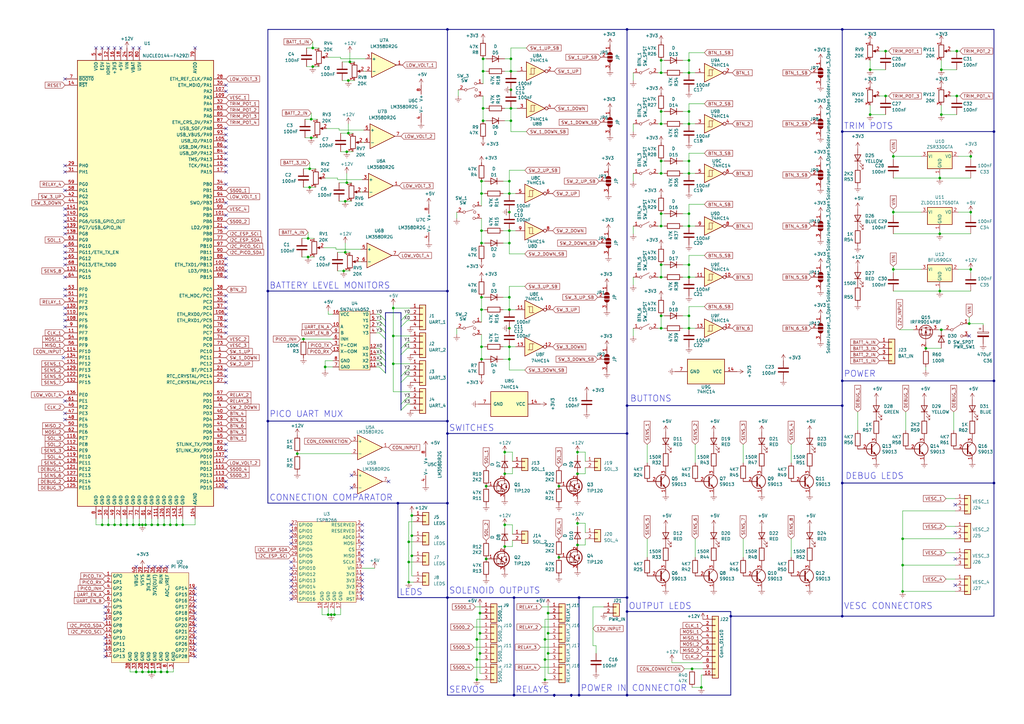
<source format=kicad_sch>
(kicad_sch (version 20230121) (generator eeschema)
  (paper "A3")
  (title_block (title "HEVCS Main Board") (date "2023-04-09") (rev "1.0") (company "Sirmon Industries, Noah Harvey, Jack Pendlebury, Daniel Cole, Luke Waller"))
  (junction (at 345.44 252.73))
  (junction (at 224.79 259.715))
  (junction (at 282.575 134.62))
  (junction (at 196.85 251.46))
  (junction (at 271.145 29.845))
  (junction (at 142.875 54.61))
  (junction (at 198.12 49.53))
  (junction (at 121.92 186.055))
  (junction (at 183.515 245.11))
  (junction (at 72.39 215.265))
  (junction (at 207.01 215.265))
  (junction (at 407.67 53.975))
  (junction (at 161.29 137.795))
  (junction (at 163.195 206.375))
  (junction (at 271.145 129.54))
  (junction (at 208.915 86.995))
  (junction (at 229.235 199.39))
  (junction (at 257.175 166.37))
  (junction (at 229.235 228.6))
  (junction (at 236.855 194.31))
  (junction (at 299.72 252.73))
  (junction (at 386.08 135.255))
  (junction (at 167.64 222.25))
  (junction (at 52.07 215.265))
  (junction (at 198.12 44.45))
  (junction (at 197.485 127))
  (junction (at 58.42 275.59))
  (junction (at 257.175 245.11))
  (junction (at 271.145 71.12))
  (junction (at 195.58 270.51))
  (junction (at 124.46 139.065))
  (junction (at 271.145 24.765))
  (junction (at 207.01 194.31))
  (junction (at 208.915 94.615))
  (junction (at 68.58 275.59))
  (junction (at 137.16 252.095))
  (junction (at 345.44 166.37))
  (junction (at 366.395 64.135))
  (junction (at 385.445 95.885))
  (junction (at 363.22 20.955))
  (junction (at 271.145 66.04))
  (junction (at 208.915 142.24))
  (junction (at 59.69 215.265))
  (junction (at 345.44 198.12))
  (junction (at 223.52 278.765))
  (junction (at 69.85 215.265))
  (junction (at 271.145 134.62))
  (junction (at 195.58 262.255))
  (junction (at 208.915 99.695))
  (junction (at 197.485 99.695))
  (junction (at 167.64 230.505))
  (junction (at 64.77 215.265))
  (junction (at 366.395 86.995))
  (junction (at 356.87 28.575))
  (junction (at 282.575 108.585))
  (junction (at 168.91 227.965))
  (junction (at 134.62 252.095))
  (junction (at 386.08 28.575))
  (junction (at 271.145 92.71))
  (junction (at 385.445 119.38))
  (junction (at 197.485 74.295))
  (junction (at 271.145 87.63))
  (junction (at 282.575 24.765))
  (junction (at 370.205 242.57))
  (junction (at 257.175 177.8))
  (junction (at 197.485 121.92))
  (junction (at 257.175 285.115))
  (junction (at 209.55 29.21))
  (junction (at 392.43 39.37))
  (junction (at 356.87 46.99))
  (junction (at 209.55 44.45))
  (junction (at 223.52 262.255))
  (junction (at 236.855 223.52))
  (junction (at 126.365 97.79))
  (junction (at 197.485 147.32))
  (junction (at 62.23 275.59))
  (junction (at 142.875 33.02))
  (junction (at 66.04 275.59))
  (junction (at 282.575 113.665))
  (junction (at 287.655 281.94))
  (junction (at 142.24 62.23))
  (junction (at 370.205 220.98))
  (junction (at 44.45 215.265))
  (junction (at 237.49 285.115))
  (junction (at 208.915 134.62))
  (junction (at 196.85 267.97))
  (junction (at 127 69.215))
  (junction (at 398.145 110.49))
  (junction (at 345.44 53.975))
  (junction (at 183.515 12.065))
  (junction (at 57.15 215.265))
  (junction (at 127.635 56.515))
  (junction (at 133.35 150.495))
  (junction (at 46.99 215.265))
  (junction (at 208.915 74.295))
  (junction (at 209.55 49.53))
  (junction (at 210.82 285.115))
  (junction (at 345.44 12.065))
  (junction (at 127 76.835))
  (junction (at 257.175 250.825))
  (junction (at 237.49 245.11))
  (junction (at 271.145 113.665))
  (junction (at 236.855 185.42))
  (junction (at 363.22 39.37))
  (junction (at 67.31 215.265))
  (junction (at 282.575 29.845))
  (junction (at 223.52 270.51))
  (junction (at 282.575 87.63))
  (junction (at 199.39 229.235))
  (junction (at 407.67 198.12))
  (junction (at 197.485 79.375))
  (junction (at 208.915 147.32))
  (junction (at 257.175 12.065))
  (junction (at 127.635 48.895))
  (junction (at 271.145 45.72))
  (junction (at 54.61 215.265))
  (junction (at 141.605 82.55))
  (junction (at 109.855 172.72))
  (junction (at 282.575 71.12))
  (junction (at 283.845 274.32))
  (junction (at 282.575 66.04))
  (junction (at 398.145 86.995))
  (junction (at 143.51 25.4))
  (junction (at 345.44 156.21))
  (junction (at 207.01 224.155))
  (junction (at 379.73 142.875))
  (junction (at 183.515 206.375))
  (junction (at 198.12 24.13))
  (junction (at 183.515 119.38))
  (junction (at 142.24 74.93))
  (junction (at 227.33 285.115))
  (junction (at 161.29 126.365))
  (junction (at 197.485 94.615))
  (junction (at 55.88 275.59))
  (junction (at 141.605 103.505))
  (junction (at 168.91 211.455))
  (junction (at 208.915 79.375))
  (junction (at 366.395 110.49))
  (junction (at 236.855 214.63))
  (junction (at 271.145 50.8))
  (junction (at 60.96 275.59))
  (junction (at 128.27 27.305))
  (junction (at 49.53 215.265))
  (junction (at 167.64 238.76))
  (junction (at 282.575 45.72))
  (junction (at 168.91 219.71))
  (junction (at 282.575 50.8))
  (junction (at 282.575 92.71))
  (junction (at 407.67 156.21))
  (junction (at 198.12 29.21))
  (junction (at 208.915 121.92))
  (junction (at 224.79 251.46))
  (junction (at 209.55 36.83))
  (junction (at 161.29 149.225))
  (junction (at 224.79 267.97))
  (junction (at 392.43 20.955))
  (junction (at 386.08 46.99))
  (junction (at 63.5 275.59))
  (junction (at 109.855 119.38))
  (junction (at 210.82 245.11))
  (junction (at 199.39 199.39))
  (junction (at 208.915 127))
  (junction (at 58.42 215.265))
  (junction (at 140.97 111.125))
  (junction (at 370.205 231.775))
  (junction (at 126.365 105.41))
  (junction (at 74.93 215.265))
  (junction (at 385.445 73.025))
  (junction (at 183.515 172.72))
  (junction (at 196.85 259.715))
  (junction (at 209.55 24.13))
  (junction (at 397.51 132.715))
  (junction (at 195.58 278.765))
  (junction (at 197.485 142.24))
  (junction (at 398.145 64.135))
  (junction (at 128.27 19.685))
  (junction (at 234.315 285.115))
  (junction (at 271.145 108.585))
  (junction (at 183.515 177.8))
  (junction (at 62.23 215.265))
  (junction (at 135.89 252.095))
  (junction (at 282.575 129.54))
  (junction (at 41.91 215.265))
  (junction (at 207.01 185.42))
  (no_connect (at 119.38 233.045))
  (no_connect (at 119.38 238.125))
  (no_connect (at 92.71 197.485))
  (no_connect (at 391.795 207.01))
  (no_connect (at 26.67 128.905))
  (no_connect (at 92.71 52.705))
  (no_connect (at 80.01 243.84))
  (no_connect (at 26.67 169.545))
  (no_connect (at 92.71 75.565))
  (no_connect (at 119.38 235.585))
  (no_connect (at 92.71 37.465))
  (no_connect (at 49.53 19.685))
  (no_connect (at 92.71 70.485))
  (no_connect (at 80.01 19.685))
  (no_connect (at 26.67 32.385))
  (no_connect (at 92.71 154.305))
  (no_connect (at 46.99 19.685))
  (no_connect (at 43.18 248.92))
  (no_connect (at 26.67 95.885))
  (no_connect (at 92.71 131.445))
  (no_connect (at 148.59 220.345))
  (no_connect (at 148.59 240.665))
  (no_connect (at 159.385 197.485))
  (no_connect (at 119.38 220.345))
  (no_connect (at 80.01 254))
  (no_connect (at 80.01 241.3))
  (no_connect (at 148.59 225.425))
  (no_connect (at 26.67 121.285))
  (no_connect (at 26.67 133.985))
  (no_connect (at 26.035 146.685))
  (no_connect (at 148.59 245.745))
  (no_connect (at 148.59 222.885))
  (no_connect (at 119.38 215.265))
  (no_connect (at 26.67 164.465))
  (no_connect (at 148.59 238.125))
  (no_connect (at 119.38 245.745))
  (no_connect (at 397.51 137.795))
  (no_connect (at 144.145 194.945))
  (no_connect (at 92.71 88.265))
  (no_connect (at 92.71 55.245))
  (no_connect (at 119.38 222.885))
  (no_connect (at 57.15 19.685))
  (no_connect (at 92.71 187.325))
  (no_connect (at 92.71 111.125))
  (no_connect (at 26.67 131.445))
  (no_connect (at 92.71 106.045))
  (no_connect (at 92.71 67.945))
  (no_connect (at 92.71 123.825))
  (no_connect (at 26.67 113.665))
  (no_connect (at 26.67 108.585))
  (no_connect (at 80.01 269.24))
  (no_connect (at 26.67 93.345))
  (no_connect (at 119.38 217.805))
  (no_connect (at 80.01 266.7))
  (no_connect (at 92.71 200.025))
  (no_connect (at 119.38 240.665))
  (no_connect (at 92.71 156.845))
  (no_connect (at 26.67 118.745))
  (no_connect (at 92.71 93.345))
  (no_connect (at 26.67 78.105))
  (no_connect (at 80.01 261.62))
  (no_connect (at 63.5 232.41))
  (no_connect (at 148.59 235.585))
  (no_connect (at 92.71 133.985))
  (no_connect (at 92.71 182.245))
  (no_connect (at 391.795 218.44))
  (no_connect (at 92.71 57.785))
  (no_connect (at 66.04 232.41))
  (no_connect (at 43.18 264.16))
  (no_connect (at 148.59 243.205))
  (no_connect (at 92.71 108.585))
  (no_connect (at 26.67 172.085))
  (no_connect (at 80.01 256.54))
  (no_connect (at 80.01 246.38))
  (no_connect (at 148.59 217.805))
  (no_connect (at 26.67 67.945))
  (no_connect (at 43.18 251.46))
  (no_connect (at 60.96 232.41))
  (no_connect (at 92.71 121.285))
  (no_connect (at 92.71 113.665))
  (no_connect (at 92.71 34.925))
  (no_connect (at 26.67 90.805))
  (no_connect (at 92.71 65.405))
  (no_connect (at 92.71 62.865))
  (no_connect (at 26.67 106.045))
  (no_connect (at 80.01 259.08))
  (no_connect (at 144.145 200.025))
  (no_connect (at 148.59 227.965))
  (no_connect (at 43.18 266.7))
  (no_connect (at 26.67 70.485))
  (no_connect (at 26.67 103.505))
  (no_connect (at 54.61 19.685))
  (no_connect (at 44.45 19.685))
  (no_connect (at 391.795 240.03))
  (no_connect (at 80.01 248.92))
  (no_connect (at 39.37 19.685))
  (no_connect (at 148.59 215.265))
  (no_connect (at 43.18 269.24))
  (no_connect (at 26.67 100.965))
  (no_connect (at 119.38 230.505))
  (no_connect (at 148.59 230.505))
  (no_connect (at 92.71 128.905))
  (no_connect (at 55.88 232.41))
  (no_connect (at 92.71 184.785))
  (no_connect (at 80.01 264.16))
  (no_connect (at 391.795 229.235))
  (no_connect (at 92.71 60.325))
  (no_connect (at 92.71 151.765))
  (no_connect (at 26.67 126.365))
  (no_connect (at 119.38 243.205))
  (no_connect (at 80.01 251.46))
  (no_connect (at 26.67 88.265))
  (no_connect (at 68.58 232.41))
  (no_connect (at 92.71 136.525))
  (no_connect (at 92.71 126.365))
  (no_connect (at 92.71 83.185))
  (no_connect (at 26.67 85.725))
  (no_connect (at 41.91 19.685))
  (no_connect (at 43.18 261.62))
  (no_connect (at 43.18 254))
  (bus_entry (at 167.005 142.875) (size -2.54 2.54))
  (bus_entry (at 167.005 165.735) (size -2.54 2.54))
  (bus_entry (at 155.575 136.525) (size 2.54 2.54))
  (bus_entry (at 167.005 151.765) (size -2.54 2.54))
  (bus_entry (at 155.575 133.985) (size 2.54 2.54))
  (bus_entry (at 167.005 163.195) (size -2.54 2.54))
  (bus_entry (at 155.575 128.905) (size 2.54 2.54))
  (bus_entry (at 155.575 131.445) (size 2.54 2.54))
  (bus_entry (at 167.005 154.305) (size -2.54 2.54))
  (bus_entry (at 167.005 128.905) (size -2.54 2.54))
  (bus_entry (at 155.575 145.415) (size 2.54 2.54))
  (bus_entry (at 155.575 150.495) (size 2.54 2.54))
  (bus_entry (at 167.005 140.335) (size -2.54 2.54))
  (bus_entry (at 155.575 142.875) (size 2.54 2.54))
  (bus_entry (at 155.575 147.955) (size 2.54 2.54))
  (bus_entry (at 167.005 131.445) (size -2.54 2.54))
  (wire (pts (xy 206.375 127) (xy 208.915 127)))
  (bus (pts (xy 345.44 166.37) (xy 345.44 198.12)))
  (wire (pts (xy 215.9 19.685) (xy 209.55 19.685)))
  (wire (pts (xy 208.915 117.475) (xy 208.915 121.92)))
  (wire (pts (xy 280.035 66.04) (xy 282.575 66.04)))
  (wire (pts (xy 134.62 128.905) (xy 134.62 127.635)))
  (wire (pts (xy 208.915 104.14) (xy 208.915 99.695)))
  (wire (pts (xy 197.485 79.375) (xy 198.755 79.375)))
  (bus (pts (xy 183.515 285.115) (xy 210.82 285.115)))
  (wire (pts (xy 127 66.675) (xy 127 69.215)))
  (wire (pts (xy 271.145 66.04) (xy 272.415 66.04)))
  (bus (pts (xy 345.44 53.975) (xy 407.67 53.975)))
  (wire (pts (xy 215.265 69.85) (xy 208.915 69.85)))
  (wire (pts (xy 154.305 131.445) (xy 155.575 131.445)))
  (wire (pts (xy 280.035 113.665) (xy 282.575 113.665)))
  (wire (pts (xy 195.58 278.765) (xy 197.485 278.765)))
  (wire (pts (xy 207.01 44.45) (xy 209.55 44.45)))
  (wire (pts (xy 64.77 212.725) (xy 64.77 215.265)))
  (wire (pts (xy 282.575 92.71) (xy 285.115 92.71)))
  (wire (pts (xy 139.065 53.34) (xy 139.065 52.705)))
  (wire (pts (xy 385.445 71.755) (xy 385.445 73.025)))
  (wire (pts (xy 224.79 259.715) (xy 224.79 267.97)))
  (wire (pts (xy 363.22 20.955) (xy 360.68 20.955)))
  (bus (pts (xy 257.175 166.37) (xy 257.175 12.065)))
  (bus (pts (xy 183.515 172.72) (xy 183.515 177.8)))
  (wire (pts (xy 147.32 107.315) (xy 147.955 107.315)))
  (wire (pts (xy 46.99 215.265) (xy 49.53 215.265)))
  (wire (pts (xy 137.16 249.555) (xy 137.16 252.095)))
  (wire (pts (xy 139.7 24.13) (xy 139.7 23.495)))
  (wire (pts (xy 287.655 276.86) (xy 288.29 276.86)))
  (wire (pts (xy 271.145 24.765) (xy 271.145 29.845)))
  (bus (pts (xy 183.515 245.11) (xy 183.515 206.375)))
  (wire (pts (xy 197.485 99.695) (xy 197.485 94.615)))
  (wire (pts (xy 398.145 95.885) (xy 385.445 95.885)))
  (wire (pts (xy 215.265 151.765) (xy 208.915 151.765)))
  (wire (pts (xy 392.43 20.955) (xy 393.7 20.955)))
  (wire (pts (xy 195.58 262.255) (xy 195.58 270.51)))
  (wire (pts (xy 282.575 125.73) (xy 288.925 125.73)))
  (wire (pts (xy 64.77 215.265) (xy 62.23 215.265)))
  (wire (pts (xy 140.97 111.125) (xy 143.51 111.125)))
  (wire (pts (xy 259.715 95.885) (xy 259.715 92.71)))
  (wire (pts (xy 198.12 49.53) (xy 199.39 49.53)))
  (bus (pts (xy 163.195 245.11) (xy 163.195 206.375)))
  (wire (pts (xy 207.01 49.53) (xy 209.55 49.53)))
  (wire (pts (xy 147.955 78.74) (xy 148.59 78.74)))
  (wire (pts (xy 269.875 113.665) (xy 271.145 113.665)))
  (wire (pts (xy 154.305 150.495) (xy 155.575 150.495)))
  (wire (pts (xy 208.915 99.695) (xy 208.915 94.615)))
  (wire (pts (xy 161.29 137.795) (xy 161.29 126.365)))
  (wire (pts (xy 379.73 151.765) (xy 379.73 150.495)))
  (wire (pts (xy 167.64 213.995) (xy 167.64 222.25)))
  (wire (pts (xy 209.55 53.975) (xy 209.55 49.53)))
  (wire (pts (xy 209.55 49.53) (xy 209.55 44.45)))
  (bus (pts (xy 109.855 119.38) (xy 183.515 119.38)))
  (wire (pts (xy 208.915 94.615) (xy 211.455 94.615)))
  (wire (pts (xy 385.445 118.11) (xy 385.445 119.38)))
  (wire (pts (xy 363.22 39.37) (xy 364.49 39.37)))
  (wire (pts (xy 134.62 249.555) (xy 134.62 252.095)))
  (wire (pts (xy 139.7 54.61) (xy 142.875 54.61)))
  (wire (pts (xy 59.69 212.725) (xy 59.69 215.265)))
  (wire (pts (xy 198.12 44.45) (xy 199.39 44.45)))
  (wire (pts (xy 221.615 265.43) (xy 225.425 265.43)))
  (wire (pts (xy 126.365 95.25) (xy 126.365 97.79)))
  (wire (pts (xy 168.275 160.655) (xy 161.29 160.655)))
  (wire (pts (xy 351.79 168.91) (xy 351.79 176.53)))
  (wire (pts (xy 196.85 248.285) (xy 196.85 251.46)))
  (wire (pts (xy 280.035 108.585) (xy 282.575 108.585)))
  (bus (pts (xy 227.33 285.115) (xy 227.33 285.75)))
  (wire (pts (xy 127.635 48.895) (xy 130.175 48.895)))
  (wire (pts (xy 366.395 95.885) (xy 385.445 95.885)))
  (bus (pts (xy 210.82 245.11) (xy 237.49 245.11)))
  (wire (pts (xy 280.035 24.765) (xy 282.575 24.765)))
  (wire (pts (xy 125.73 19.685) (xy 128.27 19.685)))
  (wire (pts (xy 208.915 69.85) (xy 208.915 74.295)))
  (wire (pts (xy 282.575 113.665) (xy 285.115 113.665)))
  (wire (pts (xy 136.525 150.495) (xy 133.35 150.495)))
  (bus (pts (xy 183.515 119.38) (xy 183.515 172.72)))
  (bus (pts (xy 210.82 285.115) (xy 227.33 285.115)))
  (wire (pts (xy 356.87 24.765) (xy 356.87 28.575)))
  (wire (pts (xy 391.795 231.775) (xy 370.205 231.775)))
  (wire (pts (xy 271.145 45.72) (xy 272.415 45.72)))
  (bus (pts (xy 227.33 285.115) (xy 234.315 285.115)))
  (wire (pts (xy 197.485 147.32) (xy 198.755 147.32)))
  (wire (pts (xy 223.52 254) (xy 223.52 262.255)))
  (wire (pts (xy 197.485 74.295) (xy 198.755 74.295)))
  (wire (pts (xy 74.93 212.725) (xy 74.93 215.265)))
  (wire (pts (xy 196.85 259.715) (xy 196.85 267.97)))
  (wire (pts (xy 133.35 150.495) (xy 133.35 151.765)))
  (wire (pts (xy 154.305 142.875) (xy 155.575 142.875)))
  (wire (pts (xy 139.7 62.23) (xy 142.24 62.23)))
  (wire (pts (xy 148.59 73.66) (xy 138.43 73.66)))
  (wire (pts (xy 194.31 257.175) (xy 197.485 257.175)))
  (bus (pts (xy 158.115 128.27) (xy 164.465 128.27)))
  (wire (pts (xy 282.575 71.12) (xy 285.115 71.12)))
  (wire (pts (xy 154.305 145.415) (xy 155.575 145.415)))
  (wire (pts (xy 243.205 248.92) (xy 247.65 248.92)))
  (wire (pts (xy 143.51 21.59) (xy 143.51 25.4)))
  (wire (pts (xy 147.955 102.235) (xy 137.795 102.235)))
  (wire (pts (xy 236.855 214.63) (xy 240.03 214.63)))
  (wire (pts (xy 197.485 99.695) (xy 198.755 99.695)))
  (wire (pts (xy 72.39 212.725) (xy 72.39 215.265)))
  (wire (pts (xy 225.425 254) (xy 223.52 254)))
  (wire (pts (xy 225.425 267.97) (xy 224.79 267.97)))
  (wire (pts (xy 391.16 168.91) (xy 391.16 176.53)))
  (wire (pts (xy 280.035 50.8) (xy 282.575 50.8)))
  (wire (pts (xy 269.875 134.62) (xy 271.145 134.62)))
  (bus (pts (xy 164.465 142.875) (xy 164.465 145.415)))
  (wire (pts (xy 269.875 29.845) (xy 271.145 29.845)))
  (bus (pts (xy 257.175 245.11) (xy 257.175 250.825)))
  (wire (pts (xy 223.52 270.51) (xy 223.52 278.765)))
  (wire (pts (xy 138.43 103.505) (xy 141.605 103.505)))
  (wire (pts (xy 240.03 223.52) (xy 236.855 223.52)))
  (wire (pts (xy 66.04 274.32) (xy 66.04 275.59)))
  (wire (pts (xy 208.915 79.375) (xy 211.455 79.375)))
  (wire (pts (xy 206.375 94.615) (xy 208.915 94.615)))
  (wire (pts (xy 370.205 231.775) (xy 370.205 242.57)))
  (wire (pts (xy 161.29 149.225) (xy 161.29 137.795)))
  (wire (pts (xy 195.58 254) (xy 195.58 262.255)))
  (wire (pts (xy 224.79 259.715) (xy 224.79 251.46)))
  (wire (pts (xy 271.145 50.8) (xy 272.415 50.8)))
  (bus (pts (xy 164.465 145.415) (xy 164.465 154.305)))
  (bus (pts (xy 237.49 285.115) (xy 234.315 285.115)))
  (wire (pts (xy 393.065 110.49) (xy 398.145 110.49)))
  (wire (pts (xy 44.45 212.725) (xy 44.45 215.265)))
  (wire (pts (xy 53.34 274.32) (xy 53.34 275.59)))
  (wire (pts (xy 62.23 212.725) (xy 62.23 215.265)))
  (wire (pts (xy 240.03 189.23) (xy 240.03 185.42)))
  (bus (pts (xy 158.115 133.985) (xy 158.115 131.445)))
  (wire (pts (xy 210.185 189.23) (xy 210.185 185.42)))
  (wire (pts (xy 224.79 276.225) (xy 224.79 267.97)))
  (wire (pts (xy 197.485 89.535) (xy 197.485 94.615)))
  (wire (pts (xy 363.22 20.955) (xy 364.49 20.955)))
  (wire (pts (xy 283.845 274.32) (xy 288.29 274.32)))
  (wire (pts (xy 141.605 99.695) (xy 141.605 103.505)))
  (wire (pts (xy 169.545 219.71) (xy 168.91 219.71)))
  (wire (pts (xy 67.31 215.265) (xy 64.77 215.265)))
  (wire (pts (xy 366.395 86.995) (xy 377.825 86.995)))
  (wire (pts (xy 69.85 212.725) (xy 69.85 215.265)))
  (wire (pts (xy 363.22 39.37) (xy 360.68 39.37)))
  (wire (pts (xy 58.42 275.59) (xy 60.96 275.59)))
  (wire (pts (xy 168.91 219.71) (xy 168.91 227.965)))
  (wire (pts (xy 142.875 54.61) (xy 144.78 54.61)))
  (bus (pts (xy 164.465 133.985) (xy 164.465 142.875)))
  (wire (pts (xy 198.12 39.37) (xy 198.12 44.45)))
  (wire (pts (xy 366.395 119.38) (xy 385.445 119.38)))
  (wire (pts (xy 280.035 29.845) (xy 282.575 29.845)))
  (wire (pts (xy 387.985 237.49) (xy 391.795 237.49)))
  (wire (pts (xy 187.325 134.62) (xy 187.325 137.16)))
  (wire (pts (xy 198.12 24.13) (xy 198.12 29.21)))
  (wire (pts (xy 398.145 64.135) (xy 398.145 65.405)))
  (wire (pts (xy 197.485 276.225) (xy 196.85 276.225)))
  (wire (pts (xy 206.375 74.295) (xy 208.915 74.295)))
  (wire (pts (xy 168.91 219.71) (xy 168.91 211.455)))
  (wire (pts (xy 138.43 111.125) (xy 140.97 111.125)))
  (wire (pts (xy 387.985 215.9) (xy 391.795 215.9)))
  (wire (pts (xy 371.475 168.91) (xy 371.475 176.53)))
  (bus (pts (xy 164.465 131.445) (xy 164.465 133.985)))
  (wire (pts (xy 149.225 29.21) (xy 149.86 29.21)))
  (wire (pts (xy 282.575 45.72) (xy 282.575 50.8)))
  (bus (pts (xy 407.67 53.975) (xy 407.67 12.065)))
  (wire (pts (xy 366.395 62.865) (xy 366.395 64.135)))
  (wire (pts (xy 167.64 230.505) (xy 167.64 238.76)))
  (wire (pts (xy 168.275 126.365) (xy 161.29 126.365)))
  (wire (pts (xy 206.375 121.92) (xy 208.915 121.92)))
  (wire (pts (xy 196.85 276.225) (xy 196.85 267.97)))
  (wire (pts (xy 223.52 278.765) (xy 225.425 278.765)))
  (wire (pts (xy 139.065 52.705) (xy 133.985 52.705)))
  (bus (pts (xy 183.515 12.065) (xy 183.515 119.38)))
  (wire (pts (xy 197.485 262.255) (xy 195.58 262.255)))
  (wire (pts (xy 137.16 252.095) (xy 135.89 252.095)))
  (wire (pts (xy 194.945 248.92) (xy 197.485 248.92)))
  (wire (pts (xy 224.79 248.285) (xy 224.79 251.46)))
  (wire (pts (xy 80.01 212.725) (xy 80.01 215.265)))
  (wire (pts (xy 236.855 185.42) (xy 240.03 185.42)))
  (wire (pts (xy 62.23 215.265) (xy 59.69 215.265)))
  (wire (pts (xy 366.395 85.725) (xy 366.395 86.995)))
  (wire (pts (xy 197.485 121.92) (xy 197.485 127)))
  (bus (pts (xy 164.465 156.845) (xy 164.465 165.735)))
  (wire (pts (xy 197.485 84.455) (xy 197.485 79.375)))
  (wire (pts (xy 386.08 43.18) (xy 386.08 46.99)))
  (wire (pts (xy 271.145 113.665) (xy 272.415 113.665)))
  (wire (pts (xy 167.005 154.305) (xy 168.275 154.305)))
  (wire (pts (xy 148.59 58.42) (xy 149.225 58.42)))
  (wire (pts (xy 208.915 147.32) (xy 208.915 142.24)))
  (wire (pts (xy 197.485 137.16) (xy 197.485 142.24)))
  (wire (pts (xy 187.96 36.83) (xy 187.96 39.37)))
  (wire (pts (xy 196.85 251.46) (xy 197.485 251.46)))
  (bus (pts (xy 257.175 250.825) (xy 257.175 285.115)))
  (wire (pts (xy 142.24 74.93) (xy 144.145 74.93)))
  (wire (pts (xy 210.185 221.615) (xy 210.185 224.155)))
  (bus (pts (xy 158.115 139.065) (xy 158.115 145.415)))
  (bus (pts (xy 345.44 12.065) (xy 345.44 53.975)))
  (bus (pts (xy 299.72 252.73) (xy 299.72 250.825)))
  (wire (pts (xy 206.375 147.32) (xy 208.915 147.32)))
  (wire (pts (xy 154.305 128.905) (xy 155.575 128.905)))
  (bus (pts (xy 257.175 12.065) (xy 183.515 12.065)))
  (wire (pts (xy 198.12 34.29) (xy 198.12 29.21)))
  (wire (pts (xy 154.305 133.985) (xy 155.575 133.985)))
  (wire (pts (xy 210.185 219.075) (xy 210.185 215.265)))
  (wire (pts (xy 398.145 110.49) (xy 398.145 111.76)))
  (wire (pts (xy 370.205 209.55) (xy 370.205 220.98)))
  (wire (pts (xy 379.73 142.875) (xy 386.08 142.875)))
  (wire (pts (xy 259.715 33.02) (xy 259.715 29.845)))
  (wire (pts (xy 60.96 275.59) (xy 62.23 275.59)))
  (wire (pts (xy 393.065 86.995) (xy 398.145 86.995)))
  (wire (pts (xy 240.03 220.98) (xy 240.03 223.52)))
  (wire (pts (xy 139.7 252.095) (xy 137.16 252.095)))
  (wire (pts (xy 167.64 222.25) (xy 167.64 230.505)))
  (bus (pts (xy 164.465 165.735) (xy 164.465 168.275)))
  (wire (pts (xy 225.425 270.51) (xy 223.52 270.51)))
  (wire (pts (xy 197.485 94.615) (xy 198.755 94.615)))
  (wire (pts (xy 208.915 142.24) (xy 211.455 142.24)))
  (wire (pts (xy 215.265 117.475) (xy 208.915 117.475)))
  (wire (pts (xy 142.875 33.02) (xy 145.415 33.02)))
  (wire (pts (xy 142.24 71.12) (xy 142.24 74.93)))
  (wire (pts (xy 197.485 254) (xy 195.58 254)))
  (wire (pts (xy 208.915 121.92) (xy 208.915 127)))
  (wire (pts (xy 259.715 74.295) (xy 259.715 71.12)))
  (wire (pts (xy 209.55 24.13) (xy 209.55 29.21)))
  (wire (pts (xy 132.08 252.095) (xy 134.62 252.095)))
  (bus (pts (xy 345.44 252.73) (xy 407.67 252.73)))
  (wire (pts (xy 127.635 56.515) (xy 130.175 56.515)))
  (wire (pts (xy 149.86 24.13) (xy 139.7 24.13)))
  (wire (pts (xy 386.08 24.765) (xy 386.08 28.575)))
  (wire (pts (xy 197.485 121.92) (xy 198.755 121.92)))
  (wire (pts (xy 154.305 147.955) (xy 155.575 147.955)))
  (bus (pts (xy 183.515 177.8) (xy 257.175 177.8)))
  (wire (pts (xy 169.545 230.505) (xy 167.64 230.505)))
  (bus (pts (xy 109.855 206.375) (xy 163.195 206.375)))
  (wire (pts (xy 324.485 220.98) (xy 324.485 228.6)))
  (wire (pts (xy 58.42 274.32) (xy 58.42 275.59)))
  (wire (pts (xy 197.485 259.715) (xy 196.85 259.715)))
  (wire (pts (xy 59.69 215.265) (xy 58.42 215.265)))
  (wire (pts (xy 46.99 212.725) (xy 46.99 215.265)))
  (bus (pts (xy 407.67 252.73) (xy 407.67 198.12)))
  (wire (pts (xy 269.875 92.71) (xy 271.145 92.71)))
  (bus (pts (xy 164.465 128.27) (xy 164.465 131.445)))
  (wire (pts (xy 57.15 212.725) (xy 57.15 215.265)))
  (wire (pts (xy 280.035 92.71) (xy 282.575 92.71)))
  (wire (pts (xy 206.375 79.375) (xy 208.915 79.375)))
  (wire (pts (xy 141.605 82.55) (xy 144.145 82.55)))
  (wire (pts (xy 282.575 21.59) (xy 282.575 24.765)))
  (wire (pts (xy 167.64 238.76) (xy 169.545 238.76)))
  (wire (pts (xy 370.205 242.57) (xy 391.795 242.57)))
  (wire (pts (xy 124.46 69.215) (xy 127 69.215)))
  (wire (pts (xy 208.915 151.765) (xy 208.915 147.32)))
  (wire (pts (xy 197.485 270.51) (xy 195.58 270.51)))
  (bus (pts (xy 345.44 252.73) (xy 299.72 252.73)))
  (wire (pts (xy 41.91 212.725) (xy 41.91 215.265)))
  (wire (pts (xy 132.08 249.555) (xy 132.08 252.095)))
  (wire (pts (xy 54.61 215.265) (xy 57.15 215.265)))
  (wire (pts (xy 269.875 71.12) (xy 271.145 71.12)))
  (wire (pts (xy 391.795 209.55) (xy 370.205 209.55)))
  (wire (pts (xy 386.08 46.99) (xy 392.43 46.99)))
  (wire (pts (xy 282.575 42.545) (xy 288.925 42.545)))
  (wire (pts (xy 356.87 46.99) (xy 363.22 46.99)))
  (wire (pts (xy 143.51 25.4) (xy 145.415 25.4)))
  (wire (pts (xy 397.51 132.715) (xy 403.225 132.715)))
  (wire (pts (xy 280.67 274.32) (xy 283.845 274.32)))
  (wire (pts (xy 169.545 236.22) (xy 168.91 236.22)))
  (wire (pts (xy 392.43 39.37) (xy 393.7 39.37)))
  (wire (pts (xy 39.37 215.265) (xy 41.91 215.265)))
  (bus (pts (xy 407.67 53.975) (xy 407.67 156.21)))
  (wire (pts (xy 271.145 129.54) (xy 271.145 134.62)))
  (wire (pts (xy 197.485 147.32) (xy 197.485 142.24)))
  (wire (pts (xy 128.27 19.685) (xy 130.81 19.685)))
  (wire (pts (xy 167.005 131.445) (xy 168.275 131.445)))
  (wire (pts (xy 282.575 129.54) (xy 282.575 134.62)))
  (wire (pts (xy 243.205 248.92) (xy 243.205 264.795)))
  (wire (pts (xy 128.27 17.145) (xy 128.27 19.685)))
  (wire (pts (xy 196.85 259.715) (xy 196.85 251.46)))
  (wire (pts (xy 280.035 87.63) (xy 282.575 87.63)))
  (wire (pts (xy 138.43 73.025) (xy 133.35 73.025)))
  (wire (pts (xy 194.31 265.43) (xy 197.485 265.43)))
  (wire (pts (xy 225.425 276.225) (xy 224.79 276.225)))
  (wire (pts (xy 197.485 74.295) (xy 197.485 79.375)))
  (wire (pts (xy 282.575 83.82) (xy 288.925 83.82)))
  (wire (pts (xy 71.12 275.59) (xy 68.58 275.59)))
  (wire (pts (xy 167.005 151.765) (xy 168.275 151.765)))
  (bus (pts (xy 299.72 250.825) (xy 257.175 250.825)))
  (wire (pts (xy 282.575 104.775) (xy 282.575 108.585)))
  (wire (pts (xy 210.185 224.155) (xy 207.01 224.155)))
  (wire (pts (xy 52.07 212.725) (xy 52.07 215.265)))
  (wire (pts (xy 168.91 236.22) (xy 168.91 227.965)))
  (wire (pts (xy 125.095 48.895) (xy 127.635 48.895)))
  (bus (pts (xy 345.44 156.21) (xy 345.44 166.37)))
  (wire (pts (xy 240.03 218.44) (xy 240.03 214.63)))
  (wire (pts (xy 194.31 273.685) (xy 197.485 273.685)))
  (wire (pts (xy 282.575 83.82) (xy 282.575 87.63)))
  (wire (pts (xy 167.005 163.195) (xy 168.275 163.195)))
  (wire (pts (xy 139.7 23.495) (xy 134.62 23.495)))
  (wire (pts (xy 222.25 248.92) (xy 225.425 248.92)))
  (bus (pts (xy 109.855 172.72) (xy 183.515 172.72)))
  (bus (pts (xy 345.44 53.975) (xy 345.44 156.21)))
  (wire (pts (xy 280.035 129.54) (xy 282.575 129.54)))
  (wire (pts (xy 137.795 101.6) (xy 132.715 101.6)))
  (bus (pts (xy 257.175 166.37) (xy 345.44 166.37)))
  (bus (pts (xy 257.175 245.11) (xy 257.175 177.8)))
  (wire (pts (xy 391.795 220.98) (xy 370.205 220.98)))
  (wire (pts (xy 198.12 29.21) (xy 199.39 29.21)))
  (wire (pts (xy 68.58 274.32) (xy 68.58 275.59)))
  (wire (pts (xy 244.475 264.795) (xy 243.205 264.795)))
  (wire (pts (xy 304.8 182.245) (xy 304.8 189.865)))
  (wire (pts (xy 386.08 28.575) (xy 392.43 28.575)))
  (wire (pts (xy 139.065 82.55) (xy 141.605 82.55)))
  (wire (pts (xy 187.325 86.995) (xy 187.325 89.535)))
  (wire (pts (xy 282.575 24.765) (xy 282.575 29.845)))
  (wire (pts (xy 123.825 97.79) (xy 126.365 97.79)))
  (wire (pts (xy 271.145 29.845) (xy 272.415 29.845)))
  (bus (pts (xy 257.175 12.065) (xy 345.44 12.065)))
  (wire (pts (xy 366.395 73.025) (xy 385.445 73.025)))
  (bus (pts (xy 183.515 12.065) (xy 109.855 12.065)))
  (bus (pts (xy 109.855 172.72) (xy 109.855 206.375)))
  (bus (pts (xy 257.175 177.8) (xy 257.175 166.37)))
  (wire (pts (xy 128.27 27.305) (xy 130.81 27.305)))
  (wire (pts (xy 169.545 213.995) (xy 167.64 213.995)))
  (wire (pts (xy 133.35 147.955) (xy 133.35 150.495)))
  (wire (pts (xy 57.15 215.265) (xy 58.42 215.265)))
  (wire (pts (xy 398.145 86.995) (xy 398.145 88.265)))
  (wire (pts (xy 393.065 64.135) (xy 398.145 64.135)))
  (bus (pts (xy 109.855 119.38) (xy 109.855 172.72)))
  (wire (pts (xy 271.145 92.71) (xy 272.415 92.71)))
  (wire (pts (xy 366.395 86.995) (xy 366.395 88.265)))
  (wire (pts (xy 282.575 21.59) (xy 288.925 21.59)))
  (wire (pts (xy 236.855 214.63) (xy 236.855 215.9)))
  (wire (pts (xy 387.985 226.695) (xy 391.795 226.695)))
  (wire (pts (xy 222.25 257.175) (xy 225.425 257.175)))
  (wire (pts (xy 366.395 110.49) (xy 377.825 110.49)))
  (wire (pts (xy 208.915 74.295) (xy 208.915 79.375)))
  (wire (pts (xy 304.8 220.98) (xy 304.8 228.6)))
  (wire (pts (xy 55.88 275.59) (xy 58.42 275.59)))
  (wire (pts (xy 271.145 134.62) (xy 272.415 134.62)))
  (wire (pts (xy 55.88 274.32) (xy 55.88 275.59)))
  (wire (pts (xy 223.52 262.255) (xy 223.52 270.51)))
  (wire (pts (xy 49.53 212.725) (xy 49.53 215.265)))
  (wire (pts (xy 275.59 271.78) (xy 275.59 271.145)))
  (wire (pts (xy 137.795 102.235) (xy 137.795 101.6)))
  (wire (pts (xy 124.46 139.065) (xy 136.525 139.065)))
  (wire (pts (xy 271.145 87.63) (xy 272.415 87.63)))
  (wire (pts (xy 385.445 94.615) (xy 385.445 95.885)))
  (wire (pts (xy 282.575 62.865) (xy 282.575 66.04)))
  (wire (pts (xy 123.825 105.41) (xy 126.365 105.41)))
  (wire (pts (xy 240.03 194.31) (xy 236.855 194.31)))
  (wire (pts (xy 125.095 56.515) (xy 127.635 56.515)))
  (wire (pts (xy 210.185 191.77) (xy 210.185 194.31)))
  (wire (pts (xy 197.485 267.97) (xy 196.85 267.97)))
  (wire (pts (xy 161.29 126.365) (xy 161.29 125.095)))
  (wire (pts (xy 67.31 212.725) (xy 67.31 215.265)))
  (bus (pts (xy 109.855 12.065) (xy 109.855 119.38)))
  (wire (pts (xy 368.935 135.255) (xy 374.65 135.255)))
  (wire (pts (xy 139.7 249.555) (xy 139.7 252.095)))
  (bus (pts (xy 345.44 198.12) (xy 407.67 198.12)))
  (wire (pts (xy 280.035 71.12) (xy 282.575 71.12)))
  (wire (pts (xy 236.855 185.42) (xy 236.855 186.69)))
  (wire (pts (xy 225.425 259.715) (xy 224.79 259.715)))
  (wire (pts (xy 207.01 29.21) (xy 209.55 29.21)))
  (wire (pts (xy 282.575 66.04) (xy 282.575 71.12)))
  (wire (pts (xy 167.005 128.905) (xy 168.275 128.905)))
  (wire (pts (xy 68.58 275.59) (xy 66.04 275.59)))
  (wire (pts (xy 139.065 74.93) (xy 142.24 74.93)))
  (wire (pts (xy 397.51 130.175) (xy 397.51 132.715)))
  (wire (pts (xy 392.43 20.955) (xy 389.89 20.955)))
  (wire (pts (xy 398.145 73.025) (xy 385.445 73.025)))
  (wire (pts (xy 69.85 215.265) (xy 67.31 215.265)))
  (wire (pts (xy 121.92 186.055) (xy 144.145 186.055)))
  (wire (pts (xy 282.575 29.845) (xy 285.115 29.845)))
  (wire (pts (xy 386.08 135.255) (xy 387.35 135.255)))
  (wire (pts (xy 366.395 110.49) (xy 366.395 111.76)))
  (wire (pts (xy 148.59 233.045) (xy 153.67 233.045)))
  (wire (pts (xy 74.93 215.265) (xy 72.39 215.265)))
  (wire (pts (xy 215.265 104.14) (xy 208.915 104.14)))
  (wire (pts (xy 282.575 87.63) (xy 282.575 92.71)))
  (wire (pts (xy 142.875 50.8) (xy 142.875 54.61)))
  (wire (pts (xy 370.205 220.98) (xy 370.205 231.775)))
  (bus (pts (xy 345.44 12.065) (xy 407.67 12.065)))
  (wire (pts (xy 224.79 251.46) (xy 225.425 251.46)))
  (wire (pts (xy 366.395 64.135) (xy 366.395 65.405)))
  (bus (pts (xy 257.175 285.115) (xy 299.72 285.115)))
  (wire (pts (xy 161.29 160.655) (xy 161.29 149.225)))
  (wire (pts (xy 168.275 137.795) (xy 161.29 137.795)))
  (wire (pts (xy 215.9 53.975) (xy 209.55 53.975)))
  (bus (pts (xy 407.67 156.21) (xy 407.67 198.12)))
  (bus (pts (xy 158.115 150.495) (xy 158.115 153.035)))
  (wire (pts (xy 280.035 45.72) (xy 282.575 45.72)))
  (wire (pts (xy 285.115 220.98) (xy 285.115 228.6)))
  (wire (pts (xy 60.96 274.32) (xy 60.96 275.59)))
  (wire (pts (xy 271.145 108.585) (xy 272.415 108.585)))
  (wire (pts (xy 134.62 252.095) (xy 135.89 252.095)))
  (wire (pts (xy 127 69.215) (xy 129.54 69.215)))
  (wire (pts (xy 244.475 267.97) (xy 244.475 264.795)))
  (wire (pts (xy 167.005 165.735) (xy 168.275 165.735)))
  (wire (pts (xy 259.715 116.84) (xy 259.715 113.665)))
  (wire (pts (xy 66.04 275.59) (xy 63.5 275.59)))
  (wire (pts (xy 221.615 273.685) (xy 225.425 273.685)))
  (wire (pts (xy 138.43 73.66) (xy 138.43 73.025)))
  (wire (pts (xy 206.375 142.24) (xy 208.915 142.24)))
  (wire (pts (xy 225.425 262.255) (xy 223.52 262.255)))
  (wire (pts (xy 39.37 212.725) (xy 39.37 215.265)))
  (wire (pts (xy 206.375 99.695) (xy 208.915 99.695)))
  (wire (pts (xy 167.005 142.875) (xy 168.275 142.875)))
  (wire (pts (xy 63.5 275.59) (xy 62.23 275.59)))
  (bus (pts (xy 158.115 145.415) (xy 158.115 147.955)))
  (bus (pts (xy 257.175 245.11) (xy 237.49 245.11)))
  (wire (pts (xy 269.875 50.8) (xy 271.145 50.8)))
  (wire (pts (xy 288.29 271.78) (xy 275.59 271.78)))
  (wire (pts (xy 271.145 24.765) (xy 272.415 24.765)))
  (wire (pts (xy 167.005 140.335) (xy 168.275 140.335)))
  (wire (pts (xy 140.335 33.02) (xy 142.875 33.02)))
  (wire (pts (xy 141.605 103.505) (xy 143.51 103.505)))
  (wire (pts (xy 207.01 185.42) (xy 210.185 185.42)))
  (wire (pts (xy 125.73 27.305) (xy 128.27 27.305)))
  (wire (pts (xy 168.275 149.225) (xy 161.29 149.225)))
  (wire (pts (xy 123.19 139.065) (xy 124.46 139.065)))
  (bus (pts (xy 299.72 252.73) (xy 299.72 285.115)))
  (bus (pts (xy 345.44 156.21) (xy 407.67 156.21)))
  (wire (pts (xy 169.545 227.965) (xy 168.91 227.965)))
  (wire (pts (xy 149.225 53.34) (xy 139.065 53.34)))
  (wire (pts (xy 282.575 134.62) (xy 285.115 134.62)))
  (wire (pts (xy 209.55 19.685) (xy 209.55 24.13)))
  (wire (pts (xy 285.115 182.245) (xy 285.115 189.865)))
  (bus (pts (xy 183.515 245.11) (xy 210.82 245.11)))
  (wire (pts (xy 259.715 53.975) (xy 259.715 50.8)))
  (wire (pts (xy 282.575 104.775) (xy 288.925 104.775)))
  (wire (pts (xy 169.545 222.25) (xy 167.64 222.25)))
  (wire (pts (xy 207.01 215.265) (xy 207.01 216.535)))
  (wire (pts (xy 282.575 42.545) (xy 282.575 45.72)))
  (bus (pts (xy 158.115 133.985) (xy 158.115 136.525)))
  (wire (pts (xy 392.43 39.37) (xy 389.89 39.37)))
  (bus (pts (xy 183.515 206.375) (xy 183.515 177.8)))
  (wire (pts (xy 265.43 220.98) (xy 265.43 228.6)))
  (wire (pts (xy 136.525 128.905) (xy 134.62 128.905)))
  (wire (pts (xy 72.39 215.265) (xy 69.85 215.265)))
  (bus (pts (xy 234.315 285.115) (xy 234.315 285.75)))
  (wire (pts (xy 154.305 136.525) (xy 155.575 136.525)))
  (wire (pts (xy 265.43 182.245) (xy 265.43 189.865)))
  (wire (pts (xy 44.45 215.265) (xy 46.99 215.265)))
  (wire (pts (xy 271.145 87.63) (xy 271.145 92.71)))
  (wire (pts (xy 127.635 46.355) (xy 127.635 48.895)))
  (wire (pts (xy 271.145 45.72) (xy 271.145 50.8)))
  (wire (pts (xy 209.55 44.45) (xy 212.09 44.45)))
  (wire (pts (xy 207.01 24.13) (xy 209.55 24.13)))
  (wire (pts (xy 271.145 108.585) (xy 271.145 113.665)))
  (bus (pts (xy 345.44 198.12) (xy 345.44 252.73)))
  (wire (pts (xy 240.03 191.77) (xy 240.03 194.31)))
  (wire (pts (xy 63.5 274.32) (xy 63.5 275.59)))
  (wire (pts (xy 207.01 215.265) (xy 210.185 215.265)))
  (wire (pts (xy 198.12 49.53) (xy 198.12 44.45)))
  (wire (pts (xy 208.915 127) (xy 211.455 127)))
  (bus (pts (xy 158.115 128.27) (xy 158.115 131.445)))
  (wire (pts (xy 209.55 29.21) (xy 212.09 29.21)))
  (wire (pts (xy 168.91 210.185) (xy 168.91 211.455)))
  (wire (pts (xy 282.575 108.585) (xy 282.575 113.665)))
  (wire (pts (xy 403.225 133.35) (xy 403.225 132.715)))
  (bus (pts (xy 163.195 206.375) (xy 183.515 206.375)))
  (wire (pts (xy 259.715 137.795) (xy 259.715 134.62)))
  (wire (pts (xy 126.365 97.79) (xy 128.905 97.79)))
  (wire (pts (xy 52.07 215.265) (xy 54.61 215.265)))
  (wire (pts (xy 384.81 135.255) (xy 386.08 135.255)))
  (wire (pts (xy 54.61 212.725) (xy 54.61 215.265)))
  (wire (pts (xy 142.24 62.23) (xy 144.78 62.23)))
  (wire (pts (xy 207.01 185.42) (xy 207.01 186.69)))
  (wire (pts (xy 197.485 127) (xy 198.755 127)))
  (bus (pts (xy 237.49 245.11) (xy 237.49 285.115)))
  (wire (pts (xy 366.395 109.22) (xy 366.395 110.49)))
  (wire (pts (xy 287.655 281.94) (xy 287.655 276.86)))
  (wire (pts (xy 136.525 147.955) (xy 133.35 147.955)))
  (wire (pts (xy 127 76.835) (xy 129.54 76.835)))
  (wire (pts (xy 271.145 71.12) (xy 272.415 71.12)))
  (wire (pts (xy 282.575 125.73) (xy 282.575 129.54)))
  (wire (pts (xy 197.485 142.24) (xy 198.755 142.24)))
  (wire (pts (xy 271.145 129.54) (xy 272.415 129.54)))
  (bus (pts (xy 158.115 136.525) (xy 158.115 139.065)))
  (wire (pts (xy 282.575 50.8) (xy 285.115 50.8)))
  (bus (pts (xy 237.49 285.115) (xy 257.175 285.115)))
  (wire (pts (xy 356.87 28.575) (xy 363.22 28.575)))
  (wire (pts (xy 356.87 43.18) (xy 356.87 46.99)))
  (bus (pts (xy 183.515 245.11) (xy 163.195 245.11)))
  (wire (pts (xy 366.395 64.135) (xy 377.825 64.135)))
  (wire (pts (xy 210.185 194.31) (xy 207.01 194.31)))
  (wire (pts (xy 195.58 270.51) (xy 195.58 278.765)))
  (wire (pts (xy 126.365 105.41) (xy 128.905 105.41)))
  (wire (pts (xy 168.91 211.455) (xy 169.545 211.455)))
  (wire (pts (xy 71.12 274.32) (xy 71.12 275.59)))
  (wire (pts (xy 324.485 182.245) (xy 324.485 189.865)))
  (wire (pts (xy 41.91 215.265) (xy 44.45 215.265)))
  (wire (pts (xy 124.46 76.835) (xy 127 76.835)))
  (wire (pts (xy 282.575 62.865) (xy 288.925 62.865)))
  (wire (pts (xy 280.035 134.62) (xy 282.575 134.62)))
  (wire (pts (xy 80.01 215.265) (xy 74.93 215.265)))
  (bus (pts (xy 210.82 245.11) (xy 210.82 285.115)))
  (bus (pts (xy 158.115 147.955) (xy 158.115 150.495)))
  (bus (pts (xy 164.465 154.305) (xy 164.465 156.845)))
  (wire (pts (xy 387.985 204.47) (xy 391.795 204.47)))
  (wire (pts (xy 140.335 25.4) (xy 143.51 25.4)))
  (wire (pts (xy 53.34 275.59) (xy 55.88 275.59)))
  (wire (pts (xy 197.485 132.08) (xy 197.485 127)))
  (bus (pts (xy 183.515 245.11) (xy 183.515 285.115)))
  (wire (pts (xy 49.53 215.265) (xy 52.07 215.265)))
  (wire (pts (xy 198.12 24.13) (xy 199.39 24.13)))
  (wire (pts (xy 398.145 119.38) (xy 385.445 119.38)))
  (wire (pts (xy 271.145 66.04) (xy 271.145 71.12)))
  (wire (pts (xy 283.845 281.94) (xy 287.655 281.94)))
  (text "DEBUG LEDS\n" (at 346.71 196.85 0) (effects (font (size 2.54 2.54)) (justify left bottom)))
  (text "BATTERY LEVEL MONITORS" (at 110.49 118.745 0) (effects (font (size 2.54 2.54)) (justify left bottom)))
  (text "LEDS" (at 163.83 244.475 0) (effects (font (size 2.54 2.54)) (justify left bottom)))
  (text "CONNECTOR" (at 259.08 283.845 0) (effects (font (size 2.54 2.54)) (justify left bottom)))
  (text "SWITCHES" (at 184.15 177.165 0) (effects (font (size 2.54 2.54)) (justify left bottom)))
  (text "VESC CONNECTORS" (at 346.075 250.19 0) (effects (font (size 2.54 2.54)) (justify left bottom)))
  (text "TRIM POTS" (at 346.075 53.34 0) (effects (font (size 2.54 2.54)) (justify left bottom)))
  (text "POWER" (at 346.075 154.94 0) (effects (font (size 2.54 2.54)) (justify left bottom)))
  (text "OUTPUT LEDS\n" (at 257.81 250.19 0) (effects (font (size 2.54 2.54)) (justify left bottom)))
  (text "BUTTONS" (at 258.445 165.1 0) (effects (font (size 2.54 2.54)) (justify left bottom)))
  (text "POWER IN" (at 238.125 283.845 0) (effects (font (size 2.54 2.54)) (justify left bottom)))
  (text "RELAYS" (at 211.455 284.48 0) (effects (font (size 2.54 2.54)) (justify left bottom)))
  (text "CONNECTION COMPARATOR" (at 110.49 205.74 0) (effects (font (size 2.54 2.54)) (justify left bottom)))
  (text "PICO UART MUX" (at 110.49 171.45 0) (effects (font (size 2.54 2.54)) (justify left bottom)))
  (text "SOLENOID OUTPUTS" (at 184.15 243.84 0) (effects (font (size 2.54 2.54)) (justify left bottom)))
  (text "SERVOS" (at 184.15 284.48 0) (effects (font (size 2.54 2.54)) (justify left bottom)))
  (label "X3" (at 168.275 165.735 180))
  (label "Y0" (at 168.275 128.905 180))
  (label "Y2" (at 168.275 151.765 180))
  (label "Y0" (at 154.305 128.905 0))
  (label "X3" (at 154.305 150.495 0))
  (label "Y1" (at 168.275 140.335 180))
  (label "X1" (at 154.305 145.415 0))
  (label "X2" (at 168.275 154.305 180))
  (label "Y3" (at 154.305 136.525 0))
  (label "X2" (at 154.305 147.955 0))
  (label "Y1" (at 154.305 131.445 0))
  (label "Y2" (at 154.305 133.985 0))
  (label "Y3" (at 168.275 163.195 180))
  (label "X1" (at 168.275 142.875 180))
  (label "X0" (at 154.305 142.875 0))
  (label "X0" (at 168.275 131.445 180))
  (global_label "BTN_1_SB" (shape input) (at 332.74 29.845 180) (property "Intersheetrefs" "${INTERSHEET_REFS}" (effects hide)))
  (global_label "SW_3_DOWN_SB" (shape input) (at 245.11 147.32 180) (property "Intersheetrefs" "${INTERSHEET_REFS}" (effects hide)))
  (global_label "TRIM_POT_4" (shape input) (at 393.7 39.37 0) (property "Intersheetrefs" "${INTERSHEET_REFS}" (effects hide)))
  (global_label "MISO_2" (shape input) (at 288.29 266.7 180) (property "Intersheetrefs" "${INTERSHEET_REFS}" (effects hide)))
  (global_label "I2C_PICO_SCl" (shape input) (at 92.71 100.965 0) (property "Intersheetrefs" "${INTERSHEET_REFS}" (effects hide)))
  (global_label "BATT_1_IN" (shape input) (at 360.68 147.955 180) (property "Intersheetrefs" "${INTERSHEET_REFS}" (effects hide)))
  (global_label "SOL_4" (shape input) (at 26.67 187.325 180) (property "Intersheetrefs" "${INTERSHEET_REFS}" (effects hide)))
  (global_label "S500_2" (shape input) (at 194.31 257.175 180) (property "Intersheetrefs" "${INTERSHEET_REFS}" (effects hide)))
  (global_label "PICO_RX" (shape input) (at 43.18 238.76 180) (property "Intersheetrefs" "${INTERSHEET_REFS}" (effects hide)))
  (global_label "S500_1" (shape input) (at 194.945 248.92 180) (property "Intersheetrefs" "${INTERSHEET_REFS}" (effects hide)))
  (global_label "I2C_ESP_SCl" (shape input) (at 119.38 227.965 180) (property "Intersheetrefs" "${INTERSHEET_REFS}" (effects hide)))
  (global_label "BTN_5_SB" (shape input) (at 332.74 113.665 180) (property "Intersheetrefs" "${INTERSHEET_REFS}" (effects hide)))
  (global_label "MOSI_2" (shape input) (at 288.29 264.16 180) (property "Intersheetrefs" "${INTERSHEET_REFS}" (effects hide)))
  (global_label "TRIM_POT_4" (shape input) (at 92.71 50.165 0) (property "Intersheetrefs" "${INTERSHEET_REFS}" (effects hide)))
  (global_label "I2C_ESP_SCl" (shape input) (at 92.71 95.885 0) (property "Intersheetrefs" "${INTERSHEET_REFS}" (effects hide)))
  (global_label "MISO_2" (shape input) (at 26.67 174.625 180) (property "Intersheetrefs" "${INTERSHEET_REFS}" (effects hide)))
  (global_label "BTN_1" (shape input) (at 300.355 29.845 0) (property "Intersheetrefs" "${INTERSHEET_REFS}" (effects hide)))
  (global_label "VESC_3" (shape input) (at 92.71 141.605 0) (property "Intersheetrefs" "${INTERSHEET_REFS}" (effects hide)))
  (global_label "SENS_7" (shape input) (at 26.67 156.845 180) (property "Intersheetrefs" "${INTERSHEET_REFS}" (effects hide)))
  (global_label "SW_2_UP" (shape input) (at 226.695 79.375 0) (property "Intersheetrefs" "${INTERSHEET_REFS}" (effects hide)))
  (global_label "SENS_2" (shape input) (at 285.115 182.245 90) (property "Intersheetrefs" "${INTERSHEET_REFS}" (effects hide)))
  (global_label "MISO_1" (shape input) (at 26.67 141.605 180) (property "Intersheetrefs" "${INTERSHEET_REFS}" (effects hide)))
  (global_label "SENS_8" (shape input) (at 26.67 111.125 180) (property "Intersheetrefs" "${INTERSHEET_REFS}" (effects hide)))
  (global_label "TRIM_POT_1" (shape input) (at 92.71 42.545 0) (property "Intersheetrefs" "${INTERSHEET_REFS}" (effects hide)))
  (global_label "SENS_2" (shape input) (at 26.67 151.765 180) (property "Intersheetrefs" "${INTERSHEET_REFS}" (effects hide)))
  (global_label "TRIM_POT_2" (shape input) (at 393.7 20.955 0) (property "Intersheetrefs" "${INTERSHEET_REFS}" (effects hide)))
  (global_label "SENS_1" (shape input) (at 265.43 182.245 90) (property "Intersheetrefs" "${INTERSHEET_REFS}" (effects hide)))
  (global_label "RESET" (shape input) (at 26.67 34.925 180) (property "Intersheetrefs" "${INTERSHEET_REFS}" (effects hide)))
  (global_label "SW_2_UP_SB" (shape input) (at 215.265 69.85 0) (property "Intersheetrefs" "${INTERSHEET_REFS}" (effects hide)))
  (global_label "BATT_4_IN" (shape input) (at 126.365 95.25 180) (property "Intersheetrefs" "${INTERSHEET_REFS}" (effects hide)))
  (global_label "SW_2_UP_SB" (shape input) (at 245.745 74.295 180) (property "Intersheetrefs" "${INTERSHEET_REFS}" (effects hide)))
  (global_label "SW_1_DOWN_SB" (shape input) (at 246.38 50.165 180) (property "Intersheetrefs" "${INTERSHEET_REFS}" (effects hide)))
  (global_label "SW_1_DOWN" (shape input) (at 92.71 146.685 0) (property "Intersheetrefs" "${INTERSHEET_REFS}" (effects hide)))
  (global_label "SW_3_DOWN_SB" (shape input) (at 215.265 151.765 0) (property "Intersheetrefs" "${INTERSHEET_REFS}" (effects hide)))
  (global_label "BTN_5_SB" (shape input) (at 288.925 104.775 0) (property "Intersheetrefs" "${INTERSHEET_REFS}" (effects hide)))
  (global_label "S500_1" (shape input) (at 92.71 78.105 0) (property "Intersheetrefs" "${INTERSHEET_REFS}" (effects hide)))
  (global_label "UART_EN_A" (shape input) (at 43.18 243.84 180) (property "Intersheetrefs" "${INTERSHEET_REFS}" (effects hide)))
  (global_label "MOSI_1" (shape input) (at 26.67 139.065 180) (property "Intersheetrefs" "${INTERSHEET_REFS}" (effects hide)))
  (global_label "CLK_2" (shape input) (at 26.67 167.005 180) (property "Intersheetrefs" "${INTERSHEET_REFS}" (effects hide)))
  (global_label "SOL_3" (shape input) (at 26.67 179.705 180) (property "Intersheetrefs" "${INTERSHEET_REFS}" (effects hide)))
  (global_label "VIN" (shape input) (at 366.395 109.22 90) (property "Intersheetrefs" "${INTERSHEET_REFS}" (effects hide)))
  (global_label "SW_2_DOWN_SB" (shape input) (at 215.265 104.14 0) (property "Intersheetrefs" "${INTERSHEET_REFS}" (effects hide)))
  (global_label "CLK_1" (shape input) (at 26.67 136.525 180) (property "Intersheetrefs" "${INTERSHEET_REFS}" (effects hide)))
  (global_label "DEBUG_3" (shape input) (at 26.67 200.025 180) (property "Intersheetrefs" "${INTERSHEET_REFS}" (effects hide)))
  (global_label "SOL_2" (shape input) (at 26.67 182.245 180) (property "Intersheetrefs" "${INTERSHEET_REFS}" (effects hide)))
  (global_label "BTN_1" (shape input) (at 92.71 179.705 0) (property "Intersheetrefs" "${INTERSHEET_REFS}" (effects hide)))
  (global_label "SW_1_UP_SB" (shape input) (at 215.9 19.685 0) (property "Intersheetrefs" "${INTERSHEET_REFS}" (effects hide)))
  (global_label "I2C_ESP_SDA" (shape input) (at 119.38 225.425 180) (property "Intersheetrefs" "${INTERSHEET_REFS}" (effects hide)))
  (global_label "VESC_3" (shape input) (at 387.985 226.695 180) (property "Intersheetrefs" "${INTERSHEET_REFS}" (effects hide)))
  (global_label "BTN_6_SB" (shape input) (at 288.925 125.73 0) (property "Intersheetrefs" "${INTERSHEET_REFS}" (effects hide)))
  (global_label "RELAY_4" (shape input) (at 221.615 273.685 180) (property "Intersheetrefs" "${INTERSHEET_REFS}" (effects hide)))
  (global_label "VIN" (shape input) (at 397.51 130.175 90) (property "Intersheetrefs" "${INTERSHEET_REFS}" (effects hide)))
  (global_label "BTN_4" (shape input) (at 300.355 92.71 0) (property "Intersheetrefs" "${INTERSHEET_REFS}" (effects hide)))
  (global_label "SW_3_UP_SB" (shape input) (at 215.265 117.475 0) (property "Intersheetrefs" "${INTERSHEET_REFS}" (effects hide)))
  (global_label "S500_4" (shape input) (at 194.31 273.685 180) (property "Intersheetrefs" "${INTERSHEET_REFS}" (effects hide)))
  (global_label "S500_2" (shape input) (at 92.71 90.805 0) (property "Intersheetrefs" "${INTERSHEET_REFS}" (effects hide)))
  (global_label "BTN_3" (shape input) (at 92.71 177.165 0) (property "Intersheetrefs" "${INTERSHEET_REFS}" (effects hide)))
  (global_label "DEBUG_1" (shape input) (at 351.79 168.91 90) (property "Intersheetrefs" "${INTERSHEET_REFS}" (effects hide)))
  (global_label "SW_2_DOWN" (shape input) (at 226.695 94.615 0) (property "Intersheetrefs" "${INTERSHEET_REFS}" (effects hide)))
  (global_label "SENS_4" (shape input) (at 26.67 189.865 180) (property "Intersheetrefs" "${INTERSHEET_REFS}" (effects hide)))
  (global_label "I2C_PICO_SDA" (shape input) (at 43.18 256.54 180) (property "Intersheetrefs" "${INTERSHEET_REFS}" (effects hide)))
  (global_label "BTN_6" (shape input) (at 92.71 174.625 0) (property "Intersheetrefs" "${INTERSHEET_REFS}" (effects hide)))
  (global_label "TRIM_POT_3" (shape input) (at 364.49 39.37 0) (property "Intersheetrefs" "${INTERSHEET_REFS}" (effects hide)))
  (global_label "SENS_8" (shape input) (at 324.485 220.98 90) (property "Intersheetrefs" "${INTERSHEET_REFS}" (effects hide)))
  (global_label "RELAY_2" (shape input) (at 222.25 257.175 180) (property "Intersheetrefs" "${INTERSHEET_REFS}" (effects hide)))
  (global_label "SW_1_UP" (shape input) (at 92.71 144.145 0) (property "Intersheetrefs" "${INTERSHEET_REFS}" (effects hide)))
  (global_label "UART_EN_A" (shape input) (at 136.525 133.985 180) (property "Intersheetrefs" "${INTERSHEET_REFS}" (effects hide)))
  (global_label "RELAY_1" (shape input) (at 26.67 123.825 180) (property "Intersheetrefs" "${INTERSHEET_REFS}" (effects hide)))
  (global_label "LOW_VOLT_4" (shape input) (at 163.195 104.775 0) (property "Intersheetrefs" "${INTERSHEET_REFS}" (effects hide)))
  (global_label "BTN_2" (shape input) (at 300.355 50.8 0) (property "Intersheetrefs" "${INTERSHEET_REFS}" (effects hide)))
  (global_label "12V_INPUT" (shape input) (at 368.935 135.255 90) (property "Intersheetrefs" "${INTERSHEET_REFS}" (effects hide)))
  (global_label "SENS_6" (shape input) (at 26.67 194.945 180) (property "Intersheetrefs" "${INTERSHEET_REFS}" (effects hide)))
  (global_label "UART_EN_B" (shape input) (at 136.525 136.525 180) (property "Intersheetrefs" "${INTERSHEET_REFS}" (effects hide)))
  (global_label "BTN_4" (shape input) (at 92.71 169.545 0) (property "Intersheetrefs" "${INTERSHEET_REFS}" (effects hide)))
  (global_label "SENS_5" (shape input) (at 265.43 220.98 90) (property "Intersheetrefs" "${INTERSHEET_REFS}" (effects hide)))
  (global_label "LOW_VOLT_4" (shape input) (at 26.67 161.925 180) (property "Intersheetrefs" "${INTERSHEET_REFS}" (effects hide)))
  (global_label "TRIM_POT_3" (shape input) (at 92.71 47.625 0) (property "Intersheetrefs" "${INTERSHEET_REFS}" (effects hide)))
  (global_label "BTN_3" (shape input) (at 300.355 71.12 0) (property "Intersheetrefs" "${INTERSHEET_REFS}" (effects hide)))
  (global_label "VIN" (shape input) (at 366.395 85.725 90) (property "Intersheetrefs" "${INTERSHEET_REFS}" (effects hide)))
  (global_label "SW_3_DOWN" (shape input) (at 226.695 142.24 0) (property "Intersheetrefs" "${INTERSHEET_REFS}" (effects hide)))
  (global_label "SW_3_UP" (shape input) (at 26.67 80.645 180) (property "Intersheetrefs" "${INTERSHEET_REFS}" (effects hide)))
  (global_label "TRIM_POT_2" (shape input) (at 92.71 45.085 0) (property "Intersheetrefs" "${INTERSHEET_REFS}" (effects hide)))
  (global_label "LOW_VOLT_2" (shape input) (at 164.465 55.88 0) (property "Intersheetrefs" "${INTERSHEET_REFS}" (effects hide)))
  (global_label "CON_CONNECTION" (shape input) (at 144.145 180.975 180) (property "Intersheetrefs" "${INTERSHEET_REFS}" (effects hide)))
  (global_label "CON_INPUT" (shape input) (at 159.385 183.515 0) (property "Intersheetrefs" "${INTERSHEET_REFS}" (effects hide)))
  (global_label "LOW_VOLT_1" (shape input) (at 92.71 80.645 0) (property "Intersheetrefs" "${INTERSHEET_REFS}" (effects hide)))
  (global_label "BTN_3_SB" (shape input) (at 288.925 62.865 0) (property "Intersheetrefs" "${INTERSHEET_REFS}" (effects hide)))
  (global_label "RELAY_3" (shape input) (at 221.615 265.43 180) (property "Intersheetrefs" "${INTERSHEET_REFS}" (effects hide)))
  (global_label "S500_3" (shape input) (at 92.71 194.945 0) (property "Intersheetrefs" "${INTERSHEET_REFS}" (effects hide)))
  (global_label "PICO_INH" (shape input) (at 123.19 139.065 180) (property "Intersheetrefs" "${INTERSHEET_REFS}" (effects hide)))
  (global_label "12V_INPUT" (shape input) (at 243.205 257.81 0) (property "Intersheetrefs" "${INTERSHEET_REFS}" (effects hide)))
  (global_label "RELAY_2" (shape input) (at 92.71 161.925 0) (property "Intersheetrefs" "${INTERSHEET_REFS}" (effects hide)))
  (global_label "VESC_4" (shape input) (at 387.985 237.49 180) (property "Intersheetrefs" "${INTERSHEET_REFS}" (effects hide)))
  (global_label "CON_CONNECTION" (shape input) (at 280.67 274.32 180) (property "Intersheetrefs" "${INTERSHEET_REFS}" (effects hide)))
  (global_label "VESC_2" (shape input) (at 92.71 139.065 0) (property "Intersheetrefs" "${INTERSHEET_REFS}" (effects hide)))
  (global_label "MOSI_1" (shape input) (at 288.29 259.08 180) (property "Intersheetrefs" "${INTERSHEET_REFS}" (effects hide)))
  (global_label "BATT_1_IN" (shape input) (at 128.27 17.145 180) (property "Intersheetrefs" "${INTERSHEET_REFS}" (effects hide)))
  (global_label "SENS_6" (shape input) (at 285.115 220.98 90) (property "Intersheetrefs" "${INTERSHEET_REFS}" (effects hide)))
  (global_label "DEBUG_3" (shape input) (at 391.16 168.91 90) (property "Intersheetrefs" "${INTERSHEET_REFS}" (effects hide)))
  (global_label "SW_3_UP" (shape input) (at 226.695 127 0) (property "Intersheetrefs" "${INTERSHEET_REFS}" (effects hide)))
  (global_label "RELAY_3" (shape input) (at 92.71 164.465 0) (property "Intersheetrefs" "${INTERSHEET_REFS}" (effects hide)))
  (global_label "VESC_2" (shape input) (at 387.985 215.9 180) (property "Intersheetrefs" "${INTERSHEET_REFS}" (effects hide)))
  (global_label "RELAY_4" (shape input) (at 26.67 75.565 180) (property "Intersheetrefs" "${INTERSHEET_REFS}" (effects hide)))
  (global_label "SOL_2" (shape input) (at 199.39 221.615 90) (property "Intersheetrefs" "${INTERSHEET_REFS}" (effects hide)))
  (global_label "SENS_5" (shape input) (at 26.67 154.305 180) (property "Intersheetrefs" "${INTERSHEET_REFS}" (effects hide)))
  (global_label "SENS_3" (shape input) (at 304.8 182.245 90) (property "Intersheetrefs" "${INTERSHEET_REFS}" (effects hide)))
  (global_label "BTN_2_SB" (shape input) (at 288.925 42.545 0) (property "Intersheetrefs" "${INTERSHEET_REFS}" (effects hide)))
  (global_label "BTN_5" (shape input) (at 300.355 113.665 0) (property "Intersheetrefs" "${INTERSHEET_REFS}" (effects hide)))
  (global_label "DEBUG_2" (shape input) (at 371.475 168.91 90) (property "Intersheetrefs" "${INTERSHEET_REFS}" (effects hide)))
  (global_label "SENS_1" (shape input) (at 26.67 149.225 180) (property "Intersheetrefs" "${INTERSHEET_REFS}" (effects hide)))
  (global_label "BTN_4_SB" (shape input) (at 332.74 92.71 180) (property "Intersheetrefs" "${INTERSHEET_REFS}" (effects hide)))
  (global_label "BTN_4_SB" (shape input) (at 288.925 83.82 0) (property "Intersheetrefs" "${INTERSHEET_REFS}" (effects hide)))
  (global_label "SENS_7" (shape input) (at 304.8 220.98 90) (property "Intersheetrefs" "${INTERSHEET_REFS}" (effects hide)))
  (global_label "BTN_2" (shape input) (at 92.71 118.745 0) (property "Intersheetrefs" "${INTERSHEET_REFS}" (effects hide)))
  (global_label "VESC_4" (shape input) (at 92.71 85.725 0) (property "Intersheetrefs" "${INTERSHEET_REFS}" (effects hide)))
  (global_label "PICO_RX" (shape input) (at 136.525 144.145 180) (property "Intersheetrefs" "${INTERSHEET_REFS}" (effects hide)))
  (global_label "VESC_1" (shape input) (at 92.71 40.005 0) (property "Intersheetrefs" "${INTERSHEET_REFS}" (effects hide)))
  (global_label "DEBUG_2" (shape input) (at 26.67 197.485 180) (property "Intersheetrefs" "${INTERSHEET_REFS}" (effects hide)))
  (global_label "LOW_VOLT_2" (shape input) (at 92.71 189.865 0) (property "Intersheetrefs" "${INTERSHEET_REFS}" (effects hide)))
  (global_label "MOSI_2" (shape input) (at 26.67 177.165 180) (property "Intersheetrefs" "${INTERSHEET_REFS}" (effects hide)))
  (global_label "SW_3_UP_SB" (shape input) (at 245.11 121.92 180) (property "Intersheetrefs" "${INTERSHEET_REFS}" (effects hide)))
  (global_label "SW_1_UP_SB" (shape input) (at 246.38 23.495 180) (property "Intersheetrefs" "${INTERSHEET_REFS}" (effects hide)))
  (global_label "BTN_5" (shape input) (at 92.71 172.085 0) (property "Intersheetrefs" "${INTERSHEET_REFS}" (effects hide)))
  (global_label "CLK_1" (shape input) (at 288.29 256.54 180) (property "Intersheetrefs" "${INTERSHEET_REFS}" (effects hide)))
  (global_label "VIN" (shape input) (at 366.395 62.865 90) (property "Intersheetrefs" "${INTERSHEET_REFS}" (effects hide)))
  (global_label "SW_2_DOWN" (shape input) (at 92.71 167.005 0) (property "Intersheetrefs" "${INTERSHEET_REFS}" (effects hide)))
  (global_label "SOL_1" (shape input) (at 199.39 191.77 90) (property "Intersheetrefs" "${INTERSHEET_REFS}" (effects hide)))
  (global_label "SOL_3" (shape input) (at 229.235 191.77 90) (property "Intersheetrefs" "${INTERSHEET_REFS}" (effects hide)))
  (global_label "BTN_6_SB" (shape input) (at 332.74 134.62 180) (property "Intersheetrefs" "${INTERSHEET_REFS}" (effects hide)))
  (global_label "BTN_6" (shape input) (at 300.355 134.62 0) (property "Intersheetrefs" "${INTERSHEET_REFS}" (effects hide)))
  (global_label "VESC_1" (shape input) (at 387.985 204.47 180) (property "Intersheetrefs" "${INTERSHEET_REFS}" (effects hide)))
  (global_label "S500_4" (shape input) (at 92.71 192.405 0) (property "Intersheetrefs" "${INTERSHEET_REFS}" (effects hide)))
  (global_label "BATT_3_IN" (shape input) (at 127 66.675 180) (property "Intersheetrefs" "${INTERSHEET_REFS}" (effects hide)))
  (global_label "BATT_2_IN" (shape input) (at 360.68 145.415 180) (property "Intersheetrefs" "${INTERSHEET_REFS}" (effects hide)))
  (global_label "BATT_2_IN" (shape input) (at 127.635 46.355 180) (property "Intersheetrefs" "${INTERSHEET_REFS}" (effects hide)))
  (global_label "BTN_2_SB" (shape input) (at 332.74 50.8 180) (property "Intersheetrefs" "${INTERSHEET_REFS}" (effects hide)))
  (global_label "SW_2_UP" (shape input) (at 92.71 149.225 0) (property "Intersheetrefs" "${INTERSHEET_REFS}" (effects hide)))
  (global_label "SW_1_DOWN_SB" (shape input) (at 215.9 53.975 0) (property "Intersheetrefs" "${INTERSHEET_REFS}" (effects hide)))
  (global_label "SOL_1" (shape input) (at 26.67 98.425 180) (property "Intersheetrefs" "${INTERSHEET_REFS}" (effects hide)))
  (global_label "BTN_1_SB" (shape input) (at 288.925 21.59 0) (property "Intersheetrefs" "${INTERSHEET_REFS}" (effects hide)))
  (global_label "BTN_3_SB" (shape input) (at 332.74 71.755 180) (property "Intersheetrefs" "${INTERSHEET_REFS}" (effects hide)))
  (global_label "SENS_3" (shape input) (at 26.67 184.785 180) (property "Intersheetrefs" "${INTERSHEET_REFS}" (effects hide)))
  (global_label "CON_INPUT" (shape input) (at 26.67 144.145 180) (property "Intersheetrefs" "${INTERSHEET_REFS}" (effects hide)))
  (global_label "LOW_VOLT_1" (shape input) (at 165.1 26.67 0) (property "Intersheetrefs" "${INTERSHEET_REFS}" (effects hide)))
  (global_label "PICO_INH" (shape input) (at 43.18 241.3 180) (property "Intersheetrefs" "${INTERSHEET_REFS}" (effects hide)))
  (global_label "DEBUG_1" (shape input) (at 26.67 192.405 180) (property "Intersheetrefs" "${INTERSHEET_REFS}" (effects hide)))
  (global_label "SW_2_DOWN_SB" (shape input) (at 245.745 99.695 180) (property "Intersheetrefs" "${INTERSHEET_REFS}" (effects hide)))
  (global_label "LOW_VOLT_3" (shape input) (at 163.83 76.2 0) (property "Intersheetrefs" "${INTERSHEET_REFS}" (effects hide)))
  (global_label "I2C_PICO_SDA" (shape input) (at 92.71 103.505 0) (property "Intersheetrefs" "${INTERSHEET_REFS}" (effects hide)))
  (global_label "MISO_1" (shape input) (at 288.29 261.62 180) (property "Intersheetrefs" "${INTERSHEET_REFS}" (effects hide)))
  (global_label "SW_1_DOWN" (shape input) (at 227.33 44.45 0) (property "Intersheetrefs" "${INTERSHEET_REFS}" (effects hide)))
  (global_label "CLK_2" (shape input) (at 288.29 269.24 180) (property "Intersheetrefs" "${INTERSHEET_REFS}" (effects hide)))
  (global_label "LOW_VOLT_3" (shape input) (at 92.71 32.385 0) (property "Intersheetrefs" "${INTERSHEET_REFS}" (effects hide)))
  (global_label "SW_3_DOWN" (shape input) (at 26.67 83.185 180) (property "Intersheetrefs" "${INTERSHEET_REFS}" (effects hide)))
  (global_label "UART_EN_B" (shape input) (at 43.18 246.38 180) (property "Intersheetrefs" "${INTERSHEET_REFS}" (effects hide)))
  (global_label "BATT_4_IN" (shape input) (at 360.68 140.335 180) (property "Intersheetrefs" "${INTERSHEET_REFS}" (effects hide)))
  (global_label "S500_3" (shape input) (at 194.31 265.43 180) (property "Intersheetrefs" "${INTERSHEET_REFS}" (effects hide)))
  (global_label "RELAY_1" (shape input) (at 222.25 248.92 180) (property "Intersheetrefs" "${INTERSHEET_REFS}" (effects hide)))
  (global_label "SOL_4" (shape input) (at 229.235 220.98 90) (property "Intersheetrefs" "${INTERSHEET_REFS}" (effects hide)))
  (global_label "SENS_4" (shape input) (at 324.485 182.245 90) (property "Intersheetrefs" "${INTERSHEET_REFS}" (effects hide)))
  (global_label "I2C_ESP_SDA" (shape input) (at 92.71 98.425 0) (property "Intersheetrefs" "${INTERSHEET_REFS}" (effects hide)))
  (global_label "PICO_TX" (shape input) (at 136.525 141.605 180) (property "Intersheetrefs" "${INTERSHEET_REFS}" (effects hide)))
  (global_label "PICO_TX" (shape input) (at 43.18 236.22 180) (property "Intersheetrefs" "${INTERSHEET_REFS}" (effects hide)))
  (global_label "SW_1_UP" (shape input) (at 227.33 29.21 0) (property "Intersheetrefs" "${INTERSHEET_REFS}" (effects hide)))
  (global_label "I2C_PICO_SCl" (shape input) (at 43.18 259.08 180) (property "Intersheetrefs" "${INTERSHEET_REFS}" (effects hide)))
  (global_label "TRIM_POT_1" (shape input) (at 364.49 20.955 0) (property "Intersheetrefs" "${INTERSHEET_REFS}" (effects hide)))
  (global_label "BATT_3_IN" (shape input) (at 360.68 142.875 180) (property "Intersheetrefs" "${INTERSHEET_REFS}" (effects hide)))
  (symbol (lib_id "power:Earth") (at 386.08 28.575 0) (unit 1)
    (property "Reference" "#PWR0157" (effects hide))
    (property "Value" "Earth" (effects hide))
  )
  (symbol (lib_id "power:Earth") (at 223.52 278.765 0) (unit 1)
    (property "Reference" "#PWR059" (effects hide))
    (property "Value" "Earth" (effects hide))
  )
  (symbol (lib_id "74xx:74HC14") (at 292.735 113.665 0) (unit 5)
    (property "Reference" "U9" (at 293.37 108.585 0))
    (property "Value" "74HC14" (at 295.275 110.49 0))
    (property "Footprint" "Package_SO:SO-14_3.9x8.65mm_P1.27mm" (effects hide))
    (property "Datasheet" "http://www.ti.com/lit/gpn/sn74HC14" (effects hide))
  )
  (symbol (lib_id "power:Earth") (at 62.23 275.59 0) (mirror y) (unit 1)
    (property "Reference" "#PWR04" (effects hide))
    (property "Value" "Earth" (effects hide))
  )
  (symbol (lib_id "74xx:74HC14") (at 292.735 71.12 0) (unit 3)
    (property "Reference" "U9" (at 294.005 66.04 0))
    (property "Value" "74HC14" (at 295.91 67.945 0))
    (property "Footprint" "Package_SO:SO-14_3.9x8.65mm_P1.27mm" (effects hide))
    (property "Datasheet" "http://www.ti.com/lit/gpn/sn74HC14" (effects hide))
  )
  (symbol (lib_id "power:+5V") (at 379.095 163.83 0) (unit 1)
    (property "Reference" "#PWR0150" (effects hide))
    (property "Value" "+5V" (at 379.476 159.4358 0))
  )
  (symbol (lib_id "power:Earth") (at 385.445 119.38 0) (unit 1)
    (property "Reference" "#PWR0155" (effects hide))
    (property "Value" "Earth" (effects hide))
  )
  (symbol (lib_id "power:+5V") (at 273.05 177.165 0) (unit 1)
    (property "Reference" "#PWR095" (effects hide))
    (property "Value" "+5V" (at 273.431 172.7708 0))
  )
  (symbol (lib_id "Device:R") (at 271.145 20.955 180) (unit 1)
    (property "Reference" "R26" (at 269.367 22.1234 0) (effects (justify left)))
    (property "Value" "47K" (at 269.367 19.812 0) (effects (justify left)))
    (property "Footprint" "Resistor_SMD:R_0603_1608Metric" (effects hide))
  )
  (symbol (lib_id "Device:C") (at 363.22 43.18 0) (unit 1)
    (property "Reference" "C27" (at 365.76 42.545 0) (effects (justify left)))
    (property "Value" "100nF" (at 365.76 45.085 0) (effects (justify left)))
    (property "Footprint" "Capacitor_SMD:C_0603_1608Metric" (effects hide))
  )
  (symbol (lib_id "Device:R_Potentiometer") (at 386.08 39.37 0) (unit 1)
    (property "Reference" "RV12" (at 383.54 38.735 0) (effects (justify right)))
    (property "Value" "20K" (at 383.54 41.275 0) (effects (justify right)))
    (property "Footprint" "My_library:Variable_Resistor" (effects hide))
  )
  (symbol (lib_id "power:Earth") (at 312.42 241.3 0) (unit 1)
    (property "Reference" "#PWR0116" (effects hide))
    (property "Value" "Earth" (effects hide))
  )
  (symbol (lib_id "Amplifier_Operational:LM358") (at 151.765 183.515 0) (unit 1)
    (property "Reference" "U5" (at 151.765 175.26 0))
    (property "Value" "LM358DR2G" (at 151.765 177.165 0))
    (property "Footprint" "Package_SO:SOP-8_3.76x4.96mm_P1.27mm" (effects hide))
    (property "Datasheet" "http://www.ti.com/lit/ds/symlink/lm2904-n.pdf" (effects hide))
  )
  (symbol (lib_id "Device:D") (at 207.01 190.5 270) (unit 1)
    (property "Reference" "D7" (at 204.47 190.5 0))
    (property "Value" "D" (at 201.93 190.5 0))
    (property "Footprint" "Diode_SMD:D_SMA" (effects hide))
  )
  (symbol (lib_id "Device:R") (at 292.735 227.33 180) (unit 1)
    (property "Reference" "R44" (at 290.957 228.4984 0) (effects (justify left)))
    (property "Value" "150R" (at 290.957 226.187 0) (effects (justify left)))
    (property "Footprint" "Resistor_SMD:R_0603_1608Metric" (effects hide))
  )
  (symbol (lib_id "Device:R") (at 197.485 70.485 180) (unit 1)
    (property "Reference" "R4" (at 195.707 71.6534 0) (effects (justify left)))
    (property "Value" "47K" (at 195.707 69.342 0) (effects (justify left)))
    (property "Footprint" "Resistor_SMD:R_0603_1608Metric" (effects hide))
  )
  (symbol (lib_id "power:Earth") (at 133.35 151.765 0) (unit 1)
    (property "Reference" "#PWR012" (effects hide))
    (property "Value" "Earth" (effects hide))
  )
  (symbol (lib_id "Device:R") (at 198.12 53.34 0) (mirror y) (unit 1)
    (property "Reference" "R9" (at 196.342 52.1716 0) (effects (justify left)))
    (property "Value" "47K" (at 196.342 54.483 0) (effects (justify left)))
    (property "Footprint" "Resistor_SMD:R_0603_1608Metric" (effects hide))
  )
  (symbol (lib_id "Device:R_Potentiometer") (at 356.87 39.37 0) (unit 1)
    (property "Reference" "RV10" (at 354.33 38.735 0) (effects (justify right)))
    (property "Value" "20K" (at 354.33 41.275 0) (effects (justify right)))
    (property "Footprint" "My_library:Variable_Resistor" (effects hide))
  )
  (symbol (lib_id "Transistor_BJT:2N2219") (at 329.565 236.22 0) (unit 1)
    (property "Reference" "Q12" (at 334.391 235.0516 0) (effects (justify left)))
    (property "Value" "S9013" (at 334.391 237.363 0) (effects (justify left)))
    (property "Footprint" "Package_TO_SOT_SMD:SOT-23" (effects hide))
    (property "Datasheet" "http://www.onsemi.com/pub_link/Collateral/2N2219-D.PDF" (effects hide))
  )
  (symbol (lib_id "Device:R") (at 285.115 193.675 180) (unit 1)
    (property "Reference" "R41" (at 283.337 194.8434 0) (effects (justify left)))
    (property "Value" "4K7" (at 283.337 192.532 0) (effects (justify left)))
    (property "Footprint" "Resistor_SMD:R_0603_1608Metric" (effects hide))
  )
  (symbol (lib_id "power:Earth") (at 259.715 137.795 0) (unit 1)
    (property "Reference" "#PWR088" (effects hide))
    (property "Value" "Earth" (effects hide))
  )
  (symbol (lib_id "Device:R") (at 351.79 97.155 180) (unit 1)
    (property "Reference" "R54" (at 350.012 98.3234 0) (effects (justify left)))
    (property "Value" "1K" (at 350.012 96.012 0) (effects (justify left)))
    (property "Footprint" "Resistor_SMD:R_0603_1608Metric" (effects hide))
  )
  (symbol (lib_id "74xx:74HC14") (at 219.71 44.45 0) (unit 2)
    (property "Reference" "U8" (at 220.345 50.8 0))
    (property "Value" "74HC14" (at 220.98 48.895 0))
    (property "Footprint" "Package_SO:SO-14_3.9x8.65mm_P1.27mm" (effects hide))
    (property "Datasheet" "http://www.ti.com/lit/gpn/sn74HC14" (effects hide))
  )
  (symbol (lib_id "power:Earth") (at 282.575 121.285 0) (unit 1)
    (property "Reference" "#PWR0105" (effects hide))
    (property "Value" "Earth" (effects hide))
  )
  (symbol (lib_id "Device:D") (at 203.2 49.53 0) (mirror y) (unit 1)
    (property "Reference" "D6" (at 203.2 52.07 0))
    (property "Value" "D" (at 203.2 54.61 0))
    (property "Footprint" "Diode_SMD:D_SMA" (effects hide))
  )
  (symbol (lib_id "Jumper:SolderJumper_3_Open") (at 336.55 29.845 270) (unit 1)
    (property "Reference" "JP7" (at 334.01 27.94 90))
    (property "Value" "SolderJumper_3_Open" (at 339.725 29.845 0))
    (property "Footprint" "Jumper:SolderJumper-3_P1.3mm_Open_RoundedPad1.0x1.5mm_NumberLabels" (effects hide))
  )
  (symbol (lib_id "Device:C") (at 366.395 115.57 0) (unit 1)
    (property "Reference" "C30" (at 360.045 114.3 0) (effects (justify left)))
    (property "Value" "100nF" (at 357.505 116.84 0) (effects (justify left)))
    (property "Footprint" "Capacitor_SMD:C_0603_1608Metric" (effects hide))
  )
  (symbol (lib_id "power:+12V") (at 141.605 99.695 0) (unit 1)
    (property "Reference" "#PWR017" (effects hide))
    (property "Value" "+12V" (at 141.605 95.885 0))
  )
  (symbol (lib_id "Amplifier_Operational:LM358") (at 170.18 42.545 0) (mirror y) (unit 3)
    (property "Reference" "U6" (at 171.45 41.2749 0) (effects (justify left)))
    (property "Value" "LM358DR2G" (at 171.45 43.8149 0) (effects (justify left)))
    (property "Footprint" "Package_SO:SOP-8_3.76x4.96mm_P1.27mm" (effects hide))
    (property "Datasheet" "http://www.ti.com/lit/ds/symlink/lm2904-n.pdf" (effects hide))
  )
  (symbol (lib_id "power:Earth") (at 141.605 82.55 0) (unit 1)
    (property "Reference" "#PWR016" (effects hide))
    (property "Value" "Earth" (effects hide))
  )
  (symbol (lib_id "power:Earth") (at 167.64 238.76 0) (unit 1)
    (property "Reference" "#PWR025" (effects hide))
    (property "Value" "Earth" (effects hide))
  )
  (symbol (lib_id "Device:R") (at 229.235 224.79 0) (mirror y) (unit 1)
    (property "Reference" "R22" (at 227.457 223.6216 0) (effects (justify left)))
    (property "Value" "2K2" (at 227.457 225.933 0) (effects (justify left)))
    (property "Footprint" "Resistor_SMD:R_0603_1608Metric" (effects hide))
  )
  (symbol (lib_id "Device:R") (at 265.43 193.675 180) (unit 1)
    (property "Reference" "R24" (at 263.652 194.8434 0) (effects (justify left)))
    (property "Value" "4K7" (at 263.652 192.532 0) (effects (justify left)))
    (property "Footprint" "Resistor_SMD:R_0603_1608Metric" (effects hide))
  )
  (symbol (lib_id "power:Earth") (at 250.19 55.245 0) (unit 1)
    (property "Reference" "#PWR082" (effects hide))
    (property "Value" "Earth" (effects hide))
  )
  (symbol (lib_id "power:Earth") (at 351.79 124.46 0) (unit 1)
    (property "Reference" "#PWR0140" (effects hide))
    (property "Value" "Earth" (effects hide))
  )
  (symbol (lib_id "power:+3V3") (at 386.08 35.56 0) (unit 1)
    (property "Reference" "#PWR0158" (effects hide))
    (property "Value" "+3V3" (at 386.08 32.385 0))
  )
  (symbol (lib_id "power:+3V3") (at 356.87 17.145 0) (unit 1)
    (property "Reference" "#PWR0141" (effects hide))
    (property "Value" "+3V3" (at 356.87 13.97 0))
  )
  (symbol (lib_id "power:Earth") (at 403.225 140.97 0) (unit 1)
    (property "Reference" "#PWR0165" (effects hide))
    (property "Value" "Earth" (effects hide))
  )
  (symbol (lib_id "Connector_Generic:Conn_01x03") (at 396.875 240.03 0) (unit 1)
    (property "Reference" "J27" (at 398.78 241.3 0) (effects (justify left)))
    (property "Value" "VESC_4" (at 398.78 238.76 0) (effects (justify left)))
    (property "Footprint" "My_library:Conn_01x03_MOLEX" (effects hide))
  )
  (symbol (lib_id "My_Library.lib:ESP8266") (at 134.62 226.695 0) (unit 1)
    (property "Reference" "U3" (at 133.985 210.82 0))
    (property "Value" "ESP8266" (at 133.985 213.36 0))
    (property "Footprint" "My_library:ESP-8266" (effects hide))
  )
  (symbol (lib_id "Transistor_BJT:TIP120") (at 204.47 199.39 0) (unit 1)
    (property "Reference" "Q1" (at 210.82 198.755 0) (effects (justify left)))
    (property "Value" "TIP120" (at 210.82 201.295 0) (effects (justify left)))
    (property "Footprint" "Package_TO_SOT_THT:TO-220-3_Vertical" (effects hide))
    (property "Datasheet" "https://www.onsemi.com/pub/Collateral/TIP120-D.PDF" (effects hide))
  )
  (symbol (lib_id "Transistor_BJT:2N2219") (at 376.555 184.15 0) (unit 1)
    (property "Reference" "Q14" (at 381.381 182.9816 0) (effects (justify left)))
    (property "Value" "S9013" (at 381.381 185.293 0) (effects (justify left)))
    (property "Footprint" "Package_TO_SOT_SMD:SOT-23" (effects hide))
    (property "Datasheet" "http://www.onsemi.com/pub_link/Collateral/2N2219-D.PDF" (effects hide))
  )
  (symbol (lib_id "Device:R") (at 203.2 29.21 270) (unit 1)
    (property "Reference" "R18" (at 204.3684 30.988 0) (effects (justify left)))
    (property "Value" "47K" (at 202.057 30.988 0) (effects (justify left)))
    (property "Footprint" "Resistor_SMD:R_0603_1608Metric" (effects hide))
  )
  (symbol (lib_id "Transistor_BJT:TIP120") (at 204.47 229.235 0) (unit 1)
    (property "Reference" "Q2" (at 210.82 228.6 0) (effects (justify left)))
    (property "Value" "TIP120" (at 210.82 231.14 0) (effects (justify left)))
    (property "Footprint" "Package_TO_SOT_THT:TO-220-3_Vertical" (effects hide))
    (property "Datasheet" "https://www.onsemi.com/pub/Collateral/TIP120-D.PDF" (effects hide))
  )
  (symbol (lib_id "Connector_Generic:Conn_01x02") (at 174.625 211.455 0) (unit 1)
    (property "Reference" "J5" (at 177.8 212.09 0) (effects (justify left)))
    (property "Value" "LEDS" (at 177.8 214.63 0) (effects (justify left)))
    (property "Footprint" "Connector_PinHeader_2.54mm:PinHeader_1x02_P2.54mm_Vertical" (effects hide))
  )
  (symbol (lib_id "Device:C") (at 123.825 101.6 0) (unit 1)
    (property "Reference" "C1" (at 116.205 100.33 0) (effects (justify left)))
    (property "Value" "100nF" (at 114.935 102.87 0) (effects (justify left)))
    (property "Footprint" "Capacitor_SMD:C_0603_1608Metric" (effects hide))
  )
  (symbol (lib_id "Device:D") (at 276.225 108.585 180) (unit 1)
    (property "Reference" "D17" (at 276.225 106.045 0))
    (property "Value" "D" (at 276.225 103.505 0))
    (property "Footprint" "Diode_SMD:D_SMA" (effects hide))
  )
  (symbol (lib_id "Device:D") (at 202.565 147.32 0) (mirror y) (unit 1)
    (property "Reference" "D4" (at 202.565 149.86 0))
    (property "Value" "D" (at 202.565 152.4 0))
    (property "Footprint" "Diode_SMD:D_SMA" (effects hide))
  )
  (symbol (lib_id "power:+5V") (at 292.735 177.165 0) (unit 1)
    (property "Reference" "#PWR0108" (effects hide))
    (property "Value" "+5V" (at 293.116 172.7708 0))
  )
  (symbol (lib_id "Device:R_Potentiometer") (at 144.78 58.42 0) (unit 1)
    (property "Reference" "RV7" (at 149.86 60.96 0) (effects (justify right)))
    (property "Value" "20K" (at 149.86 63.5 0) (effects (justify right)))
    (property "Footprint" "My_library:Variable_Resistor" (effects hide))
  )
  (symbol (lib_id "Device:R") (at 379.095 175.26 180) (unit 1)
    (property "Reference" "R59" (at 377.317 176.4284 0) (effects (justify left)))
    (property "Value" "2K2" (at 377.317 174.117 0) (effects (justify left)))
    (property "Footprint" "Resistor_SMD:R_0603_1608Metric" (effects hide))
  )
  (symbol (lib_id "power:+5V") (at 224.79 248.285 0) (unit 1)
    (property "Reference" "#PWR060" (effects hide))
    (property "Value" "+5V" (at 221.615 246.38 0))
  )
  (symbol (lib_id "Connector_Generic:Conn_01x02") (at 215.265 189.23 0) (unit 1)
    (property "Reference" "J13" (at 217.805 189.865 0) (effects (justify left)))
    (property "Value" "SOL_1" (at 217.805 192.405 0) (effects (justify left)))
    (property "Footprint" "My_library:Conn_01x02_MOLEX" (effects hide))
  )
  (symbol (lib_id "Device:R") (at 202.565 79.375 270) (unit 1)
    (property "Reference" "R14" (at 203.7334 81.153 0) (effects (justify left)))
    (property "Value" "47K" (at 201.422 81.153 0) (effects (justify left)))
    (property "Footprint" "Resistor_SMD:R_0603_1608Metric" (effects hide))
  )
  (symbol (lib_id "power:+12V") (at 351.79 109.22 0) (unit 1)
    (property "Reference" "#PWR0139" (effects hide))
    (property "Value" "+12V" (at 351.79 105.41 0))
  )
  (symbol (lib_id "Jumper:SolderJumper_3_Open") (at 249.555 99.695 270) (unit 1)
    (property "Reference" "JP4" (at 247.015 97.79 90))
    (property "Value" "JP" (at 252.73 99.695 0))
    (property "Footprint" "Jumper:SolderJumper-3_P1.3mm_Open_RoundedPad1.0x1.5mm_NumberLabels" (effects hide))
  )
  (symbol (lib_id "Connector_Generic:Conn_01x03") (at 230.505 251.46 0) (unit 1)
    (property "Reference" "J15" (at 234.315 248.285 0) (effects (justify left)))
    (property "Value" "RELAY_1" (at 233.045 255.27 90) (effects (justify left)))
    (property "Footprint" "My_library:Conn_01x03_MOLEX" (effects hide))
  )
  (symbol (lib_id "Device:R") (at 351.79 180.34 180) (unit 1)
    (property "Reference" "R56" (at 350.012 181.5084 0) (effects (justify left)))
    (property "Value" "4K7" (at 350.012 179.197 0) (effects (justify left)))
    (property "Footprint" "Resistor_SMD:R_0603_1608Metric" (effects hide))
  )
  (symbol (lib_id "Device:R_Potentiometer") (at 129.54 73.025 0) (unit 1)
    (property "Reference" "RV2" (at 135.255 67.31 0) (effects (justify right)))
    (property "Value" "20K" (at 135.255 69.85 0) (effects (justify right)))
    (property "Footprint" "My_library:Variable_Resistor" (effects hide))
  )
  (symbol (lib_id "Device:R") (at 273.05 227.33 180) (unit 1)
    (property "Reference" "R33" (at 271.272 228.4984 0) (effects (justify left)))
    (property "Value" "150R" (at 271.272 226.187 0) (effects (justify left)))
    (property "Footprint" "Resistor_SMD:R_0603_1608Metric" (effects hide))
  )
  (symbol (lib_id "power:+3.3V") (at 271.145 100.965 0) (mirror y) (unit 1)
    (property "Reference" "#PWR090" (effects hide))
    (property "Value" "+3.3V" (at 267.335 98.425 0))
  )
  (symbol (lib_id "Jumper:SolderJumper_3_Open") (at 336.55 134.62 270) (unit 1)
    (property "Reference" "JP12" (at 334.01 132.715 90))
    (property "Value" "SolderJumper_3_Open" (at 339.725 134.62 0))
    (property "Footprint" "Jumper:SolderJumper-3_P1.3mm_Open_RoundedPad1.0x1.5mm_NumberLabels" (effects hide))
  )
  (symbol (lib_id "Transistor_BJT:2N2219") (at 309.88 197.485 0) (unit 1)
    (property "Reference" "Q9" (at 314.706 196.3166 0) (effects (justify left)))
    (property "Value" "S9013" (at 314.706 198.628 0) (effects (justify left)))
    (property "Footprint" "Package_TO_SOT_SMD:SOT-23" (effects hide))
    (property "Datasheet" "http://www.onsemi.com/pub_link/Collateral/2N2219-D.PDF" (effects hide))
  )
  (symbol (lib_id "Switch:SW_SPDT_MSM") (at 192.405 134.62 0) (unit 1)
    (property "Reference" "SW_2" (at 189.23 128.905 0))
    (property "Value" "SW" (at 189.865 130.81 0))
    (property "Footprint" "My_library:JS202011SCQN" (effects hide))
  )
  (symbol (lib_id "power:+3.3V") (at 250.19 18.415 0) (mirror y) (unit 1)
    (property "Reference" "#PWR079" (effects hide))
    (property "Value" "+3.3V" (at 249.809 14.0208 0))
  )
  (symbol (lib_id "power:Earth") (at 247.65 251.46 0) (unit 1)
    (property "Reference" "#PWR070" (effects hide))
    (property "Value" "Earth" (effects hide))
  )
  (symbol (lib_id "power:+12V") (at 398.145 110.49 0) (unit 1)
    (property "Reference" "#PWR0162" (effects hide))
    (property "Value" "+12V" (at 398.145 106.68 0))
  )
  (symbol (lib_id "Device:LED") (at 351.79 113.03 90) (unit 1)
    (property "Reference" "D27" (at 354.7872 112.0394 90) (effects (justify right)))
    (property "Value" "RED" (at 354.7872 114.3508 90) (effects (justify right)))
    (property "Footprint" "LED_SMD:LED_0603_1608Metric" (effects hide))
  )
  (symbol (lib_id "Device:D") (at 207.01 220.345 270) (unit 1)
    (property "Reference" "D8" (at 204.47 220.345 0))
    (property "Value" "D" (at 201.93 220.345 0))
    (property "Footprint" "Diode_SMD:D_SMA" (effects hide))
  )
  (symbol (lib_id "Connector_Generic:Conn_01x02") (at 174.625 227.965 0) (unit 1)
    (property "Reference" "J7" (at 177.8 228.6 0) (effects (justify left)))
    (property "Value" "LEDS" (at 177.8 231.14 0) (effects (justify left)))
    (property "Footprint" "Connector_PinHeader_2.54mm:PinHeader_1x02_P2.54mm_Vertical" (effects hide))
  )
  (symbol (lib_id "power:Earth") (at 351.79 76.2 0) (unit 1)
    (property "Reference" "#PWR0136" (effects hide))
    (property "Value" "Earth" (effects hide))
  )
  (symbol (lib_id "power:+3V3") (at 302.26 152.4 270) (mirror x) (unit 1)
    (property "Reference" "#PWR0112" (effects hide))
    (property "Value" "+3V3" (at 307.34 152.4 0))
  )
  (symbol (lib_id "Device:R") (at 351.79 72.39 180) (unit 1)
    (property "Reference" "R53" (at 350.012 73.5584 0) (effects (justify left)))
    (property "Value" "2K2" (at 350.012 71.247 0) (effects (justify left)))
    (property "Footprint" "Resistor_SMD:R_0603_1608Metric" (effects hide))
  )
  (symbol (lib_id "Device:R") (at 312.42 227.33 180) (unit 1)
    (property "Reference" "R48" (at 310.642 228.4984 0) (effects (justify left)))
    (property "Value" "150R" (at 310.642 226.187 0) (effects (justify left)))
    (property "Footprint" "Resistor_SMD:R_0603_1608Metric" (effects hide))
  )
  (symbol (lib_id "power:Earth") (at 127 76.835 0) (unit 1)
    (property "Reference" "#PWR09" (effects hide))
    (property "Value" "Earth" (effects hide))
  )
  (symbol (lib_id "Device:Q_PMOS_DGS") (at 379.73 137.795 90) (unit 1)
    (property "Reference" "Q15" (at 379.73 130.175 90))
    (property "Value" "IRFR9014PBF" (at 379.73 132.08 90))
    (property "Footprint" "My_library:STD20NF06L" (effects hide))
  )
  (symbol (lib_id "power:Earth") (at 208.915 134.62 270) (unit 1)
    (property "Reference" "#PWR056" (effects hide))
    (property "Value" "Earth" (effects hide))
  )
  (symbol (lib_id "power:+5V") (at 398.78 163.83 0) (unit 1)
    (property "Reference" "#PWR0163" (effects hide))
    (property "Value" "+5V" (at 399.161 159.4358 0))
  )
  (symbol (lib_id "Device:R") (at 324.485 193.675 180) (unit 1)
    (property "Reference" "R49" (at 322.707 194.8434 0) (effects (justify left)))
    (property "Value" "4K7" (at 322.707 192.532 0) (effects (justify left)))
    (property "Footprint" "Resistor_SMD:R_0603_1608Metric" (effects hide))
  )
  (symbol (lib_id "Device:LED") (at 332.105 180.975 90) (unit 1)
    (property "Reference" "D23" (at 335.1022 179.9844 90) (effects (justify right)))
    (property "Value" "RED" (at 335.1022 182.2958 90) (effects (justify right)))
    (property "Footprint" "LED_SMD:LED_0603_1608Metric" (effects hide))
  )
  (symbol (lib_id "power:Earth") (at 209.55 36.83 270) (unit 1)
    (property "Reference" "#PWR057" (effects hide))
    (property "Value" "Earth" (effects hide))
  )
  (symbol (lib_id "Device:R") (at 304.8 232.41 180) (unit 1)
    (property "Reference" "R46" (at 303.022 233.5784 0) (effects (justify left)))
    (property "Value" "4K7" (at 303.022 231.267 0) (effects (justify left)))
    (property "Footprint" "Resistor_SMD:R_0603_1608Metric" (effects hide))
  )
  (symbol (lib_id "power:Earth") (at 398.78 189.23 0) (unit 1)
    (property "Reference" "#PWR0164" (effects hide))
    (property "Value" "Earth" (effects hide))
  )
  (symbol (lib_id "power:Earth") (at 336.55 97.79 0) (unit 1)
    (property "Reference" "#PWR0130" (effects hide))
    (property "Value" "Earth" (effects hide))
  )
  (symbol (lib_id "Device:R") (at 276.225 50.8 270) (unit 1)
    (property "Reference" "R35" (at 277.3934 52.578 0) (effects (justify left)))
    (property "Value" "47K" (at 275.082 52.578 0) (effects (justify left)))
    (property "Footprint" "Resistor_SMD:R_0603_1608Metric" (effects hide))
  )
  (symbol (lib_id "Device:R") (at 199.39 225.425 0) (mirror y) (unit 1)
    (property "Reference" "R12" (at 197.612 224.2566 0) (effects (justify left)))
    (property "Value" "2K2" (at 197.612 226.568 0) (effects (justify left)))
    (property "Footprint" "Resistor_SMD:R_0603_1608Metric" (effects hide))
  )
  (symbol (lib_id "74xx:74HC14") (at 219.075 127 0) (mirror x) (unit 5)
    (property "Reference" "U8" (at 219.075 120.65 0))
    (property "Value" "74HC14" (at 219.075 122.555 0))
    (property "Footprint" "Package_SO:SO-14_3.9x8.65mm_P1.27mm" (effects hide))
    (property "Datasheet" "http://www.ti.com/lit/gpn/sn74HC14" (effects hide))
  )
  (symbol (lib_id "Device:C") (at 366.395 92.075 0) (unit 1)
    (property "Reference" "C29" (at 360.045 90.805 0) (effects (justify left)))
    (property "Value" "100nF" (at 357.505 93.345 0) (effects (justify left)))
    (property "Footprint" "Capacitor_SMD:C_0603_1608Metric" (effects hide))
  )
  (symbol (lib_id "Device:R") (at 229.235 232.41 180) (unit 1)
    (property "Reference" "R23" (at 227.457 233.5784 0) (effects (justify left)))
    (property "Value" "47K" (at 227.457 231.267 0) (effects (justify left)))
    (property "Footprint" "Resistor_SMD:R_0603_1608Metric" (effects hide))
  )
  (symbol (lib_id "power:+5V") (at 175.895 83.82 0) (unit 1)
    (property "Reference" "#PWR035" (effects hide))
    (property "Value" "+5V" (at 176.276 79.4258 0))
  )
  (symbol (lib_id "power:+5V") (at 273.05 215.9 0) (unit 1)
    (property "Reference" "#PWR097" (effects hide))
    (property "Value" "+5V" (at 273.431 211.5058 0))
  )
  (symbol (lib_id "power:Earth") (at 385.445 73.025 0) (unit 1)
    (property "Reference" "#PWR0153" (effects hide))
    (property "Value" "Earth" (effects hide))
  )
  (symbol (lib_id "power:+5V") (at 351.79 85.725 0) (unit 1)
    (property "Reference" "#PWR0137" (effects hide))
    (property "Value" "+5V" (at 352.171 81.3308 0))
  )
  (symbol (lib_name "+5V_2") (lib_id "power:+5V") (at 161.29 125.095 0) (unit 1)
    (property "Reference" "#PWR024" (effects hide))
    (property "Value" "+5V" (at 161.29 121.285 0))
  )
  (symbol (lib_id "power:+3.3V") (at 250.19 45.085 0) (mirror y) (unit 1)
    (property "Reference" "#PWR081" (effects hide))
    (property "Value" "+3.3V" (at 249.809 40.6908 0))
  )
  (symbol (lib_id "Device:LED") (at 351.79 64.77 90) (unit 1)
    (property "Reference" "D25" (at 354.7872 63.7794 90) (effects (justify right)))
    (property "Value" "YELLOW" (at 354.7872 66.0908 90) (effects (justify right)))
    (property "Footprint" "LED_SMD:LED_0603_1608Metric" (effects hide))
  )
  (symbol (lib_id "power:Earth") (at 249.555 79.375 0) (unit 1)
    (property "Reference" "#PWR076" (effects hide))
    (property "Value" "Earth" (effects hide))
  )
  (symbol (lib_id "power:Earth") (at 336.55 118.745 0) (unit 1)
    (property "Reference" "#PWR0132" (effects hide))
    (property "Value" "Earth" (effects hide))
  )
  (symbol (lib_id "74xx:74HC14") (at 219.075 142.24 0) (unit 6)
    (property "Reference" "U8" (at 221.615 145.415 0))
    (property "Value" "74HC14" (at 221.615 147.955 0))
    (property "Footprint" "Package_SO:SO-14_3.9x8.65mm_P1.27mm" (effects hide))
    (property "Datasheet" "http://www.ti.com/lit/gpn/sn74HC14" (effects hide))
  )
  (symbol (lib_id "Amplifier_Operational:LM358") (at 151.765 197.485 0) (unit 2)
    (property "Reference" "U5" (at 152.4 189.865 0))
    (property "Value" "LM358DR2G" (at 154.305 192.405 0))
    (property "Footprint" "Package_SO:SOP-8_3.76x4.96mm_P1.27mm" (effects hide))
    (property "Datasheet" "http://www.ti.com/lit/ds/symlink/lm2904-n.pdf" (effects hide))
  )
  (symbol (lib_id "Device:R") (at 271.145 104.775 180) (unit 1)
    (property "Reference" "R30" (at 269.367 105.9434 0) (effects (justify left)))
    (property "Value" "47K" (at 269.367 103.632 0) (effects (justify left)))
    (property "Footprint" "Resistor_SMD:R_0603_1608Metric" (effects hide))
  )
  (symbol (lib_id "Transistor_BJT:2N2219") (at 396.24 184.15 0) (unit 1)
    (property "Reference" "Q16" (at 401.066 182.9816 0) (effects (justify left)))
    (property "Value" "S9013" (at 401.066 185.293 0) (effects (justify left)))
    (property "Footprint" "Package_TO_SOT_SMD:SOT-23" (effects hide))
    (property "Datasheet" "http://www.onsemi.com/pub_link/Collateral/2N2219-D.PDF" (effects hide))
  )
  (symbol (lib_id "Device:R") (at 121.92 189.865 180) (unit 1)
    (property "Reference" "R2" (at 120.142 191.0334 0) (effects (justify left)))
    (property "Value" "1K" (at 120.142 188.722 0) (effects (justify left)))
    (property "Footprint" "Resistor_SMD:R_0603_1608Metric" (effects hide))
  )
  (symbol (lib_id "power:Earth") (at 207.01 234.315 0) (unit 1)
    (property "Reference" "#PWR054" (effects hide))
    (property "Value" "Earth" (effects hide))
  )
  (symbol (lib_id "power:+12V") (at 168.91 210.185 0) (unit 1)
    (property "Reference" "#PWR030" (effects hide))
    (property "Value" "+12V" (at 172.72 208.28 0))
  )
  (symbol (lib_id "Device:R") (at 398.78 175.26 180) (unit 1)
    (property "Reference" "R62" (at 397.002 176.4284 0) (effects (justify left)))
    (property "Value" "1K" (at 397.002 174.117 0) (effects (justify left)))
    (property "Footprint" "Resistor_SMD:R_0603_1608Metric" (effects hide))
  )
  (symbol (lib_id "power:Earth") (at 273.05 202.565 0) (unit 1)
    (property "Reference" "#PWR096" (effects hide))
    (property "Value" "Earth" (effects hide))
  )
  (symbol (lib_id "Connector_Generic:Conn_01x03") (at 396.875 207.01 0) (unit 1)
    (property "Reference" "J24" (at 398.78 208.28 0) (effects (justify left)))
    (property "Value" "VESC_1" (at 398.78 205.74 0) (effects (justify left)))
    (property "Footprint" "My_library:Conn_01x03_MOLEX" (effects hide))
  )
  (symbol (lib_id "Device:C") (at 125.73 23.495 0) (unit 1)
    (property "Reference" "C4" (at 118.11 22.225 0) (effects (justify left)))
    (property "Value" "100nF" (at 116.84 24.765 0) (effects (justify left)))
    (property "Footprint" "Capacitor_SMD:C_0603_1608Metric" (effects hide))
  )
  (symbol (lib_id "Device:R_Potentiometer") (at 130.81 23.495 0) (unit 1)
    (property "Reference" "RV4" (at 136.525 17.78 0) (effects (justify right)))
    (property "Value" "20K" (at 136.525 20.32 0) (effects (justify right)))
    (property "Footprint" "My_library:Variable_Resistor" (effects hide))
  )
  (symbol (lib_id "Device:C") (at 366.395 69.215 0) (unit 1)
    (property "Reference" "C28" (at 358.775 67.945 0) (effects (justify left)))
    (property "Value" "100nF" (at 357.505 70.485 0) (effects (justify left)))
    (property "Footprint" "Capacitor_SMD:C_0603_1608Metric" (effects hide))
  )
  (symbol (lib_id "Device:LED") (at 273.05 219.71 90) (unit 1)
    (property "Reference" "D12" (at 276.0472 218.7194 90) (effects (justify right)))
    (property "Value" "RED" (at 276.0472 221.0308 90) (effects (justify right)))
    (property "Footprint" "LED_SMD:LED_0603_1608Metric" (effects hide))
  )
  (symbol (lib_id "power:+5V") (at 196.85 248.285 0) (unit 1)
    (property "Reference" "#PWR042" (effects hide))
    (property "Value" "+5V" (at 193.675 246.38 0))
  )
  (symbol (lib_id "power:Earth") (at 187.325 137.16 0) (unit 1)
    (property "Reference" "#PWR038" (effects hide))
    (property "Value" "Earth" (effects hide))
  )
  (symbol (lib_id "Jumper:SolderJumper_3_Open") (at 336.55 50.8 270) (unit 1)
    (property "Reference" "JP8" (at 334.01 48.895 90))
    (property "Value" "SolderJumper_3_Open" (at 339.725 50.8 0))
    (property "Footprint" "Jumper:SolderJumper-3_P1.3mm_Open_RoundedPad1.0x1.5mm_NumberLabels" (effects hide))
  )
  (symbol (lib_id "74xx:74HC14") (at 219.075 94.615 0) (mirror x) (unit 4)
    (property "Reference" "U8" (at 218.44 100.965 0))
    (property "Value" "74HC14" (at 219.71 99.06 0))
    (property "Footprint" "Package_SO:SO-14_3.9x8.65mm_P1.27mm" (effects hide))
    (property "Datasheet" "http://www.ti.com/lit/gpn/sn74HC14" (effects hide))
  )
  (symbol (lib_id "power:+5V") (at 332.105 177.165 0) (unit 1)
    (property "Reference" "#PWR0119" (effects hide))
    (property "Value" "+5V" (at 332.486 172.7708 0))
  )
  (symbol (lib_id "power:Earth") (at 259.715 95.885 0) (unit 1)
    (property "Reference" "#PWR086" (effects hide))
    (property "Value" "Earth" (effects hide))
  )
  (symbol (lib_id "power:Earth") (at 187.325 89.535 0) (unit 1)
    (property "Reference" "#PWR037" (effects hide))
    (property "Value" "Earth" (effects hide))
  )
  (symbol (lib_id "power:Earth") (at 236.855 204.47 0) (unit 1)
    (property "Reference" "#PWR064" (effects hide))
    (property "Value" "Earth" (effects hide))
  )
  (symbol (lib_id "power:Earth") (at 248.92 127 0) (unit 1)
    (property "Reference" "#PWR072" (effects hide))
    (property "Value" "Earth" (effects hide))
  )
  (symbol (lib_id "Amplifier_Operational:LM358") (at 173.355 91.44 0) (mirror y) (unit 3)
    (property "Reference" "U7" (at 174.625 90.1699 0) (effects (justify left)))
    (property "Value" "LM358DR2G" (at 174.625 93.345 0) (effects (justify left)))
    (property "Footprint" "Package_SO:SOP-8_3.76x4.96mm_P1.27mm" (effects hide))
    (property "Datasheet" "http://www.ti.com/lit/ds/symlink/lm2904-n.pdf" (effects hide))
  )
  (symbol (lib_id "power:+3.3V") (at 198.12 57.15 0) (mirror x) (unit 1)
    (property "Reference" "#PWR044" (effects hide))
    (property "Value" "+3.3V" (at 201.93 59.055 0))
  )
  (symbol (lib_id "Amplifier_Operational:LM358") (at 156.21 76.2 0) (unit 1)
    (property "Reference" "U6" (at 156.21 66.04 0))
    (property "Value" "LM358DR2G" (at 156.21 68.58 0))
    (property "Footprint" "Package_SO:SOP-8_3.76x4.96mm_P1.27mm" (effects hide))
    (property "Datasheet" "http://www.ti.com/lit/ds/symlink/lm2904-n.pdf" (effects hide))
  )
  (symbol (lib_id "power:Earth") (at 172.72 50.165 0) (unit 1)
    (property "Reference" "#PWR032" (effects hide))
    (property "Value" "Earth" (effects hide))
  )
  (symbol (lib_id "Device:C") (at 139.7 58.42 0) (unit 1)
    (property "Reference" "C7" (at 132.08 57.15 0) (effects (justify left)))
    (property "Value" "100nF" (at 130.81 59.69 0) (effects (justify left)))
    (property "Footprint" "Capacitor_SMD:C_0603_1608Metric" (effects hide))
  )
  (symbol (lib_id "Amplifier_Operational:LM358") (at 157.48 26.67 0) (unit 1)
    (property "Reference" "U7" (at 157.48 16.51 0))
    (property "Value" "LM358DR2G" (at 157.48 19.05 0))
    (property "Footprint" "Package_SO:SOP-8_3.76x4.96mm_P1.27mm" (effects hide))
    (property "Datasheet" "http://www.ti.com/lit/ds/symlink/lm2904-n.pdf" (effects hide))
  )
  (symbol (lib_id "power:+3.3V") (at 271.145 38.1 0) (mirror y) (unit 1)
    (property "Reference" "#PWR093" (effects hide))
    (property "Value" "+3.3V" (at 267.335 36.195 0))
  )
  (symbol (lib_id "power:Earth") (at 282.575 58.42 0) (unit 1)
    (property "Reference" "#PWR0102" (effects hide))
    (property "Value" "Earth" (effects hide))
  )
  (symbol (lib_id "power:Earth") (at 292.735 202.565 0) (unit 1)
    (property "Reference" "#PWR0109" (effects hide))
    (property "Value" "Earth" (effects hide))
  )
  (symbol (lib_id "Transistor_BJT:TIP120") (at 234.315 199.39 0) (unit 1)
    (property "Reference" "Q3" (at 240.665 198.755 0) (effects (justify left)))
    (property "Value" "TIP120" (at 240.665 201.295 0) (effects (justify left)))
    (property "Footprint" "Package_TO_SOT_THT:TO-220-3_Vertical" (effects hide))
    (property "Datasheet" "https://www.onsemi.com/pub/Collateral/TIP120-D.PDF" (effects hide))
  )
  (symbol (lib_id "power:Earth") (at 142.24 62.23 0) (unit 1)
    (property "Reference" "#PWR018" (effects hide))
    (property "Value" "Earth" (effects hide))
  )
  (symbol (lib_id "power:+5V") (at 172.72 34.925 0) (unit 1)
    (property "Reference" "#PWR031" (effects hide))
    (property "Value" "+5V" (at 173.101 30.5308 0))
  )
  (symbol (lib_id "power:Earth") (at 168.275 145.415 0) (unit 1)
    (property "Reference" "#PWR027" (effects hide))
    (property "Value" "Earth" (effects hide))
  )
  (symbol (lib_id "Connector_Generic:Conn_01x04") (at 173.355 140.335 0) (unit 1)
    (property "Reference" "J2" (at 175.895 140.97 0) (effects (justify left)))
    (property "Value" "UART_2" (at 175.895 143.51 0) (effects (justify left)))
    (property "Footprint" "My_library:Conn_01x04_MOLEX" (effects hide))
  )
  (symbol (lib_id "Device:R") (at 229.235 195.58 0) (mirror y) (unit 1)
    (property "Reference" "R20" (at 227.457 194.4116 0) (effects (justify left)))
    (property "Value" "2K2" (at 227.457 196.723 0) (effects (justify left)))
    (property "Footprint" "Resistor_SMD:R_0603_1608Metric" (effects hide))
  )
  (symbol (lib_id "Device:R") (at 199.39 233.045 180) (unit 1)
    (property "Reference" "R13" (at 197.612 234.2134 0) (effects (justify left)))
    (property "Value" "47K" (at 197.612 231.902 0) (effects (justify left)))
    (property "Footprint" "Resistor_SMD:R_0603_1608Metric" (effects hide))
  )
  (symbol (lib_id "Switch:SW_SPST") (at 264.795 50.8 0) (unit 1)
    (property "Reference" "BTN_2" (at 262.255 48.26 90) (effects (justify left)))
    (property "Value" "SW_SPST" (at 264.5664 48.26 90) (effects (justify left)))
    (property "Footprint" "Button_Switch_SMD:SW_Push_1P1T_NO_6x6mm_H9.5mm" (effects hide))
  )
  (symbol (lib_id "Device:R_Potentiometer") (at 130.175 52.705 0) (unit 1)
    (property "Reference" "RV3" (at 135.89 46.99 0) (effects (justify right)))
    (property "Value" "20K" (at 135.89 49.53 0) (effects (justify right)))
    (property "Footprint" "My_library:Variable_Resistor" (effects hide))
  )
  (symbol (lib_id "power:Earth") (at 174.625 198.755 0) (mirror y) (unit 1)
    (property "Reference" "#PWR034" (effects hide))
    (property "Value" "Earth" (effects hide))
  )
  (symbol (lib_id "power:+3.3V") (at 248.92 116.84 0) (mirror y) (unit 1)
    (property "Reference" "#PWR071" (effects hide))
    (property "Value" "+3.3V" (at 248.539 112.4458 0))
  )
  (symbol (lib_id "Device:C") (at 282.575 96.52 180) (unit 1)
    (property "Reference" "C20" (at 288.29 99.695 0) (effects (justify left)))
    (property "Value" "100nF" (at 291.465 97.79 0) (effects (justify left)))
    (property "Footprint" "Capacitor_SMD:C_0603_1608Metric" (effects hide))
  )
  (symbol (lib_id "power:Earth") (at 276.86 152.4 270) (mirror x) (unit 1)
    (property "Reference" "#PWR0100" (effects hide))
    (property "Value" "Earth" (effects hide))
  )
  (symbol (lib_id "power:+12V") (at 121.92 178.435 0) (unit 1)
    (property "Reference" "#PWR05" (effects hide))
    (property "Value" "+12V" (at 121.92 174.625 0))
  )
  (symbol (lib_id "Regulator_Linear:LM1117-5.0") (at 385.445 110.49 0) (unit 1)
    (property "Reference" "U12" (at 385.445 104.3432 0))
    (property "Value" "BFU590GX" (at 385.445 106.6546 0))
    (property "Footprint" "Package_TO_SOT_SMD:SOT-223" (effects hide))
    (property "Datasheet" "https://www.ti.com/lit/ds/symlink/lm2940-n.pdf?HQS=dis-mous-null-mousermode-dsf-pf-null-wwe&ts=1644936500745&ref_url=https%253A%252F%252Fwww.mouser.es%252F" (effects hide))
  )
  (symbol (lib_id "power:Earth") (at 168.275 156.845 0) (unit 1)
    (property "Reference" "#PWR028" (effects hide))
    (property "Value" "Earth" (effects hide))
  )
  (symbol (lib_id "power:+3.3V") (at 336.55 66.675 0) (mirror y) (unit 1)
    (property "Reference" "#PWR0127" (effects hide))
    (property "Value" "+3.3V" (at 336.169 62.2808 0))
  )
  (symbol (lib_id "Device:R") (at 197.485 103.505 0) (mirror y) (unit 1)
    (property "Reference" "R5" (at 195.707 102.3366 0) (effects (justify left)))
    (property "Value" "47K" (at 195.707 104.648 0) (effects (justify left)))
    (property "Footprint" "Resistor_SMD:R_0603_1608Metric" (effects hide))
  )
  (symbol (lib_id "Device:R_Potentiometer") (at 145.415 29.21 0) (unit 1)
    (property "Reference" "RV8" (at 150.495 31.75 0) (effects (justify right)))
    (property "Value" "20K" (at 150.495 34.29 0) (effects (justify right)))
    (property "Footprint" "My_library:Variable_Resistor" (effects hide))
  )
  (symbol (lib_id "Device:C") (at 282.575 117.475 180) (unit 1)
    (property "Reference" "C21" (at 288.29 120.65 0) (effects (justify left)))
    (property "Value" "100nF" (at 291.465 118.745 0) (effects (justify left)))
    (property "Footprint" "Capacitor_SMD:C_0603_1608Metric" (effects hide))
  )
  (symbol (lib_id "power:Earth") (at 199.39 236.855 0) (unit 1)
    (property "Reference" "#PWR050" (effects hide))
    (property "Value" "Earth" (effects hide))
  )
  (symbol (lib_id "74xx:74HC14") (at 219.075 79.375 0) (unit 3)
    (property "Reference" "U8" (at 219.71 73.025 0))
    (property "Value" "74HC14" (at 219.71 74.93 0))
    (property "Footprint" "Package_SO:SO-14_3.9x8.65mm_P1.27mm" (effects hide))
    (property "Datasheet" "http://www.ti.com/lit/gpn/sn74HC14" (effects hide))
  )
  (symbol (lib_id "power:Earth") (at 379.095 189.23 0) (unit 1)
    (property "Reference" "#PWR0151" (effects hide))
    (property "Value" "Earth" (effects hide))
  )
  (symbol (lib_id "power:+3.3V") (at 249.555 94.615 0) (mirror y) (unit 1)
    (property "Reference" "#PWR077" (effects hide))
    (property "Value" "+3.3V" (at 249.174 90.2208 0))
  )
  (symbol (lib_id "Device:LED") (at 359.41 167.64 90) (unit 1)
    (property "Reference" "D28" (at 362.4072 166.6494 90) (effects (justify right)))
    (property "Value" "GREEN" (at 362.4072 168.9608 90) (effects (justify right)))
    (property "Footprint" "LED_SMD:LED_0603_1608Metric" (effects hide))
  )
  (symbol (lib_id "My_Library.lib:pi_pico") (at 62.23 262.89 0) (unit 1)
    (property "Reference" "U2" (at 73.66 230.505 0))
    (property "Value" "Pi Pico" (at 73.66 232.41 0))
    (property "Footprint" "My_library:pi_pico" (effects hide))
  )
  (symbol (lib_id "Device:R") (at 304.8 193.675 180) (unit 1)
    (property "Reference" "R45" (at 303.022 194.8434 0) (effects (justify left)))
    (property "Value" "4K7" (at 303.022 192.532 0) (effects (justify left)))
    (property "Footprint" "Resistor_SMD:R_0603_1608Metric" (effects hide))
  )
  (symbol (lib_id "power:Earth") (at 128.27 27.305 0) (unit 1)
    (property "Reference" "#PWR011" (effects hide))
    (property "Value" "Earth" (effects hide))
  )
  (symbol (lib_id "Connector_Generic:Conn_01x02") (at 174.625 219.71 0) (unit 1)
    (property "Reference" "J6" (at 177.8 220.345 0) (effects (justify left)))
    (property "Value" "LEDS" (at 177.8 222.885 0) (effects (justify left)))
    (property "Footprint" "Connector_PinHeader_2.54mm:PinHeader_1x02_P2.54mm_Vertical" (effects hide))
  )
  (symbol (lib_id "Switch:SW_SPDT") (at 392.43 135.255 0) (unit 1)
    (property "Reference" "PWR_SW1" (at 400.05 142.24 0) (effects (justify right)))
    (property "Value" "SW_SPDT" (at 399.415 140.335 0) (effects (justify right)))
    (property "Footprint" "My_library:KNX-1-D1" (effects hide))
  )
  (symbol (lib_id "power:Earth") (at 199.39 207.01 0) (unit 1)
    (property "Reference" "#PWR049" (effects hide))
    (property "Value" "Earth" (effects hide))
  )
  (symbol (lib_id "power:Earth") (at 356.87 46.99 0) (unit 1)
    (property "Reference" "#PWR0144" (effects hide))
    (property "Value" "Earth" (effects hide))
  )
  (symbol (lib_id "Jumper:SolderJumper_3_Open") (at 250.19 23.495 270) (unit 1)
    (property "Reference" "JP5" (at 247.65 21.59 90))
    (property "Value" "JP" (at 253.365 23.495 0))
    (property "Footprint" "Jumper:SolderJumper-3_P1.3mm_Open_RoundedPad1.0x1.5mm_NumberLabels" (effects hide))
  )
  (symbol (lib_id "power:Earth") (at 127.635 56.515 0) (unit 1)
    (property "Reference" "#PWR010" (effects hide))
    (property "Value" "Earth" (effects hide))
  )
  (symbol (lib_id "power:Earth") (at 229.235 207.01 0) (unit 1)
    (property "Reference" "#PWR061" (effects hide))
    (property "Value" "Earth" (effects hide))
  )
  (symbol (lib_id "power:+5V") (at 312.42 177.165 0) (unit 1)
    (property "Reference" "#PWR0113" (effects hide))
    (property "Value" "+5V" (at 312.801 172.7708 0))
  )
  (symbol (lib_id "Device:C") (at 398.145 92.075 180) (unit 1)
    (property "Reference" "C34" (at 405.765 93.345 0) (effects (justify left)))
    (property "Value" "100nF" (at 407.035 90.805 0) (effects (justify left)))
    (property "Footprint" "Capacitor_SMD:C_0603_1608Metric" (effects hide))
  )
  (symbol (lib_id "Device:D") (at 202.565 74.295 180) (unit 1)
    (property "Reference" "D1" (at 202.565 71.755 0))
    (property "Value" "D" (at 202.565 69.215 0))
    (property "Footprint" "Diode_SMD:D_SMA" (effects hide))
  )
  (symbol (lib_id "power:+12V") (at 143.51 21.59 0) (unit 1)
    (property "Reference" "#PWR022" (effects hide))
    (property "Value" "+12V" (at 143.51 17.78 0))
  )
  (symbol (lib_id "power:Earth") (at 282.575 37.465 0) (unit 1)
    (property "Reference" "#PWR0101" (effects hide))
    (property "Value" "Earth" (effects hide))
  )
  (symbol (lib_id "Device:C") (at 398.145 115.57 180) (unit 1)
    (property "Reference" "C35" (at 405.765 116.84 0) (effects (justify left)))
    (property "Value" "100nF" (at 407.035 114.3 0) (effects (justify left)))
    (property "Footprint" "Capacitor_SMD:C_0603_1608Metric" (effects hide))
  )
  (symbol (lib_id "Transistor_BJT:TIP120") (at 234.315 228.6 0) (unit 1)
    (property "Reference" "Q4" (at 240.665 227.965 0) (effects (justify left)))
    (property "Value" "TIP120" (at 240.665 230.505 0) (effects (justify left)))
    (property "Footprint" "Package_TO_SOT_THT:TO-220-3_Vertical" (effects hide))
    (property "Datasheet" "https://www.onsemi.com/pub/Collateral/TIP120-D.PDF" (effects hide))
  )
  (symbol (lib_id "Amplifier_Operational:LM358") (at 177.165 191.135 0) (unit 3)
    (property "Reference" "U5" (at 175.26 190.5 0) (effects (justify left)))
    (property "Value" "LM358DR2G" (at 180.34 196.215 90) (effects (justify left)))
    (property "Footprint" "Package_SO:SOP-8_3.76x4.96mm_P1.27mm" (effects hide))
    (property "Datasheet" "http://www.ti.com/lit/ds/symlink/lm2904-n.pdf" (effects hide))
  )
  (symbol (lib_id "power:Earth") (at 332.105 202.565 0) (unit 1)
    (property "Reference" "#PWR0120" (effects hide))
    (property "Value" "Earth" (effects hide))
  )
  (symbol (lib_id "power:+3.3V") (at 336.55 87.63 0) (mirror y) (unit 1)
    (property "Reference" "#PWR0129" (effects hide))
    (property "Value" "+3.3V" (at 336.169 83.2358 0))
  )
  (symbol (lib_id "Switch:SW_SPDT_MSM") (at 192.405 86.995 0) (unit 1)
    (property "Reference" "SW_1" (at 189.23 81.28 0))
    (property "Value" "SW" (at 189.865 83.185 0))
    (property "Footprint" "My_library:JS202011SCQN" (effects hide))
  )
  (symbol (lib_id "Connector_Generic:Conn_01x03") (at 230.505 267.97 0) (unit 1)
    (property "Reference" "J17" (at 234.315 264.795 0) (effects (justify left)))
    (property "Value" "RELAY_3" (at 233.045 271.78 90) (effects (justify left)))
    (property "Footprint" "My_library:Conn_01x03_MOLEX" (effects hide))
  )
  (symbol (lib_id "Device:D") (at 236.855 190.5 270) (unit 1)
    (property "Reference" "D9" (at 234.315 190.5 0))
    (property "Value" "D" (at 231.775 190.5 0))
    (property "Footprint" "Diode_SMD:D_SMA" (effects hide))
  )
  (symbol (lib_id "Connector_Generic:Conn_01x02") (at 245.11 218.44 0) (unit 1)
    (property "Reference" "J20" (at 247.65 219.075 0) (effects (justify left)))
    (property "Value" "SOL_4" (at 247.65 221.615 0) (effects (justify left)))
    (property "Footprint" "My_library:Conn_01x02_MOLEX" (effects hide))
  )
  (symbol (lib_id "power:+12V") (at 207.01 185.42 0) (unit 1)
    (property "Reference" "#PWR051" (effects hide))
    (property "Value" "+12V" (at 207.01 181.61 0))
  )
  (symbol (lib_id "power:Earth") (at 259.715 74.295 0) (unit 1)
    (property "Reference" "#PWR085" (effects hide))
    (property "Value" "Earth" (effects hide))
  )
  (symbol (lib_id "Connector_Generic:Conn_01x03") (at 202.565 267.97 0) (unit 1)
    (property "Reference" "J11" (at 206.375 264.795 0) (effects (justify left)))
    (property "Value" "S500_3" (at 205.105 271.78 90) (effects (justify left)))
    (property "Footprint" "My_library:Conn_01x03_MOLEX" (effects hide))
  )
  (symbol (lib_id "Device:C") (at 208.915 138.43 0) (mirror y) (unit 1)
    (property "Reference" "C12" (at 214.63 135.89 0) (effects (justify left)))
    (property "Value" "100nF" (at 217.805 137.795 0) (effects (justify left)))
    (property "Footprint" "Capacitor_SMD:C_0603_1608Metric" (effects hide))
  )
  (symbol (lib_id "Jumper:SolderJumper_3_Open") (at 248.92 147.32 270) (unit 1)
    (property "Reference" "JP2" (at 246.38 145.415 90))
    (property "Value" "JP" (at 252.095 147.32 0))
    (property "Footprint" "Jumper:SolderJumper-3_P1.3mm_Open_RoundedPad1.0x1.5mm_NumberLabels" (effects hide))
  )
  (symbol (lib_id "power:Earth") (at 292.735 241.3 0) (unit 1)
    (property "Reference" "#PWR0111" (effects hide))
    (property "Value" "Earth" (effects hide))
  )
  (symbol (lib_id "Device:C") (at 124.46 73.025 0) (unit 1)
    (property "Reference" "C2" (at 116.84 71.755 0) (effects (justify left)))
    (property "Value" "100nF" (at 115.57 74.295 0) (effects (justify left)))
    (property "Footprint" "Capacitor_SMD:C_0603_1608Metric" (effects hide))
  )
  (symbol (lib_id "power:+3.3V") (at 336.55 45.72 0) (mirror y) (unit 1)
    (property "Reference" "#PWR0125" (effects hide))
    (property "Value" "+3.3V" (at 336.169 41.3258 0))
  )
  (symbol (lib_id "MCU_Module:NUCLEO144-F429ZI") (at 59.69 116.205 0) (unit 1)
    (property "Reference" "U1" (at 59.055 17.78 0) (effects (justify left)))
    (property "Value" "NUCLEO144-F429ZI" (at 58.42 22.86 0) (effects (justify left)))
    (property "Footprint" "My_library:MODULE_NUCLEO-F429ZI" (effects hide))
    (property "Datasheet" "http://www.st.com/content/ccc/resource/technical/document/data_brief/group0/7b/df/1d/e9/64/55/43/8d/DM00247910/files/DM00247910.pdf/jcr:content/translations/en.DM00247910.pdf" (effects hide))
  )
  (symbol (lib_id "Device:LED") (at 312.42 180.975 90) (unit 1)
    (property "Reference" "D21" (at 315.4172 179.9844 90) (effects (justify right)))
    (property "Value" "RED" (at 315.4172 182.2958 90) (effects (justify right)))
    (property "Footprint" "LED_SMD:LED_0603_1608Metric" (effects hide))
  )
  (symbol (lib_id "power:Earth") (at 351.79 100.965 0) (unit 1)
    (property "Reference" "#PWR0138" (effects hide))
    (property "Value" "Earth" (effects hide))
  )
  (symbol (lib_id "power:+12V") (at 207.01 215.265 0) (unit 1)
    (property "Reference" "#PWR053" (effects hide))
    (property "Value" "+12V" (at 207.01 211.455 0))
  )
  (symbol (lib_id "power:Earth") (at 168.275 168.275 0) (unit 1)
    (property "Reference" "#PWR029" (effects hide))
    (property "Value" "Earth" (effects hide))
  )
  (symbol (lib_id "Device:C") (at 363.22 24.765 0) (unit 1)
    (property "Reference" "C26" (at 365.76 24.13 0) (effects (justify left)))
    (property "Value" "100nF" (at 365.76 26.67 0) (effects (justify left)))
    (property "Footprint" "Capacitor_SMD:C_0603_1608Metric" (effects hide))
  )
  (symbol (lib_id "Device:R") (at 332.105 188.595 180) (unit 1)
    (property "Reference" "R51" (at 330.327 189.7634 0) (effects (justify left)))
    (property "Value" "150R" (at 330.327 187.452 0) (effects (justify left)))
    (property "Footprint" "Resistor_SMD:R_0603_1608Metric" (effects hide))
  )
  (symbol (lib_id "power:+3.3V") (at 197.485 154.94 0) (mirror x) (unit 1)
    (property "Reference" "#PWR048" (effects hide))
    (property "Value" "+3.3V" (at 193.675 156.845 0))
  )
  (symbol (lib_id "power:Earth") (at 287.655 281.94 0) (unit 1)
    (property "Reference" "#PWR0107" (effects hide))
    (property "Value" "Earth" (effects hide))
  )
  (symbol (lib_id "Device:R_Potentiometer") (at 144.145 78.74 0) (unit 1)
    (property "Reference" "RV6" (at 149.225 81.28 0) (effects (justify right)))
    (property "Value" "20K" (at 149.225 83.82 0) (effects (justify right)))
    (property "Footprint" "My_library:Variable_Resistor" (effects hide))
  )
  (symbol (lib_id "Transistor_BJT:2N2219") (at 309.88 236.22 0) (unit 1)
    (property "Reference" "Q10" (at 314.706 235.0516 0) (effects (justify left)))
    (property "Value" "S9013" (at 314.706 237.363 0) (effects (justify left)))
    (property "Footprint" "Package_TO_SOT_SMD:SOT-23" (effects hide))
    (property "Datasheet" "http://www.onsemi.com/pub_link/Collateral/2N2219-D.PDF" (effects hide))
  )
  (symbol (lib_id "power:+3.3V") (at 336.55 129.54 0) (mirror y) (unit 1)
    (property "Reference" "#PWR0133" (effects hide))
    (property "Value" "+3.3V" (at 336.169 125.1458 0))
  )
  (symbol (lib_id "Device:R") (at 371.475 180.34 180) (unit 1)
    (property "Reference" "R58" (at 369.697 181.5084 0) (effects (justify left)))
    (property "Value" "4K7" (at 369.697 179.197 0) (effects (justify left)))
    (property "Footprint" "Resistor_SMD:R_0603_1608Metric" (effects hide))
  )
  (symbol (lib_id "power:Earth") (at 196.215 165.735 270) (mirror x) (unit 1)
    (property "Reference" "#PWR041" (effects hide))
    (property "Value" "Earth" (effects hide))
  )
  (symbol (lib_id "Device:C") (at 392.43 24.765 0) (unit 1)
    (property "Reference" "C31" (at 394.97 24.13 0) (effects (justify left)))
    (property "Value" "100nF" (at 394.97 26.67 0) (effects (justify left)))
    (property "Footprint" "Capacitor_SMD:C_0603_1608Metric" (effects hide))
  )
  (symbol (lib_id "power:Earth") (at 259.715 33.02 0) (unit 1)
    (property "Reference" "#PWR083" (effects hide))
    (property "Value" "Earth" (effects hide))
  )
  (symbol (lib_id "Device:R") (at 271.145 125.73 180) (unit 1)
    (property "Reference" "R31" (at 269.367 126.8984 0) (effects (justify left)))
    (property "Value" "47K" (at 269.367 124.587 0) (effects (justify left)))
    (property "Footprint" "Resistor_SMD:R_0603_1608Metric" (effects hide))
  )
  (symbol (lib_id "Jumper:SolderJumper_3_Open") (at 248.92 121.92 270) (unit 1)
    (property "Reference" "JP1" (at 246.38 120.015 90))
    (property "Value" "JP" (at 252.095 121.92 0))
    (property "Footprint" "Jumper:SolderJumper-3_P1.3mm_Open_RoundedPad1.0x1.5mm_NumberLabels" (effects hide))
  )
  (symbol (lib_id "Device:R") (at 292.735 188.595 180) (unit 1)
    (property "Reference" "R43" (at 290.957 189.7634 0) (effects (justify left)))
    (property "Value" "150R" (at 290.957 187.452 0) (effects (justify left)))
    (property "Footprint" "Resistor_SMD:R_0603_1608Metric" (effects hide))
  )
  (symbol (lib_id "Device:R") (at 273.05 188.595 180) (unit 1)
    (property "Reference" "R32" (at 271.272 189.7634 0) (effects (justify left)))
    (property "Value" "150R" (at 271.272 187.452 0) (effects (justify left)))
    (property "Footprint" "Resistor_SMD:R_0603_1608Metric" (effects hide))
  )
  (symbol (lib_id "power:+3V3") (at 240.665 161.29 0) (mirror y) (unit 1)
    (property "Reference" "#PWR067" (effects hide))
    (property "Value" "+3V3" (at 242.57 160.0199 0) (effects (justify right)))
  )
  (symbol (lib_id "Device:C") (at 208.915 130.81 180) (unit 1)
    (property "Reference" "C11" (at 214.63 133.985 0) (effects (justify left)))
    (property "Value" "100nF" (at 217.805 132.08 0) (effects (justify left)))
    (property "Footprint" "Capacitor_SMD:C_0603_1608Metric" (effects hide))
  )
  (symbol (lib_id "Device:R") (at 198.12 20.32 180) (unit 1)
    (property "Reference" "R8" (at 196.342 21.4884 0) (effects (justify left)))
    (property "Value" "47K" (at 196.342 19.177 0) (effects (justify left)))
    (property "Footprint" "Resistor_SMD:R_0603_1608Metric" (effects hide))
  )
  (symbol (lib_id "Device:R_Potentiometer") (at 386.08 20.955 0) (unit 1)
    (property "Reference" "RV11" (at 383.54 20.32 0) (effects (justify right)))
    (property "Value" "20K" (at 383.54 22.86 0) (effects (justify right)))
    (property "Footprint" "My_library:Variable_Resistor" (effects hide))
  )
  (symbol (lib_id "Device:C") (at 282.575 54.61 180) (unit 1)
    (property "Reference" "C18" (at 288.29 57.785 0) (effects (justify left)))
    (property "Value" "100nF" (at 291.465 55.88 0) (effects (justify left)))
    (property "Footprint" "Capacitor_SMD:C_0603_1608Metric" (effects hide))
  )
  (symbol (lib_id "power:Earth") (at 282.575 78.74 0) (unit 1)
    (property "Reference" "#PWR0103" (effects hide))
    (property "Value" "Earth" (effects hide))
  )
  (symbol (lib_id "74xx:74HC14") (at 219.71 29.21 0) (unit 1)
    (property "Reference" "U8" (at 220.345 22.86 0))
    (property "Value" "74HC14" (at 220.98 24.765 0))
    (property "Footprint" "Package_SO:SO-14_3.9x8.65mm_P1.27mm" (effects hide))
    (property "Datasheet" "http://www.ti.com/lit/gpn/sn74HC14" (effects hide))
  )
  (symbol (lib_id "Device:D") (at 276.225 66.04 180) (unit 1)
    (property "Reference" "D15" (at 276.225 63.5 0))
    (property "Value" "D" (at 276.225 60.96 0))
    (property "Footprint" "Diode_SMD:D_SMA" (effects hide))
  )
  (symbol (lib_id "power:+3.3V") (at 271.145 17.145 0) (mirror y) (unit 1)
    (property "Reference" "#PWR094" (effects hide))
    (property "Value" "+3.3V" (at 267.335 14.605 0))
  )
  (symbol (lib_id "power:Earth") (at 249.555 104.775 0) (unit 1)
    (property "Reference" "#PWR078" (effects hide))
    (property "Value" "Earth" (effects hide))
  )
  (symbol (lib_id "power:Earth") (at 312.42 202.565 0) (unit 1)
    (property "Reference" "#PWR0114" (effects hide))
    (property "Value" "Earth" (effects hide))
  )
  (symbol (lib_id "Switch:SW_SPST") (at 264.795 29.845 0) (unit 1)
    (property "Reference" "BTN_1" (at 262.255 27.305 90) (effects (justify left)))
    (property "Value" "SW_SPST" (at 264.5664 27.305 90) (effects (justify left)))
    (property "Footprint" "Button_Switch_SMD:SW_Push_1P1T_NO_6x6mm_H9.5mm" (effects hide))
  )
  (symbol (lib_id "Connector_Generic:Conn_01x03") (at 202.565 251.46 0) (unit 1)
    (property "Reference" "J9" (at 206.375 248.285 0) (effects (justify left)))
    (property "Value" "S500_1" (at 205.105 255.27 90) (effects (justify left)))
    (property "Footprint" "My_library:Conn_01x03_MOLEX" (effects hide))
  )
  (symbol (lib_id "Amplifier_Operational:LM358") (at 155.575 104.775 0) (unit 2)
    (property "Reference" "U6" (at 155.575 94.615 0))
    (property "Value" "LM358DR2G" (at 155.575 97.155 0))
    (property "Footprint" "Package_SO:SOP-8_3.76x4.96mm_P1.27mm" (effects hide))
    (property "Datasheet" "http://www.ti.com/lit/ds/symlink/lm2904-n.pdf" (effects hide))
  )
  (symbol (lib_id "My_Library.lib:SN74LV4052A") (at 145.415 131.445 0) (mirror y) (unit 1)
    (property "Reference" "U4" (at 145.415 124.46 0))
    (property "Value" "SN74LV4052" (at 145.415 127 0))
    (property "Footprint" "Package_SO:SOIC-16_4.55x10.3mm_P1.27mm" (effects hide))
  )
  (symbol (lib_id "Device:R") (at 197.485 118.11 180) (unit 1)
    (property "Reference" "R6" (at 195.707 119.2784 0) (effects (justify left)))
    (property "Value" "47K" (at 195.707 116.967 0) (effects (justify left)))
    (property "Footprint" "Resistor_SMD:R_0603_1608Metric" (effects hide))
  )
  (symbol (lib_id "power:Earth") (at 135.89 252.095 0) (mirror y) (unit 1)
    (property "Reference" "#PWR014" (effects hide))
    (property "Value" "Earth" (effects hide))
  )
  (symbol (lib_id "power:Earth") (at 187.96 39.37 0) (unit 1)
    (property "Reference" "#PWR039" (effects hide))
    (property "Value" "Earth" (effects hide))
  )
  (symbol (lib_id "power:Earth") (at 244.475 275.59 0) (unit 1)
    (property "Reference" "#PWR069" (effects hide))
    (property "Value" "Earth" (effects hide))
  )
  (symbol (lib_id "power:+3V3") (at 351.79 60.96 0) (unit 1)
    (property "Reference" "#PWR0135" (effects hide))
    (property "Value" "+3V3" (at 351.79 55.88 0))
  )
  (symbol (lib_id "power:+3V3") (at 221.615 165.735 270) (mirror x) (unit 1)
    (property "Reference" "#PWR058" (effects hide))
    (property "Value" "+3V3" (at 226.695 165.735 0))
  )
  (symbol (lib_id "Connector_Generic:Conn_01x04") (at 173.355 151.765 0) (unit 1)
    (property "Reference" "J3" (at 175.895 152.4 0) (effects (justify left)))
    (property "Value" "UART_3" (at 175.895 154.94 0) (effects (justify left)))
    (property "Footprint" "My_library:Conn_01x04_MOLEX" (effects hide))
  )
  (symbol (lib_id "Device:C") (at 244.475 271.78 0) (unit 1)
    (property "Reference" "C16" (at 249.555 270.51 0) (effects (justify left)))
    (property "Value" "100nF" (at 247.015 273.05 0) (effects (justify left)))
    (property "Footprint" "Capacitor_SMD:C_0603_1608Metric" (effects hide))
  )
  (symbol (lib_id "Device:R") (at 271.145 41.91 180) (unit 1)
    (property "Reference" "R27" (at 269.367 43.0784 0) (effects (justify left)))
    (property "Value" "47K" (at 269.24 40.64 0) (effects (justify left)))
    (property "Footprint" "Resistor_SMD:R_0603_1608Metric" (effects hide))
  )
  (symbol (lib_id "Switch:SW_SPST") (at 264.795 113.665 0) (unit 1)
    (property "Reference" "BTN_5" (at 262.255 111.125 90) (effects (justify left)))
    (property "Value" "SW_SPST" (at 264.5664 111.125 90) (effects (justify left)))
    (property "Footprint" "Button_Switch_SMD:SW_Push_1P1T_NO_6x6mm_H9.5mm" (effects hide))
  )
  (symbol (lib_id "power:Earth") (at 336.55 139.7 0) (unit 1)
    (property "Reference" "#PWR0134" (effects hide))
    (property "Value" "Earth" (effects hide))
  )
  (symbol (lib_id "power:+3.3V") (at 249.555 69.215 0) (mirror y) (unit 1)
    (property "Reference" "#PWR075" (effects hide))
    (property "Value" "+3.3V" (at 249.174 64.8208 0))
  )
  (symbol (lib_id "Transistor_BJT:2N2219") (at 329.565 197.485 0) (unit 1)
    (property "Reference" "Q11" (at 334.391 196.3166 0) (effects (justify left)))
    (property "Value" "S9013" (at 334.391 198.628 0) (effects (justify left)))
    (property "Footprint" "Package_TO_SOT_SMD:SOT-23" (effects hide))
    (property "Datasheet" "http://www.onsemi.com/pub_link/Collateral/2N2219-D.PDF" (effects hide))
  )
  (symbol (lib_id "Regulator_Linear:LM1117-5.0") (at 385.445 86.995 0) (unit 1)
    (property "Reference" "U11" (at 385.445 80.8482 0))
    (property "Value" "ZLDO1117G50TA" (at 385.445 83.1596 0))
    (property "Footprint" "Package_TO_SOT_SMD:SOT-223" (effects hide))
    (property "Datasheet" "https://www.ti.com/lit/ds/symlink/lm2940-n.pdf?HQS=dis-mous-null-mousermode-dsf-pf-null-wwe&ts=1644936500745&ref_url=https%253A%252F%252Fwww.mouser.es%252F" (effects hide))
  )
  (symbol (lib_id "power:Earth") (at 385.445 95.885 0) (unit 1)
    (property "Reference" "#PWR0154" (effects hide))
    (property "Value" "Earth" (effects hide))
  )
  (symbol (lib_id "Jumper:SolderJumper_3_Open") (at 336.55 113.665 270) (unit 1)
    (property "Reference" "JP11" (at 334.01 111.76 90))
    (property "Value" "SolderJumper_3_Open" (at 339.725 113.665 0))
    (property "Footprint" "Jumper:SolderJumper-3_P1.3mm_Open_RoundedPad1.0x1.5mm_NumberLabels" (effects hide))
  )
  (symbol (lib_id "Transistor_BJT:2N2219") (at 270.51 197.485 0) (unit 1)
    (property "Reference" "Q5" (at 275.336 196.3166 0) (effects (justify left)))
    (property "Value" "S9013" (at 275.336 198.628 0) (effects (justify left)))
    (property "Footprint" "Package_TO_SOT_SMD:SOT-23" (effects hide))
    (property "Datasheet" "http://www.onsemi.com/pub_link/Collateral/2N2219-D.PDF" (effects hide))
  )
  (symbol (lib_id "Device:R") (at 197.485 151.13 0) (mirror y) (unit 1)
    (property "Reference" "R7" (at 195.707 149.9616 0) (effects (justify left)))
    (property "Value" "47K" (at 195.707 152.273 0) (effects (justify left)))
    (property "Footprint" "Resistor_SMD:R_0603_1608Metric" (effects hide))
  )
  (symbol (lib_id "Device:D") (at 236.855 219.71 270) (unit 1)
    (property "Reference" "D10" (at 234.315 219.71 0))
    (property "Value" "D" (at 231.775 219.71 0))
    (property "Footprint" "Diode_SMD:D_SMA" (effects hide))
  )
  (symbol (lib_id "power:Earth") (at 370.205 242.57 0) (unit 1)
    (property "Reference" "#PWR0149" (effects hide))
    (property "Value" "Earth" (effects hide))
  )
  (symbol (lib_id "power:+3V3") (at 398.145 64.135 0) (unit 1)
    (property "Reference" "#PWR0160" (effects hide))
    (property "Value" "+3V3" (at 398.145 59.055 0))
  )
  (symbol (lib_id "power:Earth") (at 282.575 100.33 0) (unit 1)
    (property "Reference" "#PWR0104" (effects hide))
    (property "Value" "Earth" (effects hide))
  )
  (symbol (lib_id "power:+3.3V") (at 336.55 24.765 0) (mirror y) (unit 1)
    (property "Reference" "#PWR0123" (effects hide))
    (property "Value" "+3.3V" (at 336.169 20.3708 0))
  )
  (symbol (lib_id "power:Earth") (at 379.73 151.765 0) (unit 1)
    (property "Reference" "#PWR0152" (effects hide))
    (property "Value" "Earth" (effects hide))
  )
  (symbol (lib_id "Device:C") (at 125.095 52.705 0) (unit 1)
    (property "Reference" "C3" (at 117.475 51.435 0) (effects (justify left)))
    (property "Value" "100nF" (at 116.205 53.975 0) (effects (justify left)))
    (property "Footprint" "Capacitor_SMD:C_0603_1608Metric" (effects hide))
  )
  (symbol (lib_id "Device:C") (at 138.43 107.315 0) (unit 1)
    (property "Reference" "C5" (at 130.81 106.045 0) (effects (justify left)))
    (property "Value" "100nF" (at 129.54 108.585 0) (effects (justify left)))
    (property "Footprint" "Capacitor_SMD:C_0603_1608Metric" (effects hide))
  )
  (symbol (lib_id "power:Earth") (at 259.715 116.84 0) (unit 1)
    (property "Reference" "#PWR087" (effects hide))
    (property "Value" "Earth" (effects hide))
  )
  (symbol (lib_id "Device:R") (at 379.73 146.685 0) (unit 1)
    (property "Reference" "R60" (at 382.27 145.415 0) (effects (justify left)))
    (property "Value" "100R" (at 382.27 147.9549 0) (effects (justify left)))
    (property "Footprint" "Resistor_SMD:R_0603_1608Metric" (effects hide))
  )
  (symbol (lib_id "power:+5V") (at 292.735 215.9 0) (unit 1)
    (property "Reference" "#PWR0110" (effects hide))
    (property "Value" "+5V" (at 293.116 211.5058 0))
  )
  (symbol (lib_name "+5V_3") (lib_id "power:+5V") (at 153.67 233.045 0) (unit 1)
    (property "Reference" "#PWR023" (effects hide))
    (property "Value" "+5V" (at 153.67 229.87 0))
  )
  (symbol (lib_id "power:Earth") (at 240.665 168.91 0) (mirror y) (unit 1)
    (property "Reference" "#PWR068" (effects hide))
    (property "Value" "Earth" (effects hide))
  )
  (symbol (lib_id "Device:LED") (at 273.05 180.975 90) (unit 1)
    (property "Reference" "D11" (at 276.0472 179.9844 90) (effects (justify right)))
    (property "Value" "RED" (at 276.0472 182.2958 90) (effects (justify right)))
    (property "Footprint" "LED_SMD:LED_0603_1608Metric" (effects hide))
  )
  (symbol (lib_id "power:Earth") (at 124.46 146.685 0) (unit 1)
    (property "Reference" "#PWR07" (effects hide))
    (property "Value" "Earth" (effects hide))
  )
  (symbol (lib_id "power:+5V") (at 359.41 163.83 0) (unit 1)
    (property "Reference" "#PWR0147" (effects hide))
    (property "Value" "+5V" (at 359.791 159.4358 0))
  )
  (symbol (lib_id "power:Earth") (at 208.915 86.995 270) (unit 1)
    (property "Reference" "#PWR055" (effects hide))
    (property "Value" "Earth" (effects hide))
  )
  (symbol (lib_id "Connector_Generic:Conn_01x02") (at 174.625 236.22 0) (unit 1)
    (property "Reference" "J8" (at 177.8 236.855 0) (effects (justify left)))
    (property "Value" "LEDS" (at 177.8 239.395 0) (effects (justify left)))
    (property "Footprint" "Connector_PinHeader_2.54mm:PinHeader_1x02_P2.54mm_Vertical" (effects hide))
  )
  (symbol (lib_id "Device:C") (at 392.43 43.18 0) (unit 1)
    (property "Reference" "C32" (at 394.97 42.545 0) (effects (justify left)))
    (property "Value" "100nF" (at 394.97 45.085 0) (effects (justify left)))
    (property "Footprint" "Capacitor_SMD:C_0603_1608Metric" (effects hide))
  )
  (symbol (lib_id "Jumper:SolderJumper_3_Open") (at 250.19 50.165 270) (unit 1)
    (property "Reference" "JP6" (at 247.65 48.26 90))
    (property "Value" "JP" (at 253.365 50.165 0))
    (property "Footprint" "Jumper:SolderJumper-3_P1.3mm_Open_RoundedPad1.0x1.5mm_NumberLabels" (effects hide))
  )
  (symbol (lib_id "power:Earth") (at 140.97 111.125 0) (unit 1)
    (property "Reference" "#PWR015" (effects hide))
    (property "Value" "Earth" (effects hide))
  )
  (symbol (lib_id "Device:LED") (at 292.735 180.975 90) (unit 1)
    (property "Reference" "D19" (at 295.7322 179.9844 90) (effects (justify right)))
    (property "Value" "RED" (at 295.7322 182.2958 90) (effects (justify right)))
    (property "Footprint" "LED_SMD:LED_0603_1608Metric" (effects hide))
  )
  (symbol (lib_id "Device:LED") (at 292.735 219.71 90) (unit 1)
    (property "Reference" "D20" (at 295.7322 218.7194 90) (effects (justify right)))
    (property "Value" "RED" (at 295.7322 221.0308 90) (effects (justify right)))
    (property "Footprint" "LED_SMD:LED_0603_1608Metric" (effects hide))
  )
  (symbol (lib_id "74xx:74HC14") (at 292.735 134.62 0) (unit 6)
    (property "Reference" "U9" (at 293.37 129.54 0))
    (property "Value" "74HC14" (at 295.275 131.445 0))
    (property "Footprint" "Package_SO:SO-14_3.9x8.65mm_P1.27mm" (effects hide))
    (property "Datasheet" "http://www.ti.com/lit/gpn/sn74HC14" (effects hide))
  )
  (symbol (lib_id "Device:R") (at 202.565 142.24 270) (mirror x) (unit 1)
    (property "Reference" "R17" (at 203.7334 140.462 0) (effects (justify left)))
    (property "Value" "47K" (at 201.422 140.462 0) (effects (justify left)))
    (property "Footprint" "Resistor_SMD:R_0603_1608Metric" (effects hide))
  )
  (symbol (lib_id "power:Earth") (at 142.875 33.02 0) (unit 1)
    (property "Reference" "#PWR020" (effects hide))
    (property "Value" "Earth" (effects hide))
  )
  (symbol (lib_id "power:Earth") (at 236.855 233.68 0) (unit 1)
    (property "Reference" "#PWR066" (effects hide))
    (property "Value" "Earth" (effects hide))
  )
  (symbol (lib_id "Device:R") (at 283.845 278.13 0) (mirror y) (unit 1)
    (property "Reference" "R40" (at 282.067 276.9616 0) (effects (justify left)))
    (property "Value" "47K" (at 282.067 279.273 0) (effects (justify left)))
    (property "Footprint" "Resistor_SMD:R_0603_1608Metric" (effects hide))
  )
  (symbol (lib_id "power:+5V") (at 174.625 183.515 0) (mirror y) (unit 1)
    (property "Reference" "#PWR033" (effects hide))
    (property "Value" "+5V" (at 178.435 181.61 0))
  )
  (symbol (lib_id "Device:C") (at 139.065 78.74 0) (unit 1)
    (property "Reference" "C6" (at 131.445 77.47 0) (effects (justify left)))
    (property "Value" "100nF" (at 130.175 80.01 0) (effects (justify left)))
    (property "Footprint" "Capacitor_SMD:C_0603_1608Metric" (effects hide))
  )
  (symbol (lib_id "Connector_Generic:Conn_01x03") (at 230.505 259.715 0) (unit 1)
    (property "Reference" "J16" (at 234.315 256.54 0) (effects (justify left)))
    (property "Value" "RELAY_2" (at 233.045 263.525 90) (effects (justify left)))
    (property "Footprint" "My_library:Conn_01x03_MOLEX" (effects hide))
  )
  (symbol (lib_id "Switch:SW_SPST") (at 264.795 134.62 0) (unit 1)
    (property "Reference" "BTN_6" (at 262.255 132.08 90) (effects (justify left)))
    (property "Value" "SW_SPST" (at 264.5664 132.08 90) (effects (justify left)))
    (property "Footprint" "Button_Switch_SMD:SW_Push_1P1T_NO_6x6mm_H9.5mm" (effects hide))
  )
  (symbol (lib_id "Device:D") (at 202.565 121.92 180) (unit 1)
    (property "Reference" "D3" (at 202.565 119.38 0))
    (property "Value" "D" (at 202.565 116.84 0))
    (property "Footprint" "Diode_SMD:D_SMA" (effects hide))
  )
  (symbol (lib_id "power:+12V") (at 236.855 214.63 0) (unit 1)
    (property "Reference" "#PWR065" (effects hide))
    (property "Value" "+12V" (at 236.855 210.82 0))
  )
  (symbol (lib_id "power:Earth") (at 248.92 152.4 0) (unit 1)
    (property "Reference" "#PWR074" (effects hide))
    (property "Value" "Earth" (effects hide))
  )
  (symbol (lib_id "power:Earth") (at 356.87 28.575 0) (unit 1)
    (property "Reference" "#PWR0142" (effects hide))
    (property "Value" "Earth" (effects hide))
  )
  (symbol (lib_id "power:+12V") (at 288.29 254 0) (unit 1)
    (property "Reference" "#PWR0145" (effects hide))
    (property "Value" "+12V" (at 284.48 252.73 0))
  )
  (symbol (lib_id "Connector_Generic:Conn_01x04") (at 365.76 142.875 0) (unit 1)
    (property "Reference" "J23" (at 368.3 143.51 0) (effects (justify left)))
    (property "Value" "BAT_IN" (at 368.3 146.05 0) (effects (justify left)))
    (property "Footprint" "My_library:Conn_01x04_MOLEX" (effects hide))
  )
  (symbol (lib_id "Device:R_Potentiometer") (at 356.87 20.955 0) (unit 1)
    (property "Reference" "RV9" (at 354.33 20.32 0) (effects (justify right)))
    (property "Value" "20K" (at 354.33 22.86 0) (effects (justify right)))
    (property "Footprint" "My_library:Variable_Resistor" (effects hide))
  )
  (symbol (lib_name "+5V_1") (lib_id "power:+5V") (at 398.145 86.995 0) (unit 1)
    (property "Reference" "#PWR0161" (effects hide))
    (property "Value" "+5V" (at 398.145 83.185 0))
  )
  (symbol (lib_id "Device:C_Polarized") (at 403.225 137.16 0) (unit 1)
    (property "Reference" "C36" (at 403.225 147.955 0) (effects (justify left)))
    (property "Value" "470uF" (at 400.685 145.415 0) (effects (justify left)))
    (property "Footprint" "Capacitor_SMD:CP_Elec_10x10.5" (effects hide))
  )
  (symbol (lib_id "power:Earth") (at 273.05 241.3 0) (unit 1)
    (property "Reference" "#PWR098" (effects hide))
    (property "Value" "Earth" (effects hide))
  )
  (symbol (lib_id "power:+3.3V") (at 271.145 58.42 0) (mirror y) (unit 1)
    (property "Reference" "#PWR092" (effects hide))
    (property "Value" "+3.3V" (at 267.335 56.515 0))
  )
  (symbol (lib_id "Connector_Generic:Conn_01x03") (at 202.565 259.715 0) (unit 1)
    (property "Reference" "J10" (at 206.375 256.54 0) (effects (justify left)))
    (property "Value" "S500_2" (at 205.105 263.525 90) (effects (justify left)))
    (property "Footprint" "My_library:Conn_01x03_MOLEX" (effects hide))
  )
  (symbol (lib_id "power:+3.3V") (at 248.92 142.24 0) (mirror y) (unit 1)
    (property "Reference" "#PWR073" (effects hide))
    (property "Value" "+3.3V" (at 248.539 137.8458 0))
  )
  (symbol (lib_id "Device:C") (at 398.145 69.215 180) (unit 1)
    (property "Reference" "C33" (at 405.765 70.485 0) (effects (justify left)))
    (property "Value" "100nF" (at 407.035 67.945 0) (effects (justify left)))
    (property "Footprint" "Capacitor_SMD:C_0603_1608Metric" (effects hide))
  )
  (symbol (lib_id "Device:C") (at 282.575 33.655 180) (unit 1)
    (property "Reference" "C17" (at 288.29 36.83 0) (effects (justify left)))
    (property "Value" "100nF" (at 291.465 34.925 0) (effects (justify left)))
    (property "Footprint" "Capacitor_SMD:C_0603_1608Metric" (effects hide))
  )
  (symbol (lib_id "Device:R") (at 202.565 94.615 270) (mirror x) (unit 1)
    (property "Reference" "R15" (at 203.7334 92.837 0) (effects (justify left)))
    (property "Value" "47K" (at 201.422 92.837 0) (effects (justify left)))
    (property "Footprint" "Resistor_SMD:R_0603_1608Metric" (effects hide))
  )
  (symbol (lib_id "Device:C") (at 282.575 138.43 180) (unit 1)
    (property "Reference" "C22" (at 288.29 141.605 0) (effects (justify left)))
    (property "Value" "100nF" (at 291.465 139.7 0) (effects (justify left)))
    (property "Footprint" "Capacitor_SMD:C_0603_1608Metric" (effects hide))
  )
  (symbol (lib_id "power:+12V") (at 142.875 50.8 0) (unit 1)
    (property "Reference" "#PWR021" (effects hide))
    (property "Value" "+12V" (at 142.875 46.99 0))
  )
  (symbol (lib_id "power:Earth") (at 195.58 278.765 0) (unit 1)
    (property "Reference" "#PWR040" (effects hide))
    (property "Value" "Earth" (effects hide))
  )
  (symbol (lib_id "power:Earth") (at 121.92 193.675 0) (mirror y) (unit 1)
    (property "Reference" "#PWR06" (effects hide))
    (property "Value" "Earth" (effects hide))
  )
  (symbol (lib_id "Regulator_Linear:LM1117-5.0") (at 385.445 64.135 0) (unit 1)
    (property "Reference" "U10" (at 385.445 57.9882 0))
    (property "Value" "ZSR330GTA" (at 385.445 60.2996 0))
    (property "Footprint" "Package_TO_SOT_SMD:SOT-223" (effects hide))
    (property "Datasheet" "https://www.ti.com/lit/ds/symlink/lm2940-n.pdf?HQS=dis-mous-null-mousermode-dsf-pf-null-wwe&ts=1644936500745&ref_url=https%253A%252F%252Fwww.mouser.es%252F" (effects hide))
  )
  (symbol (lib_id "Device:LED") (at 398.78 167.64 90) (unit 1)
    (property "Reference" "D31" (at 401.7772 166.6494 90) (effects (justify right)))
    (property "Value" "BLUE" (at 401.7772 168.9608 90) (effects (justify right)))
    (property "Footprint" "LED_SMD:LED_0603_1608Metric" (effects hide))
  )
  (symbol (lib_id "74xx:74HC14") (at 289.56 152.4 270) (unit 7)
    (property "Reference" "U9" (at 289.56 158.75 90))
    (property "Value" "74HC14" (at 289.56 160.655 90))
    (property "Footprint" "Package_SO:SO-14_3.9x8.65mm_P1.27mm" (effects hide))
    (property "Datasheet" "http://www.ti.com/lit/gpn/sn74HC14" (effects hide))
  )
  (symbol (lib_id "Device:R") (at 124.46 142.875 180) (unit 1)
    (property "Reference" "R3" (at 122.682 144.0434 0) (effects (justify left)))
    (property "Value" "100K" (at 122.682 141.732 0) (effects (justify left)))
    (property "Footprint" "Resistor_SMD:R_0603_1608Metric" (effects hide))
  )
  (symbol (lib_id "Connector_Generic:Conn_01x02") (at 245.11 189.23 0) (unit 1)
    (property "Reference" "J19" (at 247.65 189.865 0) (effects (justify left)))
    (property "Value" "SOL_3" (at 247.65 192.405 0) (effects (justify left)))
    (property "Footprint" "My_library:Conn_01x02_MOLEX" (effects hide))
  )
  (symbol (lib_id "power:Earth") (at 259.715 53.975 0) (unit 1)
    (property "Reference" "#PWR084" (effects hide))
    (property "Value" "Earth" (effects hide))
  )
  (symbol (lib_id "Transistor_BJT:2N2219") (at 270.51 236.22 0) (unit 1)
    (property "Reference" "Q6" (at 275.336 235.0516 0) (effects (justify left)))
    (property "Value" "S9013" (at 275.336 237.363 0) (effects (justify left)))
    (property "Footprint" "Package_TO_SOT_SMD:SOT-23" (effects hide))
    (property "Datasheet" "http://www.onsemi.com/pub_link/Collateral/2N2219-D.PDF" (effects hide))
  )
  (symbol (lib_id "Connector_Generic:Conn_01x03") (at 396.875 229.235 0) (unit 1)
    (property "Reference" "J26" (at 398.78 230.505 0) (effects (justify left)))
    (property "Value" "VESC_3" (at 398.78 227.965 0) (effects (justify left)))
    (property "Footprint" "My_library:Conn_01x03_MOLEX" (effects hide))
  )
  (symbol (lib_id "power:Earth") (at 332.105 241.3 0) (unit 1)
    (property "Reference" "#PWR0122" (effects hide))
    (property "Value" "Earth" (effects hide))
  )
  (symbol (lib_id "Device:R_Potentiometer") (at 143.51 107.315 0) (unit 1)
    (property "Reference" "RV5" (at 148.59 109.855 0) (effects (justify right)))
    (property "Value" "20K" (at 148.59 112.395 0) (effects (justify right)))
    (property "Footprint" "My_library:Variable_Resistor" (effects hide))
  )
  (symbol (lib_id "Device:R") (at 359.41 175.26 180) (unit 1)
    (property "Reference" "R57" (at 357.632 176.4284 0) (effects (justify left)))
    (property "Value" "1K" (at 357.632 174.117 0) (effects (justify left)))
    (property "Footprint" "Resistor_SMD:R_0603_1608Metric" (effects hide))
  )
  (symbol (lib_id "Device:D") (at 202.565 99.695 0) (mirror y) (unit 1)
    (property "Reference" "D2" (at 202.565 102.235 0))
    (property "Value" "D" (at 202.565 104.775 0))
    (property "Footprint" "Diode_SMD:D_SMA" (effects hide))
  )
  (symbol (lib_id "Device:R") (at 285.115 232.41 180) (unit 1)
    (property "Reference" "R42" (at 283.337 233.5784 0) (effects (justify left)))
    (property "Value" "4K7" (at 283.337 231.267 0) (effects (justify left)))
    (property "Footprint" "Resistor_SMD:R_0603_1608Metric" (effects hide))
  )
  (symbol (lib_id "power:+3.3V") (at 271.145 121.92 0) (mirror y) (unit 1)
    (property "Reference" "#PWR089" (effects hide))
    (property "Value" "+3.3V" (at 266.7 119.38 0))
  )
  (symbol (lib_id "Device:R") (at 332.105 227.33 180) (unit 1)
    (property "Reference" "R52" (at 330.327 228.4984 0) (effects (justify left)))
    (property "Value" "150R" (at 330.327 226.187 0) (effects (justify left)))
    (property "Footprint" "Resistor_SMD:R_0603_1608Metric" (effects hide))
  )
  (symbol (lib_id "Jumper:SolderJumper_3_Open") (at 249.555 74.295 270) (unit 1)
    (property "Reference" "JP3" (at 247.015 72.39 90))
    (property "Value" "JP" (at 252.73 74.295 0))
    (property "Footprint" "Jumper:SolderJumper-3_P1.3mm_Open_RoundedPad1.0x1.5mm_NumberLabels" (effects hide))
  )
  (symbol (lib_id "Device:D") (at 276.225 45.72 180) (unit 1)
    (property "Reference" "D14" (at 276.225 43.18 0))
    (property "Value" "D" (at 276.225 40.64 0))
    (property "Footprint" "Diode_SMD:D_SMA" (effects hide))
  )
  (symbol (lib_id "power:+3V3") (at 356.87 35.56 0) (unit 1)
    (property "Reference" "#PWR0143" (effects hide))
    (property "Value" "+3V3" (at 356.87 32.385 0))
  )
  (symbol (lib_id "Connector_Generic:Conn_01x04") (at 173.355 128.905 0) (unit 1)
    (property "Reference" "J1" (at 175.895 129.54 0) (effects (justify left)))
    (property "Value" "UART_1" (at 175.895 132.08 0) (effects (justify left)))
    (property "Footprint" "My_library:Conn_01x04_MOLEX" (effects hide))
  )
  (symbol (lib_id "Device:C") (at 208.915 83.185 180) (unit 1)
    (property "Reference" "C9" (at 214.63 86.36 0) (effects (justify left)))
    (property "Value" "100nF" (at 217.805 84.455 0) (effects (justify left)))
    (property "Footprint" "Capacitor_SMD:C_0603_1608Metric" (effects hide))
  )
  (symbol (lib_id "power:Earth") (at 336.55 34.925 0) (unit 1)
    (property "Reference" "#PWR0124" (effects hide))
    (property "Value" "Earth" (effects hide))
  )
  (symbol (lib_id "Device:D") (at 386.08 139.065 270) (unit 1)
    (property "Reference" "D30" (at 388.62 137.7949 90) (effects (justify left)))
    (property "Value" "D" (at 388.62 140.3349 90) (effects (justify left)))
    (property "Footprint" "Diode_SMD:D_SMA" (effects hide))
  )
  (symbol (lib_id "Connector_Generic:Conn_01x02") (at 252.73 248.92 0) (unit 1)
    (property "Reference" "J21" (at 251.46 246.38 0) (effects (justify left)))
    (property "Value" "PWR_IN" (at 249.555 254 0) (effects (justify left)))
    (property "Footprint" "My_library:12AWG_PWR_IN" (effects hide))
  )
  (symbol (lib_id "power:Earth") (at 321.31 155.575 0) (mirror y) (unit 1)
    (property "Reference" "#PWR0118" (effects hide))
    (property "Value" "Earth" (effects hide))
  )
  (symbol (lib_id "Device:R") (at 199.39 203.2 180) (unit 1)
    (property "Reference" "R11" (at 197.612 204.3684 0) (effects (justify left)))
    (property "Value" "47K" (at 197.612 202.057 0) (effects (justify left)))
    (property "Footprint" "Resistor_SMD:R_0603_1608Metric" (effects hide))
  )
  (symbol (lib_id "power:+12V") (at 52.07 19.685 0) (unit 1)
    (property "Reference" "#PWR01" (effects hide))
    (property "Value" "+12V" (at 52.07 15.875 0))
  )
  (symbol (lib_id "Device:R") (at 324.485 232.41 180) (unit 1)
    (property "Reference" "R50" (at 322.707 233.5784 0) (effects (justify left)))
    (property "Value" "4K7" (at 322.707 231.267 0) (effects (justify left)))
    (property "Footprint" "Resistor_SMD:R_0603_1608Metric" (effects hide))
  )
  (symbol (lib_id "power:Earth") (at 250.19 28.575 0) (unit 1)
    (property "Reference" "#PWR080" (effects hide))
    (property "Value" "Earth" (effects hide))
  )
  (symbol (lib_id "power:Earth") (at 175.895 99.06 0) (unit 1)
    (property "Reference" "#PWR036" (effects hide))
    (property "Value" "Earth" (effects hide))
  )
  (symbol (lib_id "Transistor_BJT:2N2219") (at 290.195 236.22 0) (unit 1)
    (property "Reference" "Q8" (at 295.021 235.0516 0) (effects (justify left)))
    (property "Value" "S9013" (at 295.021 237.363 0) (effects (justify left)))
    (property "Footprint" "Package_TO_SOT_SMD:SOT-23" (effects hide))
    (property "Datasheet" "http://www.onsemi.com/pub_link/Collateral/2N2219-D.PDF" (effects hide))
  )
  (symbol (lib_id "power:+3V3") (at 321.31 147.955 0) (mirror y) (unit 1)
    (property "Reference" "#PWR0117" (effects hide))
    (property "Value" "+3V3" (at 323.215 146.6849 0) (effects (justify right)))
  )
  (symbol (lib_id "Switch:SW_SPDT_MSM") (at 193.04 36.83 0) (unit 1)
    (property "Reference" "SW_3" (at 189.865 31.115 0))
    (property "Value" "SW" (at 190.5 33.02 0))
    (property "Footprint" "My_library:JS202011SCQN" (effects hide))
  )
  (symbol (lib_id "Device:LED") (at 312.42 219.71 90) (unit 1)
    (property "Reference" "D22" (at 315.4172 218.7194 90) (effects (justify right)))
    (property "Value" "RED" (at 315.4172 221.0308 90) (effects (justify right)))
    (property "Footprint" "LED_SMD:LED_0603_1608Metric" (effects hide))
  )
  (symbol (lib_id "Device:R") (at 276.225 71.12 270) (unit 1)
    (property "Reference" "R36" (at 277.3934 72.898 0) (effects (justify left)))
    (property "Value" "47K" (at 275.082 72.898 0) (effects (justify left)))
    (property "Footprint" "Resistor_SMD:R_0603_1608Metric" (effects hide))
  )
  (symbol (lib_id "power:+5V") (at 332.105 215.9 0) (unit 1)
    (property "Reference" "#PWR0121" (effects hide))
    (property "Value" "+5V" (at 332.486 211.5058 0))
  )
  (symbol (lib_id "power:+3.3V") (at 197.485 66.675 0) (mirror y) (unit 1)
    (property "Reference" "#PWR045" (effects hide))
    (property "Value" "+3.3V" (at 201.295 64.77 0))
  )
  (symbol (lib_id "power:+3.3V") (at 197.485 107.315 0) (mirror x) (unit 1)
    (property "Reference" "#PWR046" (effects hide))
    (property "Value" "+3.3V" (at 193.675 109.22 0))
  )
  (symbol (lib_id "74xx:74HC14") (at 208.915 165.735 270) (unit 7)
    (property "Reference" "U8" (at 208.915 156.21 90))
    (property "Value" "74HC14" (at 208.915 158.75 90))
    (property "Footprint" "Package_SO:SO-14_3.9x8.65mm_P1.27mm" (effects hide))
    (property "Datasheet" "http://www.ti.com/lit/gpn/sn74HC14" (effects hide))
  )
  (symbol (lib_id "Amplifier_Operational:LM358") (at 156.845 55.88 0) (unit 2)
    (property "Reference" "U7" (at 156.845 45.72 0))
    (property "Value" "LM358DR2G" (at 156.845 48.26 0))
    (property "Footprint" "Package_SO:SOP-8_3.76x4.96mm_P1.27mm" (effects hide))
    (property "Datasheet" "http://www.ti.com/lit/ds/symlink/lm2904-n.pdf" (effects hide))
  )
  (symbol (lib_id "power:Earth") (at 282.575 142.24 0) (unit 1)
    (property "Reference" "#PWR0106" (effects hide))
    (property "Value" "Earth" (effects hide))
  )
  (symbol (lib_id "Jumper:SolderJumper_3_Open") (at 336.55 92.71 270) (unit 1)
    (property "Reference" "JP10" (at 334.01 90.805 90))
    (property "Value" "SolderJumper_3_Open" (at 339.725 92.71 0))
    (property "Footprint" "Jumper:SolderJumper-3_P1.3mm_Open_RoundedPad1.0x1.5mm_NumberLabels" (effects hide))
  )
  (symbol (lib_id "Connector_Generic:Conn_01x03") (at 230.505 276.225 0) (unit 1)
    (property "Reference" "J18" (at 234.315 273.05 0) (effects (justify left)))
    (property "Value" "RELAY_3" (at 233.045 280.035 90) (effects (justify left)))
    (property "Footprint" "My_library:Conn_01x03_MOLEX" (effects hide))
  )
  (symbol (lib_name "+5V_2") (lib_id "power:+5V") (at 134.62 127.635 0) (unit 1)
    (property "Reference" "#PWR013" (effects hide))
    (property "Value" "+5V" (at 134.62 123.825 0))
  )
  (symbol (lib_id "Switch:SW_SPST") (at 264.795 71.12 0) (unit 1)
    (property "Reference" "BTN_3" (at 262.255 68.58 90) (effects (justify left)))
    (property "Value" "SW_SPST" (at 264.5664 68.58 90) (effects (justify left)))
    (property "Footprint" "Button_Switch_SMD:SW_Push_1P1T_NO_6x6mm_H9.5mm" (effects hide))
  )
  (symbol (lib_id "power:+12V") (at 275.59 271.145 0) (unit 1)
    (property "Reference" "#PWR099" (effects hide))
    (property "Value" "+12V" (at 275.59 267.335 0))
  )
  (symbol (lib_id "power:Earth") (at 58.42 215.265 0) (mirror y) (unit 1)
    (property "Reference" "#PWR02" (effects hide))
    (property "Value" "Earth" (effects hide))
  )
  (symbol (lib_id "Device:R") (at 351.79 120.65 180) (unit 1)
    (property "Reference" "R55" (at 350.012 121.8184 0) (effects (justify left)))
    (property "Value" "150R" (at 351.155 116.205 0) (effects (justify left)))
    (property "Footprint" "Resistor_SMD:R_0603_1608Metric" (effects hide))
  )
  (symbol (lib_id "power:+3.3V") (at 197.485 114.3 0) (mirror y) (unit 1)
    (property "Reference" "#PWR047" (effects hide))
    (property "Value" "+3.3V" (at 201.295 112.395 0))
  )
  (symbol (lib_id "Device:C") (at 282.575 74.93 180) (unit 1)
    (property "Reference" "C19" (at 288.29 78.105 0) (effects (justify left)))
    (property "Value" "100nF" (at 291.465 76.2 0) (effects (justify left)))
    (property "Footprint" "Capacitor_SMD:C_0603_1608Metric" (effects hide))
  )
  (symbol (lib_id "power:Earth") (at 126.365 105.41 0) (unit 1)
    (property "Reference" "#PWR08" (effects hide))
    (property "Value" "Earth" (effects hide))
  )
  (symbol (lib_id "power:Earth") (at 168.275 133.985 0) (unit 1)
    (property "Reference" "#PWR026" (effects hide))
    (property "Value" "Earth" (effects hide))
  )
  (symbol (lib_id "power:+5V") (at 312.42 215.9 0) (unit 1)
    (property "Reference" "#PWR0115" (effects hide))
    (property "Value" "+5V" (at 312.801 211.5058 0))
  )
  (symbol (lib_id "Connector_Generic:Conn_01x03") (at 202.565 276.225 0) (unit 1)
    (property "Reference" "J12" (at 206.375 273.05 0) (effects (justify left)))
    (property "Value" "S500_4" (at 205.105 280.035 90) (effects (justify left)))
    (property "Footprint" "My_library:Conn_01x03_MOLEX" (effects hide))
  )
  (symbol (lib_id "Connector_Generic:Conn_01x10") (at 293.37 264.16 0) (unit 1)
    (property "Reference" "J22" (at 295.275 254 0) (effects (justify left)))
    (property "Value" "Conn_01x10" (at 295.91 269.875 90) (effects (justify left)))
    (property "Footprint" "Connector_PinSocket_2.54mm:PinSocket_1x10_P2.54mm_Vertical" (effects hide))
  )
  (symbol (lib_id "Switch:SW_SPST") (at 264.795 92.71 0) (unit 1)
    (property "Reference" "BTN_4" (at 262.255 90.17 90) (effects (justify left)))
    (property "Value" "SW_SPST" (at 264.5664 90.17 90) (effects (justify left)))
    (property "Footprint" "Button_Switch_SMD:SW_Push_1P1T_NO_6x6mm_H9.5mm" (effects hide))
  )
  (symbol (lib_id "power:+12V") (at 142.24 71.12 0) (unit 1)
    (property "Reference" "#PWR019" (effects hide))
    (property "Value" "+12V" (at 142.24 67.31 0))
  )
  (symbol (lib_id "power:+3.3V") (at 336.55 108.585 0) (mirror y) (unit 1)
    (property "Reference" "#PWR0131" (effects hide))
    (property "Value" "+3.3V" (at 336.169 104.1908 0))
  )
  (symbol (lib_id "Device:LED") (at 379.095 167.64 90) (unit 1)
    (property "Reference" "D29" (at 382.0922 166.6494 90) (effects (justify right)))
    (property "Value" "YELLOW" (at 382.0922 168.9608 90) (effects (justify right)))
    (property "Footprint" "LED_SMD:LED_0603_1608Metric" (effects hide))
  )
  (symbol (lib_id "Device:R") (at 265.43 232.41 180) (unit 1)
    (property "Reference" "R25" (at 263.652 233.5784 0) (effects (justify left)))
    (property "Value" "4K7" (at 263.652 231.267 0) (effects (justify left)))
    (property "Footprint" "Resistor_SMD:R_0603_1608Metric" (effects hide))
  )
  (symbol (lib_id "Device:D") (at 276.225 87.63 180) (unit 1)
    (property "Reference" "D16" (at 276.225 85.09 0))
    (property "Value" "D" (at 276.225 82.55 0))
    (property "Footprint" "Diode_SMD:D_SMA" (effects hide))
  )
  (symbol (lib_id "Device:R") (at 271.145 83.82 180) (unit 1)
    (property "Reference" "R29" (at 269.367 84.9884 0) (effects (justify left)))
    (property "Value" "47K" (at 269.367 82.677 0) (effects (justify left)))
    (property "Footprint" "Resistor_SMD:R_0603_1608Metric" (effects hide))
  )
  (symbol (lib_id "Device:C") (at 240.665 165.1 0) (unit 1)
    (property "Reference" "C15" (at 233.045 163.83 0) (effects (justify left)))
    (property "Value" "100nF" (at 231.775 166.37 0) (effects (justify left)))
    (property "Footprint" "Capacitor_SMD:C_0603_1608Metric" (effects hide))
  )
  (symbol (lib_id "Device:C") (at 140.335 29.21 0) (unit 1)
    (property "Reference" "C8" (at 132.715 27.94 0) (effects (justify left)))
    (property "Value" "100nF" (at 131.445 30.48 0) (effects (justify left)))
    (property "Footprint" "Capacitor_SMD:C_0603_1608Metric" (effects hide))
  )
  (symbol (lib_id "Device:R") (at 203.2 44.45 270) (mirror x) (unit 1)
    (property "Reference" "R19" (at 204.3684 42.672 0) (effects (justify left)))
    (property "Value" "47K" (at 202.057 42.672 0) (effects (justify left)))
    (property "Footprint" "Resistor_SMD:R_0603_1608Metric" (effects hide))
  )
  (symbol (lib_id "Transistor_BJT:2N2219") (at 290.195 197.485 0) (unit 1)
    (property "Reference" "Q7" (at 295.021 196.3166 0) (effects (justify left)))
    (property "Value" "S9013" (at 295.021 198.628 0) (effects (justify left)))
    (property "Footprint" "Package_TO_SOT_SMD:SOT-23" (effects hide))
    (property "Datasheet" "http://www.onsemi.com/pub_link/Collateral/2N2219-D.PDF" (effects hide))
  )
  (symbol (lib_id "Device:LED") (at 351.79 89.535 90) (unit 1)
    (property "Reference" "D26" (at 354.7872 88.5444 90) (effects (justify right)))
    (property "Value" "BLUE" (at 354.7872 90.8558 90) (effects (justify right)))
    (property "Footprint" "LED_SMD:LED_0603_1608Metric" (effects hide))
  )
  (symbol (lib_id "Device:R") (at 199.39 195.58 0) (mirror y) (unit 1)
    (property "Reference" "R10" (at 197.612 194.4116 0) (effects (justify left)))
    (property "Value" "2K2" (at 197.612 196.723 0) (effects (justify left)))
    (property "Footprint" "Resistor_SMD:R_0603_1608Metric" (effects hide))
  )
  (symbol (lib_id "74xx:74HC14") (at 292.735 29.845 0) (unit 1)
    (property "Reference" "U9" (at 293.37 24.765 0))
    (property "Value" "74HC14" (at 295.275 26.67 0))
    (property "Footprint" "Package_SO:SO-14_3.9x8.65mm_P1.27mm" (effects hide))
    (property "Datasheet" "http://www.ti.com/lit/gpn/sn74HC14" (effects hide))
  )
  (symbol (lib_id "Device:C") (at 209.55 40.64 0) (mirror y) (unit 1)
    (property "Reference" "C14" (at 215.265 38.1 0) (effects (justify left)))
    (property "Value" "100nF" (at 218.44 40.005 0) (effects (justify left)))
    (property "Footprint" "Capacitor_SMD:C_0603_1608Metric" (effects hide))
  )
  (symbol (lib_id "Device:R") (at 276.225 134.62 270) (unit 1)
    (property "Reference" "R39" (at 277.3934 136.398 0) (effects (justify left)))
    (property "Value" "47K" (at 275.082 136.398 0) (effects (justify left)))
    (property "Footprint" "Resistor_SMD:R_0603_1608Metric" (effects hide))
  )
  (symbol (lib_id "Device:D") (at 276.225 129.54 180) (unit 1)
    (property "Reference" "D18" (at 276.225 127 0))
    (property "Value" "D" (at 276.225 124.46 0))
    (property "Footprint" "Diode_SMD:D_SMA" (effects hide))
  )
  (symbol (lib_id "Transistor_BJT:2N2219") (at 356.87 184.15 0) (unit 1)
    (property "Reference" "Q13" (at 361.696 182.9816 0) (effects (justify left)))
    (property "Value" "S9013" (at 361.696 185.293 0) (effects (justify left)))
    (property "Footprint" "Package_TO_SOT_SMD:SOT-23" (effects hide))
    (property "Datasheet" "http://www.onsemi.com/pub_link/Collateral/2N2219-D.PDF" (effects hide))
  )
  (symbol (lib_id "power:+3.3V") (at 198.12 16.51 0) (mirror y) (unit 1)
    (property "Reference" "#PWR043" (effects hide))
    (property "Value" "+3.3V" (at 193.675 14.605 0))
  )
  (symbol (lib_id "power:Earth") (at 207.01 204.47 0) (unit 1)
    (property "Reference" "#PWR052" (effects hide))
    (property "Value" "Earth" (effects hide))
  )
  (symbol (lib_id "power:Earth") (at 229.235 236.22 0) (unit 1)
    (property "Reference" "#PWR062" (effects hide))
    (property "Value" "Earth" (effects hide))
  )
  (symbol (lib_id "Device:C") (at 209.55 33.02 180) (unit 1)
    (property "Reference" "C13" (at 215.265 36.195 0) (effects (justify left)))
    (property "Value" "100nF" (at 218.44 34.29 0) (effects (justify left)))
    (property "Footprint" "Capacitor_SMD:C_0603_1608Metric" (effects hide))
  )
  (symbol (lib_id "power:Earth") (at 386.08 46.99 0) (unit 1)
    (property "Reference" "#PWR0159" (effects hide))
    (property "Value" "Earth" (effects hide))
  )
  (symbol (lib_id "power:+3V3") (at 58.42 232.41 0) (unit 1)
    (property "Reference" "#PWR03" (effects hide))
    (property "Value" "+3V3" (at 58.42 227.33 0))
  )
  (symbol (lib_id "Device:LED") (at 332.105 219.71 90) (unit 1)
    (property "Reference" "D24" (at 335.1022 218.7194 90) (effects (justify right)))
    (property "Value" "RED" (at 335.1022 221.0308 90) (effects (justify right)))
    (property "Footprint" "LED_SMD:LED_0603_1608Metric" (effects hide))
  )
  (symbol (lib_id "74xx:74HC14") (at 292.735 50.8 0) (unit 2)
    (property "Reference" "U9" (at 293.37 45.72 0))
    (property "Value" "74HC14" (at 295.275 47.625 0))
    (property "Footprint" "Package_SO:SO-14_3.9x8.65mm_P1.27mm" (effects hide))
    (property "Datasheet" "http://www.ti.com/lit/gpn/sn74HC14" (effects hide))
  )
  (symbol (lib_id "74xx:74HC14") (at 292.735 92.71 0) (unit 4)
    (property "Reference" "U9" (at 293.37 87.63 0))
    (property "Value" "74HC14" (at 295.275 89.535 0))
    (property "Footprint" "Package_SO:SO-14_3.9x8.65mm_P1.27mm" (effects hide))
    (property "Datasheet" "http://www.ti.com/lit/gpn/sn74HC14" (effects hide))
  )
  (symbol (lib_id "power:+3.3V") (at 271.145 80.01 0) (mirror y) (unit 1)
    (property "Reference" "#PWR091" (effects hide))
    (property "Value" "+3.3V" (at 266.7 78.105 0))
  )
  (symbol (lib_id "Connector_Generic:Conn_01x03") (at 396.875 218.44 0) (unit 1)
    (property "Reference" "J25" (at 398.78 219.71 0) (effects (justify left)))
    (property "Value" "VESC_2" (at 398.78 217.17 0) (effects (justify left)))
    (property "Footprint" "My_library:Conn_01x03_MOLEX" (effects hide))
  )
  (symbol (lib_id "Device:R") (at 276.225 113.665 270) (unit 1)
    (property "Reference" "R38" (at 277.3934 115.443 0) (effects (justify left)))
    (property "Value" "47K" (at 275.082 115.443 0) (effects (justify left)))
    (property "Footprint" "Resistor_SMD:R_0603_1608Metric" (effects hide))
  )
  (symbol (lib_id "power:Earth") (at 359.41 189.23 0) (unit 1)
    (property "Reference" "#PWR0148" (effects hide))
    (property "Value" "Earth" (effects hide))
  )
  (symbol (lib_id "power:+3V3") (at 386.08 17.145 0) (unit 1)
    (property "Reference" "#PWR0156" (effects hide))
    (property "Value" "+3V3" (at 386.08 13.97 0))
  )
  (symbol (lib_id "power:+12V") (at 236.855 185.42 0) (unit 1)
    (property "Reference" "#PWR063" (effects hide))
    (property "Value" "+12V" (at 236.855 181.61 0))
  )
  (symbol (lib_id "Device:R") (at 312.42 188.595 180) (unit 1)
    (property "Reference" "R47" (at 310.642 189.7634 0) (effects (justify left)))
    (property "Value" "150R" (at 310.642 187.452 0) (effects (justify left)))
    (property "Footprint" "Resistor_SMD:R_0603_1608Metric" (effects hide))
  )
  (symbol (lib_id "Device:R") (at 276.225 92.71 270) (unit 1)
    (property "Reference" "R37" (at 277.3934 94.488 0) (effects (justify left)))
    (property "Value" "47K" (at 275.082 94.488 0) (effects (justify left)))
    (property "Footprint" "Resistor_SMD:R_0603_1608Metric" (effects hide))
  )
  (symbol (lib_id "Device:R") (at 276.225 29.845 270) (unit 1)
    (property "Reference" "R34" (at 277.3934 31.623 0) (effects (justify left)))
    (property "Value" "47K" (at 275.082 31.623 0) (effects (justify left)))
    (property "Footprint" "Resistor_SMD:R_0603_1608Metric" (effects hide))
  )
  (symbol (lib_id "power:Earth") (at 336.55 76.835 0) (unit 1)
    (property "Reference" "#PWR0128" (effects hide))
    (property "Value" "Earth" (effects hide))
  )
  (symbol (lib_id "Device:R_Potentiometer") (at 128.905 101.6 0) (unit 1)
    (property "Reference" "RV1" (at 134.62 95.885 0) (effects (justify right)))
    (property "Value" "20K" (at 134.62 98.425 0) (effects (justify right)))
    (property "Footprint" "My_library:Variable_Resistor" (effects hide))
  )
  (symbol (lib_id "Jumper:SolderJumper_3_Open") (at 336.55 71.755 270) (unit 1)
    (property "Reference" "JP9" (at 334.01 69.85 90))
    (property "Value" "SolderJumper_3_Open" (at 339.725 71.755 0))
    (property "Footprint" "Jumper:SolderJumper-3_P1.3mm_Open_RoundedPad1.0x1.5mm_NumberLabels" (effects hide))
  )
  (symbol (lib_id "Connector_Generic:Conn_01x02") (at 215.265 219.075 0) (unit 1)
    (property "Reference" "J14" (at 218.44 219.71 0) (effects (justify left)))
    (property "Value" "SOL_2" (at 218.44 222.25 0) (effects (justify left)))
    (property "Footprint" "My_library:Conn_01x02_MOLEX" (effects hide))
  )
  (symbol (lib_id "Device:D") (at 276.225 24.765 180) (unit 1)
    (property "Reference" "D13" (at 276.225 22.225 0))
    (property "Value" "D" (at 276.225 19.685 0))
    (property "Footprint" "Diode_SMD:D_SMA" (effects hide))
  )
  (symbol (lib_id "Device:R") (at 121.92 182.245 180) (unit 1)
    (property "Reference" "R1" (at 120.142 183.4134 0) (effects (justify left)))
    (property "Value" "1K" (at 120.142 181.102 0) (effects (justify left)))
    (property "Footprint" "Resistor_SMD:R_0603_1608Metric" (effects hide))
  )
  (symbol (lib_id "Device:D") (at 203.2 24.13 180) (unit 1)
    (property "Reference" "D5" (at 203.2 21.59 0))
    (property "Value" "D" (at 203.2 19.05 0))
    (property "Footprint" "Diode_SMD:D_SMA" (effects hide))
  )
  (symbol (lib_id "Device:C") (at 208.915 90.805 0) (mirror y) (unit 1)
    (property "Reference" "C10" (at 214.63 88.265 0) (effects (justify left)))
    (property "Value" "100nF" (at 217.805 90.17 0) (effects (justify left)))
    (property "Footprint" "Capacitor_SMD:C_0603_1608Metric" (effects hide))
  )
  (symbol (lib_id "Device:C") (at 321.31 151.765 0) (unit 1)
    (property "Reference" "C23" (at 313.69 150.495 0) (effects (justify left)))
    (property "Value" "100nF" (at 312.42 153.035 0) (effects (justify left)))
    (property "Footprint" "Capacitor_SMD:C_0603_1608Metric" (effects hide))
  )
  (symbol (lib_id "power:Earth") (at 336.55 55.88 0) (unit 1)
    (property "Reference" "#PWR0126" (effects hide))
    (property "Value" "Earth" (effects hide))
  )
  (symbol (lib_id "Device:R") (at 391.16 180.34 180) (unit 1)
    (property "Reference" "R61" (at 389.382 181.5084 0) (effects (justify left)))
    (property "Value" "4K7" (at 389.382 179.197 0) (effects (justify left)))
    (property "Footprint" "Resistor_SMD:R_0603_1608Metric" (effects hide))
  )
  (symbol (lib_id "Device:R") (at 271.145 62.23 180) (unit 1)
    (property "Reference" "R28" (at 269.367 63.3984 0) (effects (justify left)))
    (property "Value" "47K" (at 269.367 61.087 0) (effects (justify left)))
    (property "Footprint" "Resistor_SMD:R_0603_1608Metric" (effects hide))
  )
  (symbol (lib_id "Connector_Generic:Conn_01x04") (at 173.355 163.195 0) (unit 1)
    (property "Reference" "J4" (at 175.895 163.83 0) (effects (justify left)))
    (property "Value" "UART_4" (at 175.895 166.37 0) (effects (justify left)))
    (property "Footprint" "My_library:Conn_01x04_MOLEX" (effects hide))
  )
  (symbol (lib_id "Device:R") (at 229.235 203.2 180) (unit 1)
    (property "Reference" "R21" (at 227.457 204.3684 0) (effects (justify left)))
    (property "Value" "47K" (at 227.457 202.057 0) (effects (justify left)))
    (property "Footprint" "Resistor_SMD:R_0603_1608Metric" (effects hide))
  )
  (symbol (lib_id "Device:R") (at 202.565 127 270) (unit 1)
    (property "Reference" "R16" (at 203.7334 128.778 0) (effects (justify left)))
    (property "Value" "47K" (at 201.422 128.778 0) (effects (justify left)))
    (property "Footprint" "Resistor_SMD:R_0603_1608Metric" (effects hide))
  )
)
</source>
